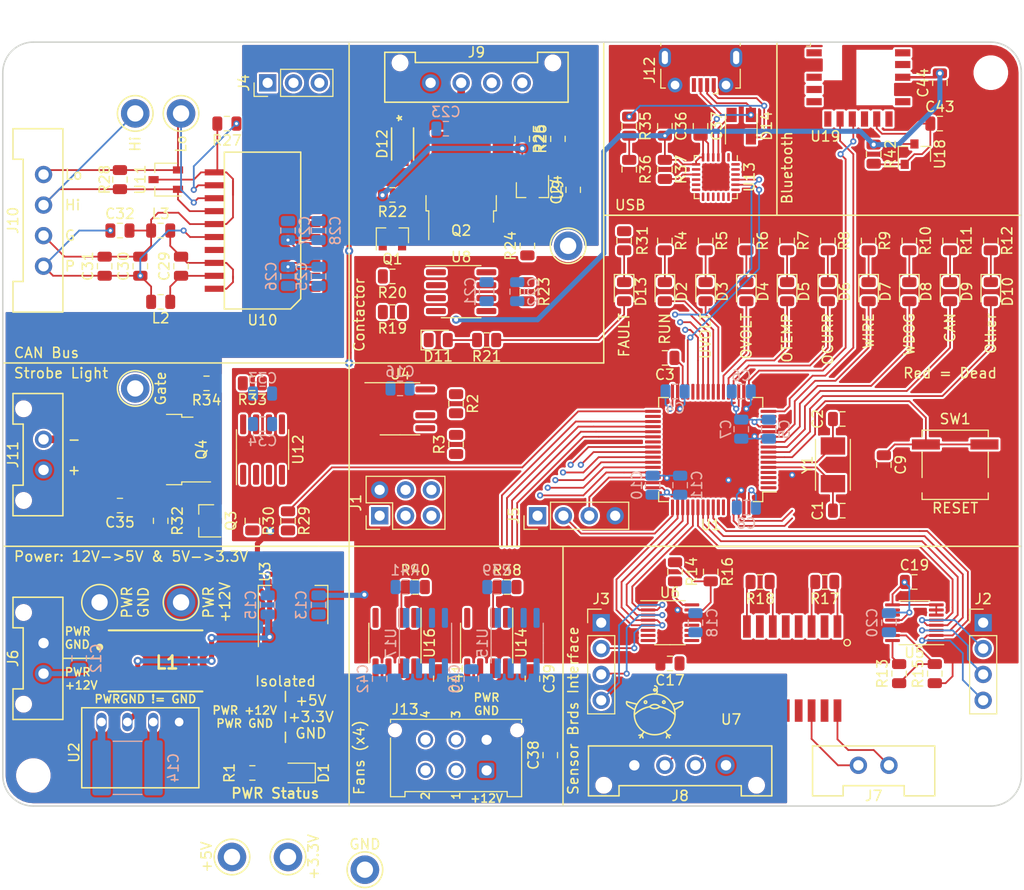
<source format=kicad_pcb>
(kicad_pcb (version 20171130) (host pcbnew "(5.1.6)-1")
  (layers (0 F.Cu signal) (31 B.Cu signal) (34 B.Paste user) (35 F.Paste user) (36 B.SilkS user) (37 F.SilkS user) (38 B.Mask user) (39 F.Mask user) (44 Edge.Cuts user))
  (net 0 "")
  (net 1 GND)
  (net 2 +3V3)
  (net 3 /OSC_IN)
  (net 4 /NRST)
  (net 5 /OSC_OUT)
  (net 6 +5V)
  (net 7 +12V)
  (net 8 GNDPWR)
  (net 9 /PB1)
  (net 10 "Net-(D1-Pad2)")
  (net 11 "Net-(D2-Pad1)")
  (net 12 "Net-(D3-Pad1)")
  (net 13 /PC3)
  (net 14 /PC2)
  (net 15 "Net-(D4-Pad1)")
  (net 16 "Net-(D5-Pad1)")
  (net 17 /PC1)
  (net 18 /PC0)
  (net 19 "Net-(D6-Pad1)")
  (net 20 "Net-(D7-Pad1)")
  (net 21 /PA7)
  (net 22 /PA6)
  (net 23 "Net-(D8-Pad1)")
  (net 24 "Net-(D9-Pad1)")
  (net 25 /PA5)
  (net 26 "/Contactor Driver/CONTACTOR_V-")
  (net 27 /SWCLK)
  (net 28 /SWDIO)
  (net 29 /CAN/CAN_L)
  (net 30 /CAN/CAN_H)
  (net 31 "Net-(Q1-Pad1)")
  (net 32 "Net-(Q2-Pad1)")
  (net 33 "Net-(Q3-Pad1)")
  (net 34 "Net-(Q4-Pad1)")
  (net 35 /I2C3_SCL)
  (net 36 /I2C3_SDA)
  (net 37 /PB0)
  (net 38 /CAN/RSlope)
  (net 39 /FAULT)
  (net 40 /USART3_RX)
  (net 41 /USART3_TX)
  (net 42 /SPI1_CLK)
  (net 43 /SPI1_MISO)
  (net 44 /SPI1_MOSI)
  (net 45 /CAN1_RX)
  (net 46 /CAN1_TX)
  (net 47 "Net-(C29-Pad2)")
  (net 48 "Net-(C29-Pad1)")
  (net 49 "Net-(C30-Pad1)")
  (net 50 "Net-(C30-Pad2)")
  (net 51 "Net-(C3-Pad1)")
  (net 52 "Net-(C14-Pad1)")
  (net 53 "Net-(D10-Pad1)")
  (net 54 /PA9)
  (net 55 /PA11)
  (net 56 /PA10)
  (net 57 /PA12)
  (net 58 /SPI3_CLK)
  (net 59 /SPI3_MISO)
  (net 60 /SPI3_MOSI)
  (net 61 "Net-(J7-Pad2)")
  (net 62 "/Fan Board Interface/FAN1")
  (net 63 "/Fan Board Interface/FAN2")
  (net 64 "/Fan Board Interface/FAN3")
  (net 65 "/Fan Board Interface/FAN4")
  (net 66 "Net-(Q3-Pad3)")
  (net 67 "Net-(R13-Pad1)")
  (net 68 "Net-(R13-Pad2)")
  (net 69 "/Sensor Boards Interface/VT_IM")
  (net 70 "/Sensor Boards Interface/VT_IP")
  (net 71 "/Sensor Boards Interface/I_IM")
  (net 72 "/Sensor Boards Interface/I_IP")
  (net 73 "Net-(R38-Pad1)")
  (net 74 /TIM3_CH1)
  (net 75 "Net-(R39-Pad1)")
  (net 76 /TIM3_CH2)
  (net 77 /TIM12_CH1)
  (net 78 "Net-(R40-Pad1)")
  (net 79 /TIM12_CH2)
  (net 80 /UART2_TX)
  (net 81 /UART2_RX)
  (net 82 /PA15)
  (net 83 /PD2)
  (net 84 "Net-(J7-Pad1)")
  (net 85 "Net-(J8-Pad2)")
  (net 86 "Net-(J8-Pad3)")
  (net 87 "Net-(J9-Pad4)")
  (net 88 "Net-(J11-Pad2)")
  (net 89 "Net-(C43-Pad1)")
  (net 90 "Net-(D11-Pad2)")
  (net 91 "Net-(D11-Pad1)")
  (net 92 "Net-(D13-Pad1)")
  (net 93 "Net-(D14-Pad2)")
  (net 94 "Net-(D14-Pad3)")
  (net 95 "Net-(D14-Pad4)")
  (net 96 "Net-(R14-Pad2)")
  (net 97 "Net-(R14-Pad1)")
  (net 98 "Net-(R22-Pad1)")
  (net 99 "Net-(R23-Pad2)")
  (net 100 "Net-(R32-Pad1)")
  (net 101 "Net-(R33-Pad2)")
  (net 102 "Net-(R35-Pad1)")
  (net 103 "Net-(R37-Pad2)")
  (net 104 "Net-(R41-Pad1)")
  (net 105 /PA4)
  (net 106 /PC4)
  (module UTSVT_Connectors:Molex_MicroFit3.0_1x4xP3.00mm_PolarizingPeg_Vertical (layer F.Cu) (at 171 121 180)
    (fp_text reference J8 (at 4.5 -3) (layer F.SilkS))
    (fp_text value CurrentConn)
    (pad 4 thru_hole circle (at 9 0 180) (size 1.7 1.7) (drill 1.02) (layers *.Cu *.Mask) (net 8 GNDPWR))
    (pad "" np_thru_hole circle (at 12 -1.96 180) (size 1.27 1.27) (drill 1.27) (layers *.Cu *.Mask))
    (pad 1 thru_hole circle (at 0 0 180) (size 1.7 1.7) (drill 1.02) (layers *.Cu *.Mask) (net 7 +12V))
    (pad 2 thru_hole circle (at 3 0 180) (size 1.7 1.7) (drill 1.02) (layers *.Cu *.Mask) (net 85 "Net-(J8-Pad2)"))
    (pad 3 thru_hole circle (at 6 0 180) (size 1.7 1.7) (drill 1.02) (layers *.Cu *.Mask) (net 86 "Net-(J8-Pad3)"))
    (pad "" np_thru_hole circle (at -3 -1.96 180) (size 1.27 1.27) (drill 1.27) (layers *.Cu *.Mask))
  )
  (module UTSVT_Connectors:Molex_MicroFit3.0_1x2xP3.00mm_PolarizingPeg_Vertical (layer F.Cu) (at 104 112 90)
    (fp_text reference J6 (at 1.5 -3 90) (layer F.SilkS))
    (fp_text value PowerConn)
    (pad "" np_thru_hole circle (at 6 -1.96 90) (size 1.27 1.27) (drill 1.27) (layers *.Cu *.Mask))
    (pad 1 thru_hole circle (at 0 0 90) (size 1.7 1.7) (drill 1.02) (layers *.Cu *.Mask) (net 7 +12V))
    (pad 2 thru_hole circle (at 3 0 90) (size 1.7 1.7) (drill 1.02) (layers *.Cu *.Mask) (net 8 GNDPWR))
    (pad "" np_thru_hole circle (at -3 -1.96 90) (size 1.27 1.27) (drill 1.27) (layers *.Cu *.Mask))
  )
  (module Capacitor_SMD:C_0805_2012Metric (layer F.Cu) (at 182.4375 96)
    (fp_text reference C1 (at -2.4375 0 270) (layer F.SilkS))
    (fp_text value 10p)
    (pad 1 smd roundrect (at -0.9375 0) (size 0.975 1.4) (layers F.Cu F.Paste F.Mask) (net 3 /OSC_IN))
    (pad 2 smd roundrect (at 0.9375 0) (size 0.975 1.4) (layers F.Cu F.Paste F.Mask) (net 1 GND))
  )
  (module Capacitor_SMD:C_0805_2012Metric (layer F.Cu) (at 182.4375 87)
    (fp_text reference C2 (at -2.4375 0 270) (layer F.SilkS))
    (fp_text value 10p)
    (pad 2 smd roundrect (at 0.9375 0) (size 0.975 1.4) (layers F.Cu F.Paste F.Mask) (net 1 GND))
    (pad 1 smd roundrect (at -0.9375 0) (size 0.975 1.4) (layers F.Cu F.Paste F.Mask) (net 5 /OSC_OUT))
  )
  (module Capacitor_SMD:C_0805_2012Metric (layer F.Cu) (at 165 81 180)
    (fp_text reference C3 (at 0 -1.65 180) (layer F.SilkS))
    (fp_text value 4.7u)
    (pad 2 smd roundrect (at 0.9375 0 180) (size 0.975 1.4) (layers F.Cu F.Paste F.Mask) (net 1 GND))
    (pad 1 smd roundrect (at -0.9375 0 180) (size 0.975 1.4) (layers F.Cu F.Paste F.Mask) (net 51 "Net-(C3-Pad1)"))
  )
  (module Capacitor_SMD:C_0805_2012Metric (layer B.Cu) (at 166 84.3)
    (fp_text reference C4 (at 0 1.65 180) (layer B.SilkS) (effects (justify mirror)))
    (fp_text value 0.1u)
    (pad 1 smd roundrect (at -0.9375 0) (size 0.975 1.4) (layers B.Cu B.Paste B.Mask) (net 2 +3V3))
    (pad 2 smd roundrect (at 0.9375 0) (size 0.975 1.4) (layers B.Cu B.Paste B.Mask) (net 1 GND))
  )
  (module Capacitor_SMD:C_0805_2012Metric (layer B.Cu) (at 175.2 88 270)
    (fp_text reference C5 (at 0 -1.55 90) (layer B.SilkS) (effects (justify mirror)))
    (fp_text value 0.1u)
    (pad 2 smd roundrect (at 0.9375 0 270) (size 0.975 1.4) (layers B.Cu B.Paste B.Mask) (net 1 GND))
    (pad 1 smd roundrect (at -0.9375 0 270) (size 0.975 1.4) (layers B.Cu B.Paste B.Mask) (net 2 +3V3))
  )
  (module Capacitor_SMD:C_0805_2012Metric (layer B.Cu) (at 172.5 84.3)
    (fp_text reference C6 (at 0 -1.55) (layer B.SilkS) (effects (justify mirror)))
    (fp_text value 0.1u)
    (pad 2 smd roundrect (at 0.9375 0) (size 0.975 1.4) (layers B.Cu B.Paste B.Mask) (net 1 GND))
    (pad 1 smd roundrect (at -0.9375 0) (size 0.975 1.4) (layers B.Cu B.Paste B.Mask) (net 2 +3V3))
  )
  (module Capacitor_SMD:C_0805_2012Metric (layer B.Cu) (at 172.5 88 270)
    (fp_text reference C7 (at 0 1.5 90) (layer B.SilkS) (effects (justify mirror)))
    (fp_text value 1u)
    (pad 1 smd roundrect (at -0.9375 0 270) (size 0.975 1.4) (layers B.Cu B.Paste B.Mask) (net 2 +3V3))
    (pad 2 smd roundrect (at 0.9375 0 270) (size 0.975 1.4) (layers B.Cu B.Paste B.Mask) (net 1 GND))
  )
  (module Capacitor_SMD:C_0805_2012Metric (layer B.Cu) (at 173 95.7 180)
    (fp_text reference C8 (at 0 -1.55) (layer B.SilkS) (effects (justify mirror)))
    (fp_text value 0.1u)
    (pad 1 smd roundrect (at -0.9375 0 180) (size 0.975 1.4) (layers B.Cu B.Paste B.Mask) (net 2 +3V3))
    (pad 2 smd roundrect (at 0.9375 0 180) (size 0.975 1.4) (layers B.Cu B.Paste B.Mask) (net 1 GND))
  )
  (module Capacitor_SMD:C_0805_2012Metric (layer F.Cu) (at 186.5 91.5 270)
    (fp_text reference C9 (at 0 -1.65 90) (layer F.SilkS))
    (fp_text value 0.1u)
    (pad 2 smd roundrect (at 0.9375 0 270) (size 0.975 1.4) (layers F.Cu F.Paste F.Mask) (net 1 GND))
    (pad 1 smd roundrect (at -0.9375 0 270) (size 0.975 1.4) (layers F.Cu F.Paste F.Mask) (net 4 /NRST))
  )
  (module Capacitor_SMD:C_0805_2012Metric (layer B.Cu) (at 163.8 93.5 90)
    (fp_text reference C10 (at 0 -1.55 90) (layer B.SilkS) (effects (justify mirror)))
    (fp_text value 0.1u)
    (pad 2 smd roundrect (at 0.9375 0 90) (size 0.975 1.4) (layers B.Cu B.Paste B.Mask) (net 1 GND))
    (pad 1 smd roundrect (at -0.9375 0 90) (size 0.975 1.4) (layers B.Cu B.Paste B.Mask) (net 2 +3V3))
  )
  (module Capacitor_SMD:C_0805_2012Metric (layer B.Cu) (at 166.5 93.5 90)
    (fp_text reference C11 (at 0 1.65 270) (layer B.SilkS) (effects (justify mirror)))
    (fp_text value 4.7u)
    (pad 1 smd roundrect (at -0.9375 0 90) (size 0.975 1.4) (layers B.Cu B.Paste B.Mask) (net 2 +3V3))
    (pad 2 smd roundrect (at 0.9375 0 90) (size 0.975 1.4) (layers B.Cu B.Paste B.Mask) (net 1 GND))
  )
  (module Capacitor_SMD:C_0805_2012Metric (layer B.Cu) (at 107.5 110.5 90)
    (fp_text reference C12 (at 0 1.65 270) (layer B.SilkS) (effects (justify mirror)))
    (fp_text value 4.7u)
    (pad 2 smd roundrect (at 0.9375 0 90) (size 0.975 1.4) (layers B.Cu B.Paste B.Mask) (net 8 GNDPWR))
    (pad 1 smd roundrect (at -0.9375 0 90) (size 0.975 1.4) (layers B.Cu B.Paste B.Mask) (net 7 +12V))
  )
  (module Capacitor_SMD:C_0805_2012Metric (layer B.Cu) (at 131 105.25 90)
    (fp_text reference C13 (at 0 -1.7 90) (layer B.SilkS) (effects (justify mirror)))
    (fp_text value 10u)
    (pad 1 smd roundrect (at -0.9375 0 90) (size 0.975 1.4) (layers B.Cu B.Paste B.Mask) (net 6 +5V))
    (pad 2 smd roundrect (at 0.9375 0 90) (size 0.975 1.4) (layers B.Cu B.Paste B.Mask) (net 1 GND))
  )
  (module Capacitor_SMD:C_2220_5650Metric (layer B.Cu) (at 112.25 121.25 180)
    (fp_text reference C14 (at -4.5 0 270) (layer B.SilkS) (effects (justify mirror)))
    (fp_text value 470p)
    (pad 1 smd roundrect (at -2.55 0 180) (size 1.8 5.4) (layers B.Cu B.Paste B.Mask) (roundrect_rratio 0.138889) (net 52 "Net-(C14-Pad1)"))
    (pad 2 smd roundrect (at 2.55 0 180) (size 1.8 5.4) (layers B.Cu B.Paste B.Mask) (roundrect_rratio 0.138889) (net 6 +5V))
  )
  (module Capacitor_SMD:C_0805_2012Metric (layer B.Cu) (at 126 105.25 270)
    (fp_text reference C15 (at 0 1.65 90) (layer B.SilkS) (effects (justify mirror)))
    (fp_text value 10u)
    (pad 2 smd roundrect (at 0.9375 0 270) (size 0.975 1.4) (layers B.Cu B.Paste B.Mask) (net 1 GND))
    (pad 1 smd roundrect (at -0.9375 0 270) (size 0.975 1.4) (layers B.Cu B.Paste B.Mask) (net 2 +3V3))
  )
  (module Capacitor_SMD:C_0805_2012Metric (layer B.Cu) (at 139 84 180)
    (fp_text reference C16 (at 0 1.65) (layer B.SilkS) (effects (justify mirror)))
    (fp_text value 0.1u)
    (pad 1 smd roundrect (at -0.9375 0 180) (size 0.975 1.4) (layers B.Cu B.Paste B.Mask) (net 2 +3V3))
    (pad 2 smd roundrect (at 0.9375 0 180) (size 0.975 1.4) (layers B.Cu B.Paste B.Mask) (net 1 GND))
  )
  (module Capacitor_SMD:C_0805_2012Metric (layer F.Cu) (at 165.5 111 180)
    (fp_text reference C17 (at 0 -1.65) (layer F.SilkS))
    (fp_text value 0.1u)
    (pad 2 smd roundrect (at 0.9375 0 180) (size 0.975 1.4) (layers F.Cu F.Paste F.Mask) (net 1 GND))
    (pad 1 smd roundrect (at -0.9375 0 180) (size 0.975 1.4) (layers F.Cu F.Paste F.Mask) (net 6 +5V))
  )
  (module Capacitor_SMD:C_0805_2012Metric (layer B.Cu) (at 168 107 90)
    (fp_text reference C18 (at 0 1.65 270) (layer B.SilkS) (effects (justify mirror)))
    (fp_text value 0.1u)
    (pad 2 smd roundrect (at 0.9375 0 90) (size 0.975 1.4) (layers B.Cu B.Paste B.Mask) (net 1 GND))
    (pad 1 smd roundrect (at -0.9375 0 90) (size 0.975 1.4) (layers B.Cu B.Paste B.Mask) (net 6 +5V))
  )
  (module Capacitor_SMD:C_0805_2012Metric (layer F.Cu) (at 189.5 103)
    (fp_text reference C19 (at 0 -1.65) (layer F.SilkS))
    (fp_text value 0.1u)
    (pad 1 smd roundrect (at -0.9375 0) (size 0.975 1.4) (layers F.Cu F.Paste F.Mask) (net 6 +5V))
    (pad 2 smd roundrect (at 0.9375 0) (size 0.975 1.4) (layers F.Cu F.Paste F.Mask) (net 1 GND))
  )
  (module Capacitor_SMD:C_0805_2012Metric (layer B.Cu) (at 187 107 270)
    (fp_text reference C20 (at 0 1.65 90) (layer B.SilkS) (effects (justify mirror)))
    (fp_text value 0.1u)
    (pad 1 smd roundrect (at -0.9375 0 270) (size 0.975 1.4) (layers B.Cu B.Paste B.Mask) (net 6 +5V))
    (pad 2 smd roundrect (at 0.9375 0 270) (size 0.975 1.4) (layers B.Cu B.Paste B.Mask) (net 1 GND))
  )
  (module Capacitor_SMD:C_0805_2012Metric (layer B.Cu) (at 147.5 74.5 270)
    (fp_text reference C21 (at 0 1.6 90) (layer B.SilkS) (effects (justify mirror)))
    (fp_text value 10u)
    (pad 2 smd roundrect (at 0.9375 0 270) (size 0.975 1.4) (layers B.Cu B.Paste B.Mask) (net 8 GNDPWR))
    (pad 1 smd roundrect (at -0.9375 0 270) (size 0.975 1.4) (layers B.Cu B.Paste B.Mask) (net 7 +12V))
  )
  (module Capacitor_SMD:C_0805_2012Metric (layer B.Cu) (at 150.5 74.5 270)
    (fp_text reference C22 (at 0 -1.6 90) (layer B.SilkS) (effects (justify mirror)))
    (fp_text value 0.1u)
    (pad 1 smd roundrect (at -0.9375 0 270) (size 0.975 1.4) (layers B.Cu B.Paste B.Mask) (net 7 +12V))
    (pad 2 smd roundrect (at 0.9375 0 270) (size 0.975 1.4) (layers B.Cu B.Paste B.Mask) (net 8 GNDPWR))
  )
  (module Capacitor_SMD:C_0805_2012Metric (layer B.Cu) (at 143.5 58.5 180)
    (fp_text reference C23 (at 0 1.65) (layer B.SilkS) (effects (justify mirror)))
    (fp_text value 1u)
    (pad 2 smd roundrect (at 0.9375 0 180) (size 0.975 1.4) (layers B.Cu B.Paste B.Mask) (net 7 +12V))
    (pad 1 smd roundrect (at -0.9375 0 180) (size 0.975 1.4) (layers B.Cu B.Paste B.Mask) (net 8 GNDPWR))
  )
  (module Capacitor_SMD:C_0805_2012Metric (layer F.Cu) (at 156 64.5 90)
    (fp_text reference C24 (at 0 -1.65 90) (layer F.SilkS))
    (fp_text value 1u)
    (pad 1 smd roundrect (at -0.9375 0 90) (size 0.975 1.4) (layers F.Cu F.Paste F.Mask) (net 9 /PB1))
    (pad 2 smd roundrect (at 0.9375 0 90) (size 0.975 1.4) (layers F.Cu F.Paste F.Mask) (net 1 GND))
  )
  (module Capacitor_SMD:C_0805_2012Metric (layer B.Cu) (at 131 73 270)
    (fp_text reference C25 (at 0 1.65 270) (layer B.SilkS) (effects (justify mirror)))
    (fp_text value 10u)
    (pad 1 smd roundrect (at -0.9375 0 270) (size 0.975 1.4) (layers B.Cu B.Paste B.Mask) (net 6 +5V))
    (pad 2 smd roundrect (at 0.9375 0 270) (size 0.975 1.4) (layers B.Cu B.Paste B.Mask) (net 1 GND))
  )
  (module Capacitor_SMD:C_0805_2012Metric (layer B.Cu) (at 128 73 270)
    (fp_text reference C26 (at 0 1.65 270) (layer B.SilkS) (effects (justify mirror)))
    (fp_text value 0.1u)
    (pad 2 smd roundrect (at 0.9375 0 270) (size 0.975 1.4) (layers B.Cu B.Paste B.Mask) (net 1 GND))
    (pad 1 smd roundrect (at -0.9375 0 270) (size 0.975 1.4) (layers B.Cu B.Paste B.Mask) (net 6 +5V))
  )
  (module Capacitor_SMD:C_0805_2012Metric (layer B.Cu) (at 128 68.5 90)
    (fp_text reference C27 (at 0 1.65 -90) (layer B.SilkS) (effects (justify mirror)))
    (fp_text value 0.1u)
    (pad 1 smd roundrect (at -0.9375 0 90) (size 0.975 1.4) (layers B.Cu B.Paste B.Mask) (net 2 +3V3))
    (pad 2 smd roundrect (at 0.9375 0 90) (size 0.975 1.4) (layers B.Cu B.Paste B.Mask) (net 1 GND))
  )
  (module Capacitor_SMD:C_0805_2012Metric (layer B.Cu) (at 131 68.5 90)
    (fp_text reference C28 (at 0 1.65 270) (layer B.SilkS) (effects (justify mirror)))
    (fp_text value 0.01u)
    (pad 2 smd roundrect (at 0.9375 0 90) (size 0.975 1.4) (layers B.Cu B.Paste B.Mask) (net 1 GND))
    (pad 1 smd roundrect (at -0.9375 0 90) (size 0.975 1.4) (layers B.Cu B.Paste B.Mask) (net 2 +3V3))
  )
  (module Capacitor_SMD:C_0805_2012Metric (layer F.Cu) (at 117.5 72 90)
    (fp_text reference C29 (at 0 -1.65 90) (layer F.SilkS))
    (fp_text value 0.22u)
    (pad 2 smd roundrect (at 0.9375 0 90) (size 0.975 1.4) (layers F.Cu F.Paste F.Mask) (net 47 "Net-(C29-Pad2)"))
    (pad 1 smd roundrect (at -0.9375 0 90) (size 0.975 1.4) (layers F.Cu F.Paste F.Mask) (net 48 "Net-(C29-Pad1)"))
  )
  (module Capacitor_SMD:C_0805_2012Metric (layer F.Cu) (at 113.5 72 90)
    (fp_text reference C30 (at 0 -1.65 90) (layer F.SilkS))
    (fp_text value 10u)
    (pad 1 smd roundrect (at -0.9375 0 90) (size 0.975 1.4) (layers F.Cu F.Paste F.Mask) (net 49 "Net-(C30-Pad1)"))
    (pad 2 smd roundrect (at 0.9375 0 90) (size 0.975 1.4) (layers F.Cu F.Paste F.Mask) (net 50 "Net-(C30-Pad2)"))
  )
  (module Capacitor_SMD:C_0805_2012Metric (layer F.Cu) (at 110 72 90)
    (fp_text reference C31 (at 0 -1.65 90) (layer F.SilkS))
    (fp_text value 0.1u)
    (pad 1 smd roundrect (at -0.9375 0 90) (size 0.975 1.4) (layers F.Cu F.Paste F.Mask) (net 49 "Net-(C30-Pad1)"))
    (pad 2 smd roundrect (at 0.9375 0 90) (size 0.975 1.4) (layers F.Cu F.Paste F.Mask) (net 50 "Net-(C30-Pad2)"))
  )
  (module Capacitor_SMD:C_0805_2012Metric (layer F.Cu) (at 111.5 68.5)
    (fp_text reference C32 (at 0 -1.65) (layer F.SilkS))
    (fp_text value 0.01u)
    (pad 2 smd roundrect (at 0.9375 0) (size 0.975 1.4) (layers F.Cu F.Paste F.Mask) (net 50 "Net-(C30-Pad2)"))
    (pad 1 smd roundrect (at -0.9375 0) (size 0.975 1.4) (layers F.Cu F.Paste F.Mask) (net 49 "Net-(C30-Pad1)"))
  )
  (module Capacitor_SMD:C_0805_2012Metric (layer B.Cu) (at 125.5 84.5)
    (fp_text reference C33 (at 0 -1.5 180) (layer B.SilkS) (effects (justify mirror)))
    (fp_text value 10u)
    (pad 1 smd roundrect (at -0.9375 0) (size 0.975 1.4) (layers B.Cu B.Paste B.Mask) (net 7 +12V))
    (pad 2 smd roundrect (at 0.9375 0) (size 0.975 1.4) (layers B.Cu B.Paste B.Mask) (net 8 GNDPWR))
  )
  (module Capacitor_SMD:C_0805_2012Metric (layer B.Cu) (at 125.5 87.5)
    (fp_text reference C34 (at 0 1.65 180) (layer B.SilkS) (effects (justify mirror)))
    (fp_text value 0.1u)
    (pad 2 smd roundrect (at 0.9375 0) (size 0.975 1.4) (layers B.Cu B.Paste B.Mask) (net 8 GNDPWR))
    (pad 1 smd roundrect (at -0.9375 0) (size 0.975 1.4) (layers B.Cu B.Paste B.Mask) (net 7 +12V))
  )
  (module Capacitor_SMD:C_0805_2012Metric (layer F.Cu) (at 111.5 95.5 180)
    (fp_text reference C35 (at 0 -1.65) (layer F.SilkS))
    (fp_text value 1u)
    (pad 1 smd roundrect (at -0.9375 0 180) (size 0.975 1.4) (layers F.Cu F.Paste F.Mask) (net 8 GNDPWR))
    (pad 2 smd roundrect (at 0.9375 0 180) (size 0.975 1.4) (layers F.Cu F.Paste F.Mask) (net 7 +12V))
  )
  (module Capacitor_SMD:C_0805_2012Metric (layer F.Cu) (at 165 58.25 90)
    (fp_text reference C36 (at 0 1.6 90) (layer F.SilkS))
    (fp_text value 4.7u)
    (pad 1 smd roundrect (at -0.9375 0 90) (size 0.975 1.4) (layers F.Cu F.Paste F.Mask) (net 2 +3V3))
    (pad 2 smd roundrect (at 0.9375 0 90) (size 0.975 1.4) (layers F.Cu F.Paste F.Mask) (net 1 GND))
  )
  (module Capacitor_SMD:C_0805_2012Metric (layer F.Cu) (at 168.5 58.25 90)
    (fp_text reference C37 (at 0 1.6 90) (layer F.SilkS))
    (fp_text value 0.1u)
    (pad 2 smd roundrect (at 0.9375 0 90) (size 0.975 1.4) (layers F.Cu F.Paste F.Mask) (net 1 GND))
    (pad 1 smd roundrect (at -0.9375 0 90) (size 0.975 1.4) (layers F.Cu F.Paste F.Mask) (net 2 +3V3))
  )
  (module Capacitor_SMD:C_0805_2012Metric (layer F.Cu) (at 153.75 120 90)
    (fp_text reference C38 (at 0 -1.65 90) (layer F.SilkS))
    (fp_text value 10u)
    (pad 1 smd roundrect (at -0.9375 0 90) (size 0.975 1.4) (layers F.Cu F.Paste F.Mask) (net 7 +12V))
    (pad 2 smd roundrect (at 0.9375 0 90) (size 0.975 1.4) (layers F.Cu F.Paste F.Mask) (net 8 GNDPWR))
  )
  (module Capacitor_SMD:C_0805_2012Metric (layer F.Cu) (at 152 112.5 270)
    (fp_text reference C39 (at 0 -1.65 90) (layer F.SilkS))
    (fp_text value 0.1u)
    (pad 2 smd roundrect (at 0.9375 0 270) (size 0.975 1.4) (layers F.Cu F.Paste F.Mask) (net 8 GNDPWR))
    (pad 1 smd roundrect (at -0.9375 0 270) (size 0.975 1.4) (layers F.Cu F.Paste F.Mask) (net 7 +12V))
  )
  (module Capacitor_SMD:C_0805_2012Metric (layer B.Cu) (at 146 112.5 270)
    (fp_text reference C40 (at 0 1.65 270) (layer B.SilkS) (effects (justify mirror)))
    (fp_text value 0.1u)
    (pad 2 smd roundrect (at 0.9375 0 270) (size 0.975 1.4) (layers B.Cu B.Paste B.Mask) (net 8 GNDPWR))
    (pad 1 smd roundrect (at -0.9375 0 270) (size 0.975 1.4) (layers B.Cu B.Paste B.Mask) (net 7 +12V))
  )
  (module Capacitor_SMD:C_0805_2012Metric (layer F.Cu) (at 143 112.5 270)
    (fp_text reference C41 (at 0 -1.65 270) (layer F.SilkS))
    (fp_text value 0.1u)
    (pad 1 smd roundrect (at -0.9375 0 270) (size 0.975 1.4) (layers F.Cu F.Paste F.Mask) (net 7 +12V))
    (pad 2 smd roundrect (at 0.9375 0 270) (size 0.975 1.4) (layers F.Cu F.Paste F.Mask) (net 8 GNDPWR))
  )
  (module Capacitor_SMD:C_0805_2012Metric (layer B.Cu) (at 137 112.5 270)
    (fp_text reference C42 (at 0 1.65 90) (layer B.SilkS) (effects (justify mirror)))
    (fp_text value 0.1u)
    (pad 1 smd roundrect (at -0.9375 0 270) (size 0.975 1.4) (layers B.Cu B.Paste B.Mask) (net 7 +12V))
    (pad 2 smd roundrect (at 0.9375 0 270) (size 0.975 1.4) (layers B.Cu B.Paste B.Mask) (net 8 GNDPWR))
  )
  (module Capacitor_SMD:C_0805_2012Metric (layer F.Cu) (at 192 58)
    (fp_text reference C43 (at 0 -1.65) (layer F.SilkS))
    (fp_text value 1u)
    (pad 2 smd roundrect (at 0.9375 0) (size 0.975 1.4) (layers F.Cu F.Paste F.Mask) (net 1 GND))
    (pad 1 smd roundrect (at -0.9375 0) (size 0.975 1.4) (layers F.Cu F.Paste F.Mask) (net 89 "Net-(C43-Pad1)"))
  )
  (module Capacitor_SMD:C_0805_2012Metric (layer F.Cu) (at 192 54 90)
    (fp_text reference C44 (at 0 -1.65 90) (layer F.SilkS))
    (fp_text value 0.1u)
    (pad 2 smd roundrect (at 0.9375 0 90) (size 0.975 1.4) (layers F.Cu F.Paste F.Mask) (net 2 +3V3))
    (pad 1 smd roundrect (at -0.9375 0 90) (size 0.975 1.4) (layers F.Cu F.Paste F.Mask) (net 1 GND))
  )
  (module LED_SMD:LED_0805_2012Metric (layer F.Cu) (at 129 121.75 180)
    (fp_text reference D1 (at -2.5 0 90) (layer F.SilkS))
    (fp_text value PowerOn)
    (pad 1 smd roundrect (at -0.9375 0 180) (size 0.975 1.4) (layers F.Cu F.Paste F.Mask) (net 1 GND))
    (pad 2 smd roundrect (at 0.9375 0 180) (size 0.975 1.4) (layers F.Cu F.Paste F.Mask) (net 10 "Net-(D1-Pad2)"))
  )
  (module LED_SMD:LED_0805_2012Metric (layer F.Cu) (at 165 74.5 270)
    (fp_text reference D2 (at 0 -1.65 90) (layer F.SilkS))
    (fp_text value Heartbeat)
    (pad 2 smd roundrect (at 0.9375 0 270) (size 0.975 1.4) (layers F.Cu F.Paste F.Mask) (net 106 /PC4))
    (pad 1 smd roundrect (at -0.9375 0 270) (size 0.975 1.4) (layers F.Cu F.Paste F.Mask) (net 11 "Net-(D2-Pad1)"))
  )
  (module LED_SMD:LED_0805_2012Metric (layer F.Cu) (at 169 74.5 270)
    (fp_text reference D3 (at 0 -1.65 90) (layer F.SilkS))
    (fp_text value UVolt)
    (pad 1 smd roundrect (at -0.9375 0 270) (size 0.975 1.4) (layers F.Cu F.Paste F.Mask) (net 12 "Net-(D3-Pad1)"))
    (pad 2 smd roundrect (at 0.9375 0 270) (size 0.975 1.4) (layers F.Cu F.Paste F.Mask) (net 21 /PA7))
  )
  (module LED_SMD:LED_0805_2012Metric (layer F.Cu) (at 173 74.5 270)
    (fp_text reference D4 (at 0 -1.65 90) (layer F.SilkS))
    (fp_text value OVolt)
    (pad 2 smd roundrect (at 0.9375 0 270) (size 0.975 1.4) (layers F.Cu F.Paste F.Mask) (net 22 /PA6))
    (pad 1 smd roundrect (at -0.9375 0 270) (size 0.975 1.4) (layers F.Cu F.Paste F.Mask) (net 15 "Net-(D4-Pad1)"))
  )
  (module LED_SMD:LED_0805_2012Metric (layer F.Cu) (at 177 74.5 270)
    (fp_text reference D5 (at 0 -1.65 90) (layer F.SilkS))
    (fp_text value OTemp)
    (pad 1 smd roundrect (at -0.9375 0 270) (size 0.975 1.4) (layers F.Cu F.Paste F.Mask) (net 16 "Net-(D5-Pad1)"))
    (pad 2 smd roundrect (at 0.9375 0 270) (size 0.975 1.4) (layers F.Cu F.Paste F.Mask) (net 25 /PA5))
  )
  (module LED_SMD:LED_0805_2012Metric (layer F.Cu) (at 181 74.5 270)
    (fp_text reference D6 (at 0 -1.65 90) (layer F.SilkS))
    (fp_text value OCurr)
    (pad 2 smd roundrect (at 0.9375 0 270) (size 0.975 1.4) (layers F.Cu F.Paste F.Mask) (net 105 /PA4))
    (pad 1 smd roundrect (at -0.9375 0 270) (size 0.975 1.4) (layers F.Cu F.Paste F.Mask) (net 19 "Net-(D6-Pad1)"))
  )
  (module LED_SMD:LED_0805_2012Metric (layer F.Cu) (at 185 74.5 270)
    (fp_text reference D7 (at 0 -1.65 90) (layer F.SilkS))
    (fp_text value Wire)
    (pad 1 smd roundrect (at -0.9375 0 270) (size 0.975 1.4) (layers F.Cu F.Paste F.Mask) (net 20 "Net-(D7-Pad1)"))
    (pad 2 smd roundrect (at 0.9375 0 270) (size 0.975 1.4) (layers F.Cu F.Paste F.Mask) (net 13 /PC3))
  )
  (module LED_SMD:LED_0805_2012Metric (layer F.Cu) (at 189 74.5 270)
    (fp_text reference D8 (at 0 -1.65 90) (layer F.SilkS))
    (fp_text value WDError)
    (pad 1 smd roundrect (at -0.9375 0 270) (size 0.975 1.4) (layers F.Cu F.Paste F.Mask) (net 23 "Net-(D8-Pad1)"))
    (pad 2 smd roundrect (at 0.9375 0 270) (size 0.975 1.4) (layers F.Cu F.Paste F.Mask) (net 14 /PC2))
  )
  (module LED_SMD:LED_0805_2012Metric (layer F.Cu) (at 193 74.5 270)
    (fp_text reference D9 (at 0 -1.65 90) (layer F.SilkS))
    (fp_text value CANError)
    (pad 2 smd roundrect (at 0.9375 0 270) (size 0.975 1.4) (layers F.Cu F.Paste F.Mask) (net 17 /PC1))
    (pad 1 smd roundrect (at -0.9375 0 270) (size 0.975 1.4) (layers F.Cu F.Paste F.Mask) (net 24 "Net-(D9-Pad1)"))
  )
  (module LED_SMD:LED_0805_2012Metric (layer F.Cu) (at 142.75 79.25)
    (fp_text reference D11 (at 0 1.6) (layer F.SilkS))
    (fp_text value ContactorEn)
    (pad 2 smd roundrect (at 0.9375 0) (size 0.975 1.4) (layers F.Cu F.Paste F.Mask) (net 90 "Net-(D11-Pad2)"))
    (pad 1 smd roundrect (at -0.9375 0) (size 0.975 1.4) (layers F.Cu F.Paste F.Mask) (net 91 "Net-(D11-Pad1)"))
  )
  (module UTSVT_Passive:V2F22HM (layer F.Cu) (at 139.25 60 270)
    (fp_text reference D12 (at 0 2 90) (layer F.SilkS))
    (fp_text value V2F22HM3/H hide)
    (fp_line (start -1.0668 -0.9017) (end 1.0668 -0.9017) (layer F.Cu) (width 0.1524))
    (fp_line (start 1.0668 -0.9017) (end 1.0668 0.9017) (layer F.Cu) (width 0.1524))
    (fp_line (start 1.0668 0.9017) (end -1.0668 0.9017) (layer F.Cu) (width 0.1524))
    (fp_line (start -1.0668 0.9017) (end -1.0668 -0.9017) (layer F.Cu) (width 0.1524))
    (fp_text user * (at -2.54 0 90) (layer F.SilkS))
    (fp_text user * (at -2.54 0 90) (layer F.SilkS))
    (pad 1 smd rect (at -1.6383 0 270) (size 1.0414 1.1938) (layers F.Cu F.Paste F.Mask) (net 7 +12V))
    (pad 2 smd rect (at 1.6383 0 270) (size 1.0414 1.1938) (layers F.Cu F.Paste F.Mask) (net 26 "/Contactor Driver/CONTACTOR_V-"))
  )
  (module LED_SMD:LED_0805_2012Metric (layer F.Cu) (at 161 74.5 270)
    (fp_text reference D13 (at 0 -1.65 90) (layer F.SilkS))
    (fp_text value Fault)
    (pad 1 smd roundrect (at -0.9375 0 270) (size 0.975 1.4) (layers F.Cu F.Paste F.Mask) (net 92 "Net-(D13-Pad1)"))
    (pad 2 smd roundrect (at 0.9375 0 270) (size 0.975 1.4) (layers F.Cu F.Paste F.Mask) (net 6 +5V))
  )
  (module Package_TO_SOT_SMD:SOT-143 (layer F.Cu) (at 172.5 58.25 90)
    (fp_text reference D14 (at 0.02 2.5 90) (layer F.SilkS))
    (fp_text value SP0503BAHT)
    (pad 1 smd rect (at -1.1 -0.77) (size 1.2 1.4) (layers F.Cu F.Paste F.Mask) (net 1 GND))
    (pad 2 smd rect (at -1.1 0.95) (size 1 1.4) (layers F.Cu F.Paste F.Mask) (net 93 "Net-(D14-Pad2)"))
    (pad 3 smd rect (at 1.1 0.95) (size 1 1.4) (layers F.Cu F.Paste F.Mask) (net 94 "Net-(D14-Pad3)"))
    (pad 4 smd rect (at 1.1 -0.95) (size 1 1.4) (layers F.Cu F.Paste F.Mask) (net 95 "Net-(D14-Pad4)"))
  )
  (module Connector_PinHeader_2.54mm:PinHeader_2x03_P2.54mm_Vertical (layer F.Cu) (at 137 96.5 90)
    (fp_text reference J1 (at 1.27 -2.33 90) (layer F.SilkS))
    (fp_text value "GPIO Analyzer")
    (pad 1 thru_hole rect (at 0 0 90) (size 1.7 1.7) (drill 1) (layers *.Cu *.Mask) (net 2 +3V3))
    (pad 2 thru_hole oval (at 2.54 0 90) (size 1.7 1.7) (drill 1) (layers *.Cu *.Mask) (net 1 GND))
    (pad 3 thru_hole oval (at 0 2.54 90) (size 1.7 1.7) (drill 1) (layers *.Cu *.Mask) (net 54 /PA9))
    (pad 4 thru_hole oval (at 2.54 2.54 90) (size 1.7 1.7) (drill 1) (layers *.Cu *.Mask) (net 55 /PA11))
    (pad 5 thru_hole oval (at 0 5.08 90) (size 1.7 1.7) (drill 1) (layers *.Cu *.Mask) (net 56 /PA10))
    (pad 6 thru_hole oval (at 2.54 5.08 90) (size 1.7 1.7) (drill 1) (layers *.Cu *.Mask) (net 57 /PA12))
  )
  (module Connector_PinHeader_2.54mm:PinHeader_1x03_P2.54mm_Vertical (layer F.Cu) (at 126 54 90)
    (fp_text reference J4 (at 0 -2.33 90) (layer F.SilkS))
    (fp_text value "CAN Analyzer")
    (pad 1 thru_hole rect (at 0 0 90) (size 1.7 1.7) (drill 1) (layers *.Cu *.Mask) (net 1 GND))
    (pad 2 thru_hole oval (at 0 2.54 90) (size 1.7 1.7) (drill 1) (layers *.Cu *.Mask) (net 45 /CAN1_RX))
    (pad 3 thru_hole oval (at 0 5.08 90) (size 1.7 1.7) (drill 1) (layers *.Cu *.Mask) (net 46 /CAN1_TX))
  )
  (module Connector_PinHeader_2.54mm:PinHeader_1x04_P2.54mm_Vertical (layer F.Cu) (at 152.5 96.5 90)
    (fp_text reference J5 (at 0 -2.33 90) (layer F.SilkS))
    (fp_text value SWD)
    (pad 1 thru_hole rect (at 0 0 90) (size 1.7 1.7) (drill 1) (layers *.Cu *.Mask) (net 2 +3V3))
    (pad 2 thru_hole oval (at 0 2.54 90) (size 1.7 1.7) (drill 1) (layers *.Cu *.Mask) (net 27 /SWCLK))
    (pad 3 thru_hole oval (at 0 5.08 90) (size 1.7 1.7) (drill 1) (layers *.Cu *.Mask) (net 28 /SWDIO))
    (pad 4 thru_hole oval (at 0 7.62 90) (size 1.7 1.7) (drill 1) (layers *.Cu *.Mask) (net 1 GND))
  )
  (module UTSVT_Connectors:Molex_MicroFit3.0_1x2xP3.00mm_PolarizingPeg_Vertical (layer F.Cu) (at 187 121 180)
    (fp_text reference J7 (at 1.5 -3) (layer F.SilkS))
    (fp_text value MinionConn)
    (pad "" np_thru_hole circle (at 6 -1.96 180) (size 1.27 1.27) (drill 1.27) (layers *.Cu *.Mask))
    (pad 1 thru_hole circle (at 0 0 180) (size 1.7 1.7) (drill 1.02) (layers *.Cu *.Mask) (net 84 "Net-(J7-Pad1)"))
    (pad 2 thru_hole circle (at 3 0 180) (size 1.7 1.7) (drill 1.02) (layers *.Cu *.Mask) (net 61 "Net-(J7-Pad2)"))
    (pad "" np_thru_hole circle (at -3 -1.96 180) (size 1.27 1.27) (drill 1.27) (layers *.Cu *.Mask))
  )
  (module UTSVT_Connectors:Molex_MicroFit3.0_1x4xP3.00mm_PolarizingPeg_Vertical (layer F.Cu) (at 142 54)
    (fp_text reference J9 (at 4.5 -3) (layer F.SilkS))
    (fp_text value ContactorConn)
    (pad "" np_thru_hole circle (at -3 -1.96) (size 1.27 1.27) (drill 1.27) (layers *.Cu *.Mask))
    (pad 3 thru_hole circle (at 6 0) (size 1.7 1.7) (drill 1.02) (layers *.Cu *.Mask) (net 1 GND))
    (pad 2 thru_hole circle (at 3 0) (size 1.7 1.7) (drill 1.02) (layers *.Cu *.Mask) (net 26 "/Contactor Driver/CONTACTOR_V-"))
    (pad 1 thru_hole circle (at 0 0) (size 1.7 1.7) (drill 1.02) (layers *.Cu *.Mask) (net 7 +12V))
    (pad "" np_thru_hole circle (at 12 -1.96) (size 1.27 1.27) (drill 1.27) (layers *.Cu *.Mask))
    (pad 4 thru_hole circle (at 9 0) (size 1.7 1.7) (drill 1.02) (layers *.Cu *.Mask) (net 87 "Net-(J9-Pad4)"))
  )
  (module UTSVT_Connectors:Molex_MicroFit3.0_1x4xP3.00mm_PolarizingPeg_Vertical (layer F.Cu) (at 104 72 90)
    (fp_text reference J10 (at 4.5 -3 90) (layer F.SilkS))
    (fp_text value CAN_Out)
    (pad 4 thru_hole circle (at 9 0 90) (size 1.7 1.7) (drill 1.02) (layers *.Cu *.Mask) (net 29 /CAN/CAN_L))
    (pad "" np_thru_hole circle (at 12 -1.96 90) (size 1.27 1.27) (drill 1.27) (layers *.Cu *.Mask))
    (pad 1 thru_hole circle (at 0 0 90) (size 1.7 1.7) (drill 1.02) (layers *.Cu *.Mask) (net 49 "Net-(C30-Pad1)"))
    (pad 2 thru_hole circle (at 3 0 90) (size 1.7 1.7) (drill 1.02) (layers *.Cu *.Mask) (net 50 "Net-(C30-Pad2)"))
    (pad 3 thru_hole circle (at 6 0 90) (size 1.7 1.7) (drill 1.02) (layers *.Cu *.Mask) (net 30 /CAN/CAN_H))
    (pad "" np_thru_hole circle (at -3 -1.96 90) (size 1.27 1.27) (drill 1.27) (layers *.Cu *.Mask))
  )
  (module UTSVT_Connectors:Molex_MicroFit3.0_1x2xP3.00mm_PolarizingPeg_Vertical (layer F.Cu) (at 104 92 90)
    (fp_text reference J11 (at 1.5 -3 90) (layer F.SilkS))
    (fp_text value ErrorLightConn)
    (pad "" np_thru_hole circle (at -3 -1.96 90) (size 1.27 1.27) (drill 1.27) (layers *.Cu *.Mask))
    (pad 2 thru_hole circle (at 3 0 90) (size 1.7 1.7) (drill 1.02) (layers *.Cu *.Mask) (net 88 "Net-(J11-Pad2)"))
    (pad 1 thru_hole circle (at 0 0 90) (size 1.7 1.7) (drill 1.02) (layers *.Cu *.Mask) (net 7 +12V))
    (pad "" np_thru_hole circle (at 6 -1.96 90) (size 1.27 1.27) (drill 1.27) (layers *.Cu *.Mask))
  )
  (module Connector_USB:USB_Micro-B_Molex-105017-0001 (layer F.Cu) (at 168.5 52.75 180)
    (fp_text reference J12 (at 5 0 90) (layer F.SilkS))
    (fp_text value USB_B_Micro)
    (pad 6 smd rect (at 1 1.2375 180) (size 1.5 1.9) (layers F.Cu F.Paste F.Mask) (net 1 GND))
    (pad 6 thru_hole circle (at -2.5 -1.4625 180) (size 1.45 1.45) (drill 0.85) (layers *.Cu *.Mask) (net 1 GND))
    (pad 2 smd rect (at -0.65 -1.4625 180) (size 0.4 1.35) (layers F.Cu F.Paste F.Mask) (net 94 "Net-(D14-Pad3)"))
    (pad 1 smd rect (at -1.3 -1.4625 180) (size 0.4 1.35) (layers F.Cu F.Paste F.Mask) (net 93 "Net-(D14-Pad2)"))
    (pad 5 smd rect (at 1.3 -1.4625 180) (size 0.4 1.35) (layers F.Cu F.Paste F.Mask) (net 1 GND))
    (pad 4 smd rect (at 0.65 -1.4625 180) (size 0.4 1.35) (layers F.Cu F.Paste F.Mask))
    (pad 3 smd rect (at 0 -1.4625 180) (size 0.4 1.35) (layers F.Cu F.Paste F.Mask) (net 95 "Net-(D14-Pad4)"))
    (pad 6 thru_hole circle (at 2.5 -1.4625 180) (size 1.45 1.45) (drill 0.85) (layers *.Cu *.Mask) (net 1 GND))
    (pad 6 smd rect (at -1 1.2375 180) (size 1.5 1.9) (layers F.Cu F.Paste F.Mask) (net 1 GND))
    (pad 6 thru_hole oval (at -3.5 1.2375) (size 1.2 1.9) (drill oval 0.6 1.3) (layers *.Cu *.Mask) (net 1 GND))
    (pad 6 thru_hole oval (at 3.5 1.2375 180) (size 1.2 1.9) (drill oval 0.6 1.3) (layers *.Cu *.Mask) (net 1 GND))
    (pad 6 smd rect (at 2.9 1.2375 180) (size 1.2 1.9) (layers F.Cu F.Mask) (net 1 GND))
    (pad 6 smd rect (at -2.9 1.2375 180) (size 1.2 1.9) (layers F.Cu F.Mask) (net 1 GND))
  )
  (module Connector_Molex:Molex_Micro-Fit_3.0_43045-0612_2x03_P3.00mm_Vertical (layer F.Cu) (at 147.5 121.5 180)
    (fp_text reference J13 (at 8 6 180) (layer F.SilkS))
    (fp_text value FanBrdConn)
    (pad "" np_thru_hole circle (at -3 3.94 180) (size 1 1) (drill 1) (layers *.Cu *.Mask))
    (pad "" np_thru_hole circle (at 9 3.94 180) (size 1 1) (drill 1) (layers *.Cu *.Mask))
    (pad 1 thru_hole roundrect (at 0 0 180) (size 1.5 1.5) (drill 1) (layers *.Cu *.Mask) (roundrect_rratio 0.166667) (net 7 +12V))
    (pad 2 thru_hole circle (at 3 0 180) (size 1.5 1.5) (drill 1) (layers *.Cu *.Mask) (net 62 "/Fan Board Interface/FAN1"))
    (pad 3 thru_hole circle (at 6 0 180) (size 1.5 1.5) (drill 1) (layers *.Cu *.Mask) (net 63 "/Fan Board Interface/FAN2"))
    (pad 4 thru_hole circle (at 0 3 180) (size 1.5 1.5) (drill 1) (layers *.Cu *.Mask) (net 8 GNDPWR))
    (pad 5 thru_hole circle (at 3 3 180) (size 1.5 1.5) (drill 1) (layers *.Cu *.Mask) (net 64 "/Fan Board Interface/FAN3"))
    (pad 6 thru_hole circle (at 6 3 180) (size 1.5 1.5) (drill 1) (layers *.Cu *.Mask) (net 65 "/Fan Board Interface/FAN4"))
  )
  (module UTSVT_BPS:SRF0905A (layer F.Cu) (at 115 110.75)
    (fp_text reference L1 (at 1.127 0.168) (layer F.SilkS) (effects (font (size 1.27 1.27) (thickness 0.254))))
    (fp_text value 10u hide)
    (pad 1 smd rect (at -3.75 -1.27 90) (size 1.2 2) (layers F.Cu F.Paste F.Mask) (net 7 +12V))
    (pad 2 smd rect (at -3.75 1.27 90) (size 1.2 2) (layers F.Cu F.Paste F.Mask) (net 7 +12V))
    (pad 3 smd rect (at 3.75 1.27 90) (size 1.2 2) (layers F.Cu F.Paste F.Mask) (net 52 "Net-(C14-Pad1)"))
    (pad 4 smd rect (at 3.75 -1.27 90) (size 1.2 2) (layers F.Cu F.Paste F.Mask) (net 52 "Net-(C14-Pad1)"))
  )
  (module Inductor_SMD:L_0805_2012Metric (layer F.Cu) (at 115.5 75.5)
    (fp_text reference L2 (at 0 1.6) (layer F.SilkS))
    (fp_text value 2k)
    (pad 1 smd roundrect (at -0.9375 0) (size 0.975 1.4) (layers F.Cu F.Paste F.Mask) (net 49 "Net-(C30-Pad1)"))
    (pad 2 smd roundrect (at 0.9375 0) (size 0.975 1.4) (layers F.Cu F.Paste F.Mask) (net 48 "Net-(C29-Pad1)"))
  )
  (module Inductor_SMD:L_0805_2012Metric (layer F.Cu) (at 115.5 68.5)
    (fp_text reference L3 (at 0 -1.65) (layer F.SilkS))
    (fp_text value 2k)
    (pad 2 smd roundrect (at 0.9375 0) (size 0.975 1.4) (layers F.Cu F.Paste F.Mask) (net 47 "Net-(C29-Pad2)"))
    (pad 1 smd roundrect (at -0.9375 0) (size 0.975 1.4) (layers F.Cu F.Paste F.Mask) (net 50 "Net-(C30-Pad2)"))
  )
  (module MountingHole:MountingHole_3mm (layer F.Cu) (at 103 122)
    (fp_text reference MH1 hide)
    (fp_text value M.3)
    (pad 1 np_thru_hole circle (at 0 0) (size 3 3) (drill 3) (layers *.Cu *.Mask))
  )
  (module MountingHole:MountingHole_3mm (layer F.Cu) (at 103 53)
    (fp_text reference MH2 hide)
    (fp_text value M.3)
    (pad 1 np_thru_hole circle (at 0 0) (size 3 3) (drill 3) (layers *.Cu *.Mask))
  )
  (module MountingHole:MountingHole_3mm (layer F.Cu) (at 197 122)
    (fp_text reference MH3 hide)
    (fp_text value M.3)
    (pad 1 np_thru_hole circle (at 0 0) (size 3 3) (drill 3) (layers *.Cu *.Mask))
  )
  (module MountingHole:MountingHole_3mm (layer F.Cu) (at 197 53)
    (fp_text reference MH4 hide)
    (fp_text value M.3)
    (pad 1 np_thru_hole circle (at 0 0) (size 3 3) (drill 3) (layers *.Cu *.Mask))
  )
  (module Package_TO_SOT_SMD:SOT-23 (layer F.Cu) (at 138.25 69 90)
    (fp_text reference Q1 (at -2.3 0 180) (layer F.SilkS))
    (fp_text value NTR4003NT1G)
    (pad 1 smd rect (at -1 -0.95 90) (size 0.9 0.8) (layers F.Cu F.Paste F.Mask) (net 31 "Net-(Q1-Pad1)"))
    (pad 2 smd rect (at -1 0.95 90) (size 0.9 0.8) (layers F.Cu F.Paste F.Mask) (net 1 GND))
    (pad 3 smd rect (at 1 0 90) (size 0.9 0.8) (layers F.Cu F.Paste F.Mask) (net 91 "Net-(D11-Pad1)"))
  )
  (module Package_TO_SOT_SMD:TO-252-2 (layer F.Cu) (at 145 64.1 90)
    (fp_text reference Q2 (at -4.4 0) (layer F.SilkS))
    (fp_text value VND5N07-E)
    (pad 1 smd rect (at -4.2 -2.28 90) (size 2.2 1.2) (layers F.Cu F.Paste F.Mask) (net 32 "Net-(Q2-Pad1)"))
    (pad 3 smd rect (at -4.2 2.28 90) (size 2.2 1.2) (layers F.Cu F.Paste F.Mask) (net 8 GNDPWR))
    (pad 2 smd rect (at 2.1 0 90) (size 6.4 5.8) (layers F.Cu F.Mask) (net 26 "/Contactor Driver/CONTACTOR_V-"))
  )
  (module Package_TO_SOT_SMD:SOT-23 (layer F.Cu) (at 120 97 180)
    (fp_text reference Q3 (at -2.4 0 90) (layer F.SilkS))
    (fp_text value NTR4003NT1G)
    (pad 1 smd rect (at -1 -0.95 180) (size 0.9 0.8) (layers F.Cu F.Paste F.Mask) (net 33 "Net-(Q3-Pad1)"))
    (pad 2 smd rect (at -1 0.95 180) (size 0.9 0.8) (layers F.Cu F.Paste F.Mask) (net 1 GND))
    (pad 3 smd rect (at 1 0 180) (size 0.9 0.8) (layers F.Cu F.Paste F.Mask) (net 66 "Net-(Q3-Pad3)"))
  )
  (module Package_TO_SOT_SMD:TO-252-2 (layer F.Cu) (at 115.1 90 180)
    (fp_text reference Q4 (at -4.4 0 90) (layer F.SilkS))
    (fp_text value VND5N07-E)
    (pad 2 smd rect (at 2.1 0 180) (size 6.4 5.8) (layers F.Cu F.Mask) (net 88 "Net-(J11-Pad2)"))
    (pad 3 smd rect (at -4.2 2.28 180) (size 2.2 1.2) (layers F.Cu F.Paste F.Mask) (net 8 GNDPWR))
    (pad 1 smd rect (at -4.2 -2.28 180) (size 2.2 1.2) (layers F.Cu F.Paste F.Mask) (net 34 "Net-(Q4-Pad1)"))
  )
  (module Resistor_SMD:R_0805_2012Metric (layer F.Cu) (at 124.5 121.75)
    (fp_text reference R1 (at -2.25 0 90) (layer F.SilkS))
    (fp_text value 1.5k)
    (pad 1 smd roundrect (at -0.9375 0) (size 0.975 1.4) (layers F.Cu F.Paste F.Mask) (net 6 +5V))
    (pad 2 smd roundrect (at 0.9375 0) (size 0.975 1.4) (layers F.Cu F.Paste F.Mask) (net 10 "Net-(D1-Pad2)"))
  )
  (module Resistor_SMD:R_0805_2012Metric (layer F.Cu) (at 144.5 85.5 270)
    (fp_text reference R2 (at 0 -1.65 90) (layer F.SilkS))
    (fp_text value 4.7k)
    (pad 2 smd roundrect (at 0.9375 0 270) (size 0.975 1.4) (layers F.Cu F.Paste F.Mask) (net 35 /I2C3_SCL))
    (pad 1 smd roundrect (at -0.9375 0 270) (size 0.975 1.4) (layers F.Cu F.Paste F.Mask) (net 2 +3V3))
  )
  (module Resistor_SMD:R_0805_2012Metric (layer F.Cu) (at 144.5 89.5 90)
    (fp_text reference R3 (at 0 -1.65 90) (layer F.SilkS))
    (fp_text value 4.7k)
    (pad 1 smd roundrect (at -0.9375 0 90) (size 0.975 1.4) (layers F.Cu F.Paste F.Mask) (net 2 +3V3))
    (pad 2 smd roundrect (at 0.9375 0 90) (size 0.975 1.4) (layers F.Cu F.Paste F.Mask) (net 36 /I2C3_SDA))
  )
  (module Resistor_SMD:R_0805_2012Metric (layer F.Cu) (at 165 69.5 90)
    (fp_text reference R4 (at 0 1.6 90) (layer F.SilkS))
    (fp_text value 680)
    (pad 1 smd roundrect (at -0.9375 0 90) (size 0.975 1.4) (layers F.Cu F.Paste F.Mask) (net 11 "Net-(D2-Pad1)"))
    (pad 2 smd roundrect (at 0.9375 0 90) (size 0.975 1.4) (layers F.Cu F.Paste F.Mask) (net 1 GND))
  )
  (module Resistor_SMD:R_0805_2012Metric (layer F.Cu) (at 169 69.5 90)
    (fp_text reference R5 (at 0 1.6 90) (layer F.SilkS))
    (fp_text value 750)
    (pad 2 smd roundrect (at 0.9375 0 90) (size 0.975 1.4) (layers F.Cu F.Paste F.Mask) (net 1 GND))
    (pad 1 smd roundrect (at -0.9375 0 90) (size 0.975 1.4) (layers F.Cu F.Paste F.Mask) (net 12 "Net-(D3-Pad1)"))
  )
  (module Resistor_SMD:R_0805_2012Metric (layer F.Cu) (at 173 69.5 90)
    (fp_text reference R6 (at 0 1.6 90) (layer F.SilkS))
    (fp_text value 750)
    (pad 1 smd roundrect (at -0.9375 0 90) (size 0.975 1.4) (layers F.Cu F.Paste F.Mask) (net 15 "Net-(D4-Pad1)"))
    (pad 2 smd roundrect (at 0.9375 0 90) (size 0.975 1.4) (layers F.Cu F.Paste F.Mask) (net 1 GND))
  )
  (module Resistor_SMD:R_0805_2012Metric (layer F.Cu) (at 177 69.5 90)
    (fp_text reference R7 (at 0 1.6 90) (layer F.SilkS))
    (fp_text value 750)
    (pad 2 smd roundrect (at 0.9375 0 90) (size 0.975 1.4) (layers F.Cu F.Paste F.Mask) (net 1 GND))
    (pad 1 smd roundrect (at -0.9375 0 90) (size 0.975 1.4) (layers F.Cu F.Paste F.Mask) (net 16 "Net-(D5-Pad1)"))
  )
  (module Resistor_SMD:R_0805_2012Metric (layer F.Cu) (at 181 69.5 90)
    (fp_text reference R8 (at 0 1.6 90) (layer F.SilkS))
    (fp_text value 750)
    (pad 1 smd roundrect (at -0.9375 0 90) (size 0.975 1.4) (layers F.Cu F.Paste F.Mask) (net 19 "Net-(D6-Pad1)"))
    (pad 2 smd roundrect (at 0.9375 0 90) (size 0.975 1.4) (layers F.Cu F.Paste F.Mask) (net 1 GND))
  )
  (module Resistor_SMD:R_0805_2012Metric (layer F.Cu) (at 185 69.5 90)
    (fp_text reference R9 (at 0 1.6 90) (layer F.SilkS))
    (fp_text value 750)
    (pad 2 smd roundrect (at 0.9375 0 90) (size 0.975 1.4) (layers F.Cu F.Paste F.Mask) (net 1 GND))
    (pad 1 smd roundrect (at -0.9375 0 90) (size 0.975 1.4) (layers F.Cu F.Paste F.Mask) (net 20 "Net-(D7-Pad1)"))
  )
  (module Resistor_SMD:R_0805_2012Metric (layer F.Cu) (at 189 69.5 90)
    (fp_text reference R10 (at 0 1.6 90) (layer F.SilkS))
    (fp_text value 750)
    (pad 2 smd roundrect (at 0.9375 0 90) (size 0.975 1.4) (layers F.Cu F.Paste F.Mask) (net 1 GND))
    (pad 1 smd roundrect (at -0.9375 0 90) (size 0.975 1.4) (layers F.Cu F.Paste F.Mask) (net 23 "Net-(D8-Pad1)"))
  )
  (module Resistor_SMD:R_0805_2012Metric (layer F.Cu) (at 193 69.5 90)
    (fp_text reference R11 (at 0 1.6 90) (layer F.SilkS))
    (fp_text value 750)
    (pad 1 smd roundrect (at -0.9375 0 90) (size 0.975 1.4) (layers F.Cu F.Paste F.Mask) (net 24 "Net-(D9-Pad1)"))
    (pad 2 smd roundrect (at 0.9375 0 90) (size 0.975 1.4) (layers F.Cu F.Paste F.Mask) (net 1 GND))
  )
  (module Resistor_SMD:R_0805_2012Metric (layer F.Cu) (at 188 112 90)
    (fp_text reference R13 (at 0 -1.65 90) (layer F.SilkS))
    (fp_text value 806)
    (pad 2 smd roundrect (at 0.9375 0 90) (size 0.975 1.4) (layers F.Cu F.Paste F.Mask) (net 68 "Net-(R13-Pad2)"))
    (pad 1 smd roundrect (at -0.9375 0 90) (size 0.975 1.4) (layers F.Cu F.Paste F.Mask) (net 67 "Net-(R13-Pad1)"))
  )
  (module Resistor_SMD:R_0805_2012Metric (layer F.Cu) (at 166 102 270)
    (fp_text reference R14 (at 0 -1.65 90) (layer F.SilkS))
    (fp_text value 806)
    (pad 2 smd roundrect (at 0.9375 0 270) (size 0.975 1.4) (layers F.Cu F.Paste F.Mask) (net 96 "Net-(R14-Pad2)"))
    (pad 1 smd roundrect (at -0.9375 0 270) (size 0.975 1.4) (layers F.Cu F.Paste F.Mask) (net 97 "Net-(R14-Pad1)"))
  )
  (module Resistor_SMD:R_0805_2012Metric (layer F.Cu) (at 191.5 112 90)
    (fp_text reference R15 (at 0 -1.65 90) (layer F.SilkS))
    (fp_text value 1.21k)
    (pad 1 smd roundrect (at -0.9375 0 90) (size 0.975 1.4) (layers F.Cu F.Paste F.Mask) (net 1 GND))
    (pad 2 smd roundrect (at 0.9375 0 90) (size 0.975 1.4) (layers F.Cu F.Paste F.Mask) (net 67 "Net-(R13-Pad1)"))
  )
  (module Resistor_SMD:R_0805_2012Metric (layer F.Cu) (at 169.5 102 270)
    (fp_text reference R16 (at 0 -1.65 90) (layer F.SilkS))
    (fp_text value 1.21k)
    (pad 1 smd roundrect (at -0.9375 0 270) (size 0.975 1.4) (layers F.Cu F.Paste F.Mask) (net 1 GND))
    (pad 2 smd roundrect (at 0.9375 0 270) (size 0.975 1.4) (layers F.Cu F.Paste F.Mask) (net 97 "Net-(R14-Pad1)"))
  )
  (module Resistor_SMD:R_0805_2012Metric (layer F.Cu) (at 180.7 103 180)
    (fp_text reference R17 (at 0 -1.65) (layer F.SilkS))
    (fp_text value 120)
    (pad 2 smd roundrect (at 0.9375 0 180) (size 0.975 1.4) (layers F.Cu F.Paste F.Mask) (net 69 "/Sensor Boards Interface/VT_IM"))
    (pad 1 smd roundrect (at -0.9375 0 180) (size 0.975 1.4) (layers F.Cu F.Paste F.Mask) (net 70 "/Sensor Boards Interface/VT_IP"))
  )
  (module Resistor_SMD:R_0805_2012Metric (layer F.Cu) (at 174.35 103 180)
    (fp_text reference R18 (at 0 -1.65) (layer F.SilkS))
    (fp_text value 120)
    (pad 1 smd roundrect (at -0.9375 0 180) (size 0.975 1.4) (layers F.Cu F.Paste F.Mask) (net 72 "/Sensor Boards Interface/I_IP"))
    (pad 2 smd roundrect (at 0.9375 0 180) (size 0.975 1.4) (layers F.Cu F.Paste F.Mask) (net 71 "/Sensor Boards Interface/I_IM"))
  )
  (module Resistor_SMD:R_0805_2012Metric (layer F.Cu) (at 138.25 76.5)
    (fp_text reference R19 (at 0 1.6) (layer F.SilkS))
    (fp_text value 0)
    (pad 1 smd roundrect (at -0.9375 0) (size 0.975 1.4) (layers F.Cu F.Paste F.Mask) (net 31 "Net-(Q1-Pad1)"))
    (pad 2 smd roundrect (at 0.9375 0) (size 0.975 1.4) (layers F.Cu F.Paste F.Mask) (net 37 /PB0))
  )
  (module Resistor_SMD:R_0805_2012Metric (layer F.Cu) (at 138.25 73)
    (fp_text reference R20 (at 0 1.6) (layer F.SilkS))
    (fp_text value 10k)
    (pad 2 smd roundrect (at 0.9375 0) (size 0.975 1.4) (layers F.Cu F.Paste F.Mask) (net 1 GND))
    (pad 1 smd roundrect (at -0.9375 0) (size 0.975 1.4) (layers F.Cu F.Paste F.Mask) (net 31 "Net-(Q1-Pad1)"))
  )
  (module Resistor_SMD:R_0805_2012Metric (layer F.Cu) (at 147.5 79.25 180)
    (fp_text reference R21 (at 0 -1.6) (layer F.SilkS))
    (fp_text value 1.5k)
    (pad 1 smd roundrect (at -0.9375 0 180) (size 0.975 1.4) (layers F.Cu F.Paste F.Mask) (net 6 +5V))
    (pad 2 smd roundrect (at 0.9375 0 180) (size 0.975 1.4) (layers F.Cu F.Paste F.Mask) (net 90 "Net-(D11-Pad2)"))
  )
  (module Resistor_SMD:R_0805_2012Metric (layer F.Cu) (at 138.25 65 180)
    (fp_text reference R22 (at 0 -1.65) (layer F.SilkS))
    (fp_text value 470)
    (pad 2 smd roundrect (at 0.9375 0 180) (size 0.975 1.4) (layers F.Cu F.Paste F.Mask) (net 6 +5V))
    (pad 1 smd roundrect (at -0.9375 0 180) (size 0.975 1.4) (layers F.Cu F.Paste F.Mask) (net 98 "Net-(R22-Pad1)"))
  )
  (module Resistor_SMD:R_0805_2012Metric (layer F.Cu) (at 151.5 74.5 270)
    (fp_text reference R23 (at 0 -1.65 90) (layer F.SilkS))
    (fp_text value 0)
    (pad 1 smd roundrect (at -0.9375 0 270) (size 0.975 1.4) (layers F.Cu F.Paste F.Mask) (net 32 "Net-(Q2-Pad1)"))
    (pad 2 smd roundrect (at 0.9375 0 270) (size 0.975 1.4) (layers F.Cu F.Paste F.Mask) (net 99 "Net-(R23-Pad2)"))
  )
  (module Resistor_SMD:R_0805_2012Metric (layer F.Cu) (at 151.5 70 90)
    (fp_text reference R24 (at 0 -1.65 90) (layer F.SilkS))
    (fp_text value 10k)
    (pad 2 smd roundrect (at 0.9375 0 90) (size 0.975 1.4) (layers F.Cu F.Paste F.Mask) (net 8 GNDPWR))
    (pad 1 smd roundrect (at -0.9375 0 90) (size 0.975 1.4) (layers F.Cu F.Paste F.Mask) (net 32 "Net-(Q2-Pad1)"))
  )
  (module Resistor_SMD:R_0805_2012Metric (layer F.Cu) (at 151 59.5 270)
    (fp_text reference R25 (at 0 -1.65 90) (layer F.SilkS))
    (fp_text value 4.7k)
    (pad 2 smd roundrect (at 0.9375 0 270) (size 0.975 1.4) (layers F.Cu F.Paste F.Mask) (net 6 +5V))
    (pad 1 smd roundrect (at -0.9375 0 270) (size 0.975 1.4) (layers F.Cu F.Paste F.Mask) (net 87 "Net-(J9-Pad4)"))
  )
  (module Resistor_SMD:R_0805_2012Metric (layer F.Cu) (at 154.5 59.5 90)
    (fp_text reference R26 (at 0 -1.65 90) (layer F.SilkS))
    (fp_text value 1k)
    (pad 2 smd roundrect (at 0.9375 0 90) (size 0.975 1.4) (layers F.Cu F.Paste F.Mask) (net 87 "Net-(J9-Pad4)"))
    (pad 1 smd roundrect (at -0.9375 0 90) (size 0.975 1.4) (layers F.Cu F.Paste F.Mask) (net 9 /PB1))
  )
  (module Resistor_SMD:R_0805_2012Metric (layer F.Cu) (at 122 58 180)
    (fp_text reference R27 (at 0 -1.65) (layer F.SilkS))
    (fp_text value 0)
    (pad 2 smd roundrect (at 0.9375 0 180) (size 0.975 1.4) (layers F.Cu F.Paste F.Mask) (net 50 "Net-(C30-Pad2)"))
    (pad 1 smd roundrect (at -0.9375 0 180) (size 0.975 1.4) (layers F.Cu F.Paste F.Mask) (net 38 /CAN/RSlope))
  )
  (module Resistor_SMD:R_0805_2012Metric (layer F.Cu) (at 111.5 63.5 270)
    (fp_text reference R28 (at 0 1.5 90) (layer F.SilkS))
    (fp_text value 120)
    (pad 1 smd roundrect (at -0.9375 0 270) (size 0.975 1.4) (layers F.Cu F.Paste F.Mask) (net 29 /CAN/CAN_L))
    (pad 2 smd roundrect (at 0.9375 0 270) (size 0.975 1.4) (layers F.Cu F.Paste F.Mask) (net 30 /CAN/CAN_H))
  )
  (module Resistor_SMD:R_0805_2012Metric (layer F.Cu) (at 128 97 90)
    (fp_text reference R29 (at 0 1.6 90) (layer F.SilkS))
    (fp_text value 0)
    (pad 2 smd roundrect (at 0.9375 0 90) (size 0.975 1.4) (layers F.Cu F.Paste F.Mask) (net 39 /FAULT))
    (pad 1 smd roundrect (at -0.9375 0 90) (size 0.975 1.4) (layers F.Cu F.Paste F.Mask) (net 33 "Net-(Q3-Pad1)"))
  )
  (module Resistor_SMD:R_0805_2012Metric (layer F.Cu) (at 124.5 97 90)
    (fp_text reference R30 (at 0 1.6 90) (layer F.SilkS))
    (fp_text value 10k)
    (pad 1 smd roundrect (at -0.9375 0 90) (size 0.975 1.4) (layers F.Cu F.Paste F.Mask) (net 33 "Net-(Q3-Pad1)"))
    (pad 2 smd roundrect (at 0.9375 0 90) (size 0.975 1.4) (layers F.Cu F.Paste F.Mask) (net 1 GND))
  )
  (module Resistor_SMD:R_0805_2012Metric (layer F.Cu) (at 161 69.5 90)
    (fp_text reference R31 (at 0 1.8 90) (layer F.SilkS))
    (fp_text value 1.6k)
    (pad 1 smd roundrect (at -0.9375 0 90) (size 0.975 1.4) (layers F.Cu F.Paste F.Mask) (net 92 "Net-(D13-Pad1)"))
    (pad 2 smd roundrect (at 0.9375 0 90) (size 0.975 1.4) (layers F.Cu F.Paste F.Mask) (net 66 "Net-(Q3-Pad3)"))
  )
  (module Resistor_SMD:R_0805_2012Metric (layer F.Cu) (at 115.5 97 270)
    (fp_text reference R32 (at 0 -1.65 90) (layer F.SilkS))
    (fp_text value 470)
    (pad 1 smd roundrect (at -0.9375 0 270) (size 0.975 1.4) (layers F.Cu F.Paste F.Mask) (net 100 "Net-(R32-Pad1)"))
    (pad 2 smd roundrect (at 0.9375 0 270) (size 0.975 1.4) (layers F.Cu F.Paste F.Mask) (net 6 +5V))
  )
  (module Resistor_SMD:R_0805_2012Metric (layer F.Cu) (at 124.5 83.5)
    (fp_text reference R33 (at 0 1.6) (layer F.SilkS))
    (fp_text value 0)
    (pad 2 smd roundrect (at 0.9375 0) (size 0.975 1.4) (layers F.Cu F.Paste F.Mask) (net 101 "Net-(R33-Pad2)"))
    (pad 1 smd roundrect (at -0.9375 0) (size 0.975 1.4) (layers F.Cu F.Paste F.Mask) (net 34 "Net-(Q4-Pad1)"))
  )
  (module Resistor_SMD:R_0805_2012Metric (layer F.Cu) (at 120 83.5 180)
    (fp_text reference R34 (at 0 -1.65) (layer F.SilkS))
    (fp_text value 10k)
    (pad 2 smd roundrect (at 0.9375 0 180) (size 0.975 1.4) (layers F.Cu F.Paste F.Mask) (net 8 GNDPWR))
    (pad 1 smd roundrect (at -0.9375 0 180) (size 0.975 1.4) (layers F.Cu F.Paste F.Mask) (net 34 "Net-(Q4-Pad1)"))
  )
  (module Resistor_SMD:R_0805_2012Metric (layer F.Cu) (at 161.5 58.25 90)
    (fp_text reference R35 (at 0 1.6 90) (layer F.SilkS))
    (fp_text value 22.1k)
    (pad 2 smd roundrect (at 0.9375 0 90) (size 0.975 1.4) (layers F.Cu F.Paste F.Mask) (net 93 "Net-(D14-Pad2)"))
    (pad 1 smd roundrect (at -0.9375 0 90) (size 0.975 1.4) (layers F.Cu F.Paste F.Mask) (net 102 "Net-(R35-Pad1)"))
  )
  (module Resistor_SMD:R_0805_2012Metric (layer F.Cu) (at 161.5 62.5 270)
    (fp_text reference R36 (at 0 -1.6 90) (layer F.SilkS))
    (fp_text value 47.5k)
    (pad 1 smd roundrect (at -0.9375 0 270) (size 0.975 1.4) (layers F.Cu F.Paste F.Mask) (net 102 "Net-(R35-Pad1)"))
    (pad 2 smd roundrect (at 0.9375 0 270) (size 0.975 1.4) (layers F.Cu F.Paste F.Mask) (net 1 GND))
  )
  (module Resistor_SMD:R_0805_2012Metric (layer F.Cu) (at 165 62.5 270)
    (fp_text reference R37 (at 0 -1.6 90) (layer F.SilkS))
    (fp_text value 1k)
    (pad 1 smd roundrect (at -0.9375 0 270) (size 0.975 1.4) (layers F.Cu F.Paste F.Mask) (net 2 +3V3))
    (pad 2 smd roundrect (at 0.9375 0 270) (size 0.975 1.4) (layers F.Cu F.Paste F.Mask) (net 103 "Net-(R37-Pad2)"))
  )
  (module Resistor_SMD:R_0805_2012Metric (layer F.Cu) (at 149.5 103.5)
    (fp_text reference R38 (at 0 -1.65) (layer F.SilkS))
    (fp_text value 117)
    (pad 1 smd roundrect (at -0.9375 0) (size 0.975 1.4) (layers F.Cu F.Paste F.Mask) (net 73 "Net-(R38-Pad1)"))
    (pad 2 smd roundrect (at 0.9375 0) (size 0.975 1.4) (layers F.Cu F.Paste F.Mask) (net 74 /TIM3_CH1))
  )
  (module Resistor_SMD:R_0805_2012Metric (layer B.Cu) (at 148.5 103.5 180)
    (fp_text reference R39 (at 0 1.65) (layer B.SilkS) (effects (justify mirror)))
    (fp_text value 117)
    (pad 2 smd roundrect (at 0.9375 0 180) (size 0.975 1.4) (layers B.Cu B.Paste B.Mask) (net 76 /TIM3_CH2))
    (pad 1 smd roundrect (at -0.9375 0 180) (size 0.975 1.4) (layers B.Cu B.Paste B.Mask) (net 75 "Net-(R39-Pad1)"))
  )
  (module Resistor_SMD:R_0805_2012Metric (layer F.Cu) (at 140.5 103.5)
    (fp_text reference R40 (at 0 -1.65) (layer F.SilkS))
    (fp_text value 117)
    (pad 2 smd roundrect (at 0.9375 0) (size 0.975 1.4) (layers F.Cu F.Paste F.Mask) (net 77 /TIM12_CH1))
    (pad 1 smd roundrect (at -0.9375 0) (size 0.975 1.4) (layers F.Cu F.Paste F.Mask) (net 78 "Net-(R40-Pad1)"))
  )
  (module Resistor_SMD:R_0805_2012Metric (layer B.Cu) (at 139.5 103.5 180)
    (fp_text reference R41 (at 0 1.65) (layer B.SilkS) (effects (justify mirror)))
    (fp_text value 117)
    (pad 1 smd roundrect (at -0.9375 0 180) (size 0.975 1.4) (layers B.Cu B.Paste B.Mask) (net 104 "Net-(R41-Pad1)"))
    (pad 2 smd roundrect (at 0.9375 0 180) (size 0.975 1.4) (layers B.Cu B.Paste B.Mask) (net 79 /TIM12_CH2))
  )
  (module Resistor_SMD:R_0805_2012Metric (layer F.Cu) (at 185.5 61 270)
    (fp_text reference R42 (at 0 -1.65 90) (layer F.SilkS))
    (fp_text value 4.7k)
    (pad 1 smd roundrect (at -0.9375 0 270) (size 0.975 1.4) (layers F.Cu F.Paste F.Mask) (net 2 +3V3))
    (pad 2 smd roundrect (at 0.9375 0 270) (size 0.975 1.4) (layers F.Cu F.Paste F.Mask) (net 89 "Net-(C43-Pad1)"))
  )
  (module Button_Switch_SMD:SW_SPST_B3SL-1002P (layer F.Cu) (at 193.5 91.5)
    (fp_text reference SW1 (at 0 -4.5) (layer F.SilkS))
    (fp_text value B3SL-1002P)
    (pad 1 smd rect (at -2.875 -2) (size 2.75 1) (layers F.Cu F.Paste F.Mask) (net 4 /NRST))
    (pad 1 smd rect (at 2.875 -2) (size 2.75 1) (layers F.Cu F.Paste F.Mask) (net 4 /NRST))
    (pad 2 smd rect (at 2.875 2) (size 2.75 1) (layers F.Cu F.Paste F.Mask) (net 1 GND))
    (pad 2 smd rect (at -2.875 2) (size 2.75 1) (layers F.Cu F.Paste F.Mask) (net 1 GND))
  )
  (module TestPoint:TestPoint_Keystone_5005-5009_Compact (layer F.Cu) (at 117.5 105)
    (fp_text reference TP1 hide)
    (fp_text value +12V_TP)
    (pad 1 thru_hole circle (at 0 0) (size 2.8 2.8) (drill 1.6) (layers *.Cu *.Mask) (net 7 +12V))
  )
  (module TestPoint:TestPoint_Keystone_5005-5009_Compact (layer F.Cu) (at 109.5 105)
    (fp_text reference TP2 hide)
    (fp_text value GNDPWR_TP)
    (pad 1 thru_hole circle (at 0 0) (size 2.8 2.8) (drill 1.6) (layers *.Cu *.Mask) (net 8 GNDPWR))
  )
  (module TestPoint:TestPoint_Keystone_5005-5009_Compact (layer F.Cu) (at 128 130)
    (fp_text reference TP3 hide)
    (fp_text value +3.3V_TP)
    (pad 1 thru_hole circle (at 0 0) (size 2.8 2.8) (drill 1.6) (layers *.Cu *.Mask) (net 2 +3V3))
  )
  (module TestPoint:TestPoint_Keystone_5005-5009_Compact (layer F.Cu) (at 122.5 130)
    (fp_text reference TP4 hide)
    (fp_text value +5V_TP)
    (pad 1 thru_hole circle (at 0 0) (size 2.8 2.8) (drill 1.6) (layers *.Cu *.Mask) (net 6 +5V))
  )
  (module TestPoint:TestPoint_Keystone_5005-5009_Compact (layer F.Cu) (at 135.55 131.25)
    (fp_text reference TP5 hide)
    (fp_text value GND_TP)
    (pad 1 thru_hole circle (at 0 0) (size 2.8 2.8) (drill 1.6) (layers *.Cu *.Mask) (net 1 GND))
  )
  (module TestPoint:TestPoint_Keystone_5005-5009_Compact (layer F.Cu) (at 155.5 70)
    (fp_text reference TP6 hide)
    (fp_text value ContactorGate_TP)
    (pad 1 thru_hole circle (at 0 0) (size 2.8 2.8) (drill 1.6) (layers *.Cu *.Mask) (net 99 "Net-(R23-Pad2)"))
  )
  (module TestPoint:TestPoint_Keystone_5005-5009_Compact (layer F.Cu) (at 113 57)
    (fp_text reference TP7 hide)
    (fp_text value CAN_H)
    (pad 1 thru_hole circle (at 0 0) (size 2.8 2.8) (drill 1.6) (layers *.Cu *.Mask) (net 30 /CAN/CAN_H))
  )
  (module TestPoint:TestPoint_Keystone_5005-5009_Compact (layer F.Cu) (at 117.5 57)
    (fp_text reference TP8 hide)
    (fp_text value CAN_L)
    (pad 1 thru_hole circle (at 0 0) (size 2.8 2.8) (drill 1.6) (layers *.Cu *.Mask) (net 29 /CAN/CAN_L))
  )
  (module TestPoint:TestPoint_Keystone_5005-5009_Compact (layer F.Cu) (at 113 84)
    (fp_text reference TP9 hide)
    (fp_text value StrobeLightGate_TP)
    (pad 1 thru_hole circle (at 0 0) (size 2.8 2.8) (drill 1.6) (layers *.Cu *.Mask) (net 101 "Net-(R33-Pad2)"))
  )
  (module Package_QFP:LQFP-64_10x10mm_P0.5mm (layer F.Cu) (at 169.5 90 180)
    (fp_text reference U1 (at 0 -7.4) (layer F.SilkS))
    (fp_text value STM32F413RHTx)
    (pad 1 smd roundrect (at -5.675 -3.75 180) (size 1.55 0.3) (layers F.Cu F.Paste F.Mask) (net 2 +3V3))
    (pad 2 smd roundrect (at -5.675 -3.25 180) (size 1.55 0.3) (layers F.Cu F.Paste F.Mask))
    (pad 3 smd roundrect (at -5.675 -2.75 180) (size 1.55 0.3) (layers F.Cu F.Paste F.Mask))
    (pad 4 smd roundrect (at -5.675 -2.25 180) (size 1.55 0.3) (layers F.Cu F.Paste F.Mask))
    (pad 5 smd roundrect (at -5.675 -1.75 180) (size 1.55 0.3) (layers F.Cu F.Paste F.Mask) (net 3 /OSC_IN))
    (pad 6 smd roundrect (at -5.675 -1.25 180) (size 1.55 0.3) (layers F.Cu F.Paste F.Mask) (net 5 /OSC_OUT))
    (pad 7 smd roundrect (at -5.675 -0.75 180) (size 1.55 0.3) (layers F.Cu F.Paste F.Mask) (net 4 /NRST))
    (pad 8 smd roundrect (at -5.675 -0.25 180) (size 1.55 0.3) (layers F.Cu F.Paste F.Mask) (net 18 /PC0))
    (pad 9 smd roundrect (at -5.675 0.25 180) (size 1.55 0.3) (layers F.Cu F.Paste F.Mask) (net 17 /PC1))
    (pad 10 smd roundrect (at -5.675 0.75 180) (size 1.55 0.3) (layers F.Cu F.Paste F.Mask) (net 14 /PC2))
    (pad 11 smd roundrect (at -5.675 1.25 180) (size 1.55 0.3) (layers F.Cu F.Paste F.Mask) (net 13 /PC3))
    (pad 12 smd roundrect (at -5.675 1.75 180) (size 1.55 0.3) (layers F.Cu F.Paste F.Mask) (net 1 GND))
    (pad 13 smd roundrect (at -5.675 2.25 180) (size 1.55 0.3) (layers F.Cu F.Paste F.Mask) (net 2 +3V3))
    (pad 14 smd roundrect (at -5.675 2.75 180) (size 1.55 0.3) (layers F.Cu F.Paste F.Mask))
    (pad 15 smd roundrect (at -5.675 3.25 180) (size 1.55 0.3) (layers F.Cu F.Paste F.Mask))
    (pad 16 smd roundrect (at -5.675 3.75 180) (size 1.55 0.3) (layers F.Cu F.Paste F.Mask) (net 80 /UART2_TX))
    (pad 17 smd roundrect (at -3.75 5.675 180) (size 0.3 1.55) (layers F.Cu F.Paste F.Mask) (net 81 /UART2_RX))
    (pad 18 smd roundrect (at -3.25 5.675 180) (size 0.3 1.55) (layers F.Cu F.Paste F.Mask) (net 1 GND))
    (pad 19 smd roundrect (at -2.75 5.675 180) (size 0.3 1.55) (layers F.Cu F.Paste F.Mask) (net 2 +3V3))
    (pad 20 smd roundrect (at -2.25 5.675 180) (size 0.3 1.55) (layers F.Cu F.Paste F.Mask) (net 105 /PA4))
    (pad 21 smd roundrect (at -1.75 5.675 180) (size 0.3 1.55) (layers F.Cu F.Paste F.Mask) (net 25 /PA5))
    (pad 22 smd roundrect (at -1.25 5.675 180) (size 0.3 1.55) (layers F.Cu F.Paste F.Mask) (net 22 /PA6))
    (pad 23 smd roundrect (at -0.75 5.675 180) (size 0.3 1.55) (layers F.Cu F.Paste F.Mask) (net 21 /PA7))
    (pad 24 smd roundrect (at -0.25 5.675 180) (size 0.3 1.55) (layers F.Cu F.Paste F.Mask) (net 106 /PC4))
    (pad 25 smd roundrect (at 0.25 5.675 180) (size 0.3 1.55) (layers F.Cu F.Paste F.Mask) (net 40 /USART3_RX))
    (pad 26 smd roundrect (at 0.75 5.675 180) (size 0.3 1.55) (layers F.Cu F.Paste F.Mask) (net 37 /PB0))
    (pad 27 smd roundrect (at 1.25 5.675 180) (size 0.3 1.55) (layers F.Cu F.Paste F.Mask) (net 9 /PB1))
    (pad 28 smd roundrect (at 1.75 5.675 180) (size 0.3 1.55) (layers F.Cu F.Paste F.Mask))
    (pad 29 smd roundrect (at 2.25 5.675 180) (size 0.3 1.55) (layers F.Cu F.Paste F.Mask) (net 41 /USART3_TX))
    (pad 30 smd roundrect (at 2.75 5.675 180) (size 0.3 1.55) (layers F.Cu F.Paste F.Mask) (net 51 "Net-(C3-Pad1)"))
    (pad 31 smd roundrect (at 3.25 5.675 180) (size 0.3 1.55) (layers F.Cu F.Paste F.Mask) (net 1 GND))
    (pad 32 smd roundrect (at 3.75 5.675 180) (size 0.3 1.55) (layers F.Cu F.Paste F.Mask) (net 2 +3V3))
    (pad 33 smd roundrect (at 5.675 3.75 180) (size 1.55 0.3) (layers F.Cu F.Paste F.Mask) (net 39 /FAULT))
    (pad 34 smd roundrect (at 5.675 3.25 180) (size 1.55 0.3) (layers F.Cu F.Paste F.Mask))
    (pad 35 smd roundrect (at 5.675 2.75 180) (size 1.55 0.3) (layers F.Cu F.Paste F.Mask) (net 77 /TIM12_CH1))
    (pad 36 smd roundrect (at 5.675 2.25 180) (size 1.55 0.3) (layers F.Cu F.Paste F.Mask) (net 79 /TIM12_CH2))
    (pad 37 smd roundrect (at 5.675 1.75 180) (size 1.55 0.3) (layers F.Cu F.Paste F.Mask) (net 74 /TIM3_CH1))
    (pad 38 smd roundrect (at 5.675 1.25 180) (size 1.55 0.3) (layers F.Cu F.Paste F.Mask) (net 76 /TIM3_CH2))
    (pad 39 smd roundrect (at 5.675 0.75 180) (size 1.55 0.3) (layers F.Cu F.Paste F.Mask))
    (pad 40 smd roundrect (at 5.675 0.25 180) (size 1.55 0.3) (layers F.Cu F.Paste F.Mask) (net 36 /I2C3_SDA))
    (pad 41 smd roundrect (at 5.675 -0.25 180) (size 1.55 0.3) (layers F.Cu F.Paste F.Mask) (net 35 /I2C3_SCL))
    (pad 42 smd roundrect (at 5.675 -0.75 180) (size 1.55 0.3) (layers F.Cu F.Paste F.Mask) (net 54 /PA9))
    (pad 43 smd roundrect (at 5.675 -1.25 180) (size 1.55 0.3) (layers F.Cu F.Paste F.Mask) (net 56 /PA10))
    (pad 44 smd roundrect (at 5.675 -1.75 180) (size 1.55 0.3) (layers F.Cu F.Paste F.Mask) (net 55 /PA11))
    (pad 45 smd roundrect (at 5.675 -2.25 180) (size 1.55 0.3) (layers F.Cu F.Paste F.Mask) (net 57 /PA12))
    (pad 46 smd roundrect (at 5.675 -2.75 180) (size 1.55 0.3) (layers F.Cu F.Paste F.Mask) (net 28 /SWDIO))
    (pad 47 smd roundrect (at 5.675 -3.25 180) (size 1.55 0.3) (layers F.Cu F.Paste F.Mask) (net 1 GND))
    (pad 48 smd roundrect (at 5.675 -3.75 180) (size 1.55 0.3) (layers F.Cu F.Paste F.Mask) (net 2 +3V3))
    (pad 49 smd roundrect (at 3.75 -5.675 180) (size 0.3 1.55) (layers F.Cu F.Paste F.Mask) (net 27 /SWCLK))
    (pad 50 smd roundrect (at 3.25 -5.675 180) (size 0.3 1.55) (layers F.Cu F.Paste F.Mask) (net 82 /PA15))
    (pad 51 smd roundrect (at 2.75 -5.675 180) (size 0.3 1.55) (layers F.Cu F.Paste F.Mask) (net 58 /SPI3_CLK))
    (pad 52 smd roundrect (at 2.25 -5.675 180) (size 0.3 1.55) (layers F.Cu F.Paste F.Mask) (net 59 /SPI3_MISO))
    (pad 53 smd roundrect (at 1.75 -5.675 180) (size 0.3 1.55) (layers F.Cu F.Paste F.Mask) (net 60 /SPI3_MOSI))
    (pad 54 smd roundrect (at 1.25 -5.675 180) (size 0.3 1.55) (layers F.Cu F.Paste F.Mask) (net 83 /PD2))
    (pad 55 smd roundrect (at 0.75 -5.675 180) (size 0.3 1.55) (layers F.Cu F.Paste F.Mask) (net 42 /SPI1_CLK))
    (pad 56 smd roundrect (at 0.25 -5.675 180) (size 0.3 1.55) (layers F.Cu F.Paste F.Mask) (net 43 /SPI1_MISO))
    (pad 57 smd roundrect (at -0.25 -5.675 180) (size 0.3 1.55) (layers F.Cu F.Paste F.Mask) (net 44 /SPI1_MOSI))
    (pad 58 smd roundrect (at -0.75 -5.675 180) (size 0.3 1.55) (layers F.Cu F.Paste F.Mask))
    (pad 59 smd roundrect (at -1.25 -5.675 180) (size 0.3 1.55) (layers F.Cu F.Paste F.Mask))
    (pad 60 smd roundrect (at -1.75 -5.675 180) (size 0.3 1.55) (layers F.Cu F.Paste F.Mask) (net 1 GND))
    (pad 61 smd roundrect (at -2.25 -5.675 180) (size 0.3 1.55) (layers F.Cu F.Paste F.Mask) (net 45 /CAN1_RX))
    (pad 62 smd roundrect (at -2.75 -5.675 180) (size 0.3 1.55) (layers F.Cu F.Paste F.Mask) (net 46 /CAN1_TX))
    (pad 63 smd roundrect (at -3.25 -5.675 180) (size 0.3 1.55) (layers F.Cu F.Paste F.Mask) (net 1 GND))
    (pad 64 smd roundrect (at -3.75 -5.675 180) (size 0.3 1.55) (layers F.Cu F.Paste F.Mask) (net 2 +3V3))
  )
  (module UTSVT_ICs:RI3_DC_Converter (layer F.Cu) (at 113.5 116.75 180)
    (fp_text reference U2 (at 6.5 -3 90) (layer F.SilkS))
    (fp_text value RI3-1205S)
    (pad 1 thru_hole oval (at -3.81 0 180) (size 1 1.8) (drill 0.85) (layers *.Cu *.Mask) (net 8 GNDPWR))
    (pad 2 thru_hole oval (at -1.27 0 180) (size 1 1.8) (drill 0.85) (layers *.Cu *.Mask) (net 52 "Net-(C14-Pad1)"))
    (pad 3 thru_hole oval (at 1.27 0 180) (size 1 1.8) (drill 0.85) (layers *.Cu *.Mask) (net 1 GND))
    (pad 4 thru_hole oval (at 3.81 0 180) (size 1 1.8) (drill 0.85) (layers *.Cu *.Mask) (net 6 +5V))
  )
  (module Package_TO_SOT_SMD:SOT-223-3_TabPin2 (layer F.Cu) (at 128.5 105.25 90)
    (fp_text reference U3 (at 3.25 -2.75 90) (layer F.SilkS))
    (fp_text value NCP1117-3.3_SOT223)
    (pad 2 smd rect (at 3.15 0 90) (size 2 3.8) (layers F.Cu F.Paste F.Mask) (net 2 +3V3))
    (pad 2 smd rect (at -3.15 0 90) (size 2 1.5) (layers F.Cu F.Paste F.Mask) (net 2 +3V3))
    (pad 3 smd rect (at -3.15 2.3 90) (size 2 1.5) (layers F.Cu F.Paste F.Mask) (net 6 +5V))
    (pad 1 smd rect (at -3.15 -2.3 90) (size 2 1.5) (layers F.Cu F.Paste F.Mask) (net 1 GND))
  )
  (module Package_SO:SOIC-8_3.9x4.9mm_P1.27mm (layer F.Cu) (at 139 86)
    (fp_text reference U4 (at 0 -3.4) (layer F.SilkS))
    (fp_text value M24128)
    (pad 8 smd roundrect (at 2.475 -1.905) (size 1.95 0.6) (layers F.Cu F.Paste F.Mask) (net 2 +3V3))
    (pad 7 smd roundrect (at 2.475 -0.635) (size 1.95 0.6) (layers F.Cu F.Paste F.Mask) (net 1 GND))
    (pad 6 smd roundrect (at 2.475 0.635) (size 1.95 0.6) (layers F.Cu F.Paste F.Mask) (net 35 /I2C3_SCL))
    (pad 5 smd roundrect (at 2.475 1.905) (size 1.95 0.6) (layers F.Cu F.Paste F.Mask) (net 36 /I2C3_SDA))
    (pad 4 smd roundrect (at -2.475 1.905) (size 1.95 0.6) (layers F.Cu F.Paste F.Mask) (net 1 GND))
    (pad 3 smd roundrect (at -2.475 0.635) (size 1.95 0.6) (layers F.Cu F.Paste F.Mask) (net 1 GND))
    (pad 2 smd roundrect (at -2.475 -0.635) (size 1.95 0.6) (layers F.Cu F.Paste F.Mask) (net 1 GND))
    (pad 1 smd roundrect (at -2.475 -1.905) (size 1.95 0.6) (layers F.Cu F.Paste F.Mask) (net 1 GND))
  )
  (module Package_SO:MSOP-16_3x4mm_P0.5mm (layer F.Cu) (at 189.5 107 180)
    (fp_text reference U5 (at 0 -2.95) (layer F.SilkS))
    (fp_text value LTC6820)
    (pad 16 smd roundrect (at 2.15 -1.75 180) (size 1.45 0.3) (layers F.Cu F.Paste F.Mask) (net 68 "Net-(R13-Pad2)"))
    (pad 15 smd roundrect (at 2.15 -1.25 180) (size 1.45 0.3) (layers F.Cu F.Paste F.Mask) (net 67 "Net-(R13-Pad1)"))
    (pad 14 smd roundrect (at 2.15 -0.75 180) (size 1.45 0.3) (layers F.Cu F.Paste F.Mask) (net 1 GND))
    (pad 13 smd roundrect (at 2.15 -0.25 180) (size 1.45 0.3) (layers F.Cu F.Paste F.Mask) (net 1 GND))
    (pad 12 smd roundrect (at 2.15 0.25 180) (size 1.45 0.3) (layers F.Cu F.Paste F.Mask) (net 6 +5V))
    (pad 11 smd roundrect (at 2.15 0.75 180) (size 1.45 0.3) (layers F.Cu F.Paste F.Mask) (net 70 "/Sensor Boards Interface/VT_IP"))
    (pad 10 smd roundrect (at 2.15 1.25 180) (size 1.45 0.3) (layers F.Cu F.Paste F.Mask) (net 69 "/Sensor Boards Interface/VT_IM"))
    (pad 9 smd roundrect (at 2.15 1.75 180) (size 1.45 0.3) (layers F.Cu F.Paste F.Mask) (net 6 +5V))
    (pad 8 smd roundrect (at -2.15 1.75 180) (size 1.45 0.3) (layers F.Cu F.Paste F.Mask) (net 6 +5V))
    (pad 7 smd roundrect (at -2.15 1.25 180) (size 1.45 0.3) (layers F.Cu F.Paste F.Mask) (net 6 +5V))
    (pad 6 smd roundrect (at -2.15 0.75 180) (size 1.45 0.3) (layers F.Cu F.Paste F.Mask) (net 6 +5V))
    (pad 5 smd roundrect (at -2.15 0.25 180) (size 1.45 0.3) (layers F.Cu F.Paste F.Mask) (net 83 /PD2))
    (pad 4 smd roundrect (at -2.15 -0.25 180) (size 1.45 0.3) (layers F.Cu F.Paste F.Mask) (net 42 /SPI1_CLK))
    (pad 3 smd roundrect (at -2.15 -0.75 180) (size 1.45 0.3) (layers F.Cu F.Paste F.Mask) (net 43 /SPI1_MISO))
    (pad 2 smd roundrect (at -2.15 -1.25 180) (size 1.45 0.3) (layers F.Cu F.Paste F.Mask) (net 44 /SPI1_MOSI))
    (pad 1 smd roundrect (at -2.15 -1.75 180) (size 1.45 0.3) (layers F.Cu F.Paste F.Mask) (net 1 GND))
  )
  (module Package_SO:MSOP-16_3x4mm_P0.5mm (layer F.Cu) (at 165.5 107)
    (fp_text reference U6 (at 0 -2.95) (layer F.SilkS))
    (fp_text value LTC6820)
    (pad 1 smd roundrect (at -2.15 -1.75) (size 1.45 0.3) (layers F.Cu F.Paste F.Mask) (net 1 GND))
    (pad 2 smd roundrect (at -2.15 -1.25) (size 1.45 0.3) (layers F.Cu F.Paste F.Mask) (net 60 /SPI3_MOSI))
    (pad 3 smd roundrect (at -2.15 -0.75) (size 1.45 0.3) (layers F.Cu F.Paste F.Mask) (net 59 /SPI3_MISO))
    (pad 4 smd roundrect (at -2.15 -0.25) (size 1.45 0.3) (layers F.Cu F.Paste F.Mask) (net 58 /SPI3_CLK))
    (pad 5 smd roundrect (at -2.15 0.25) (size 1.45 0.3) (layers F.Cu F.Paste F.Mask) (net 82 /PA15))
    (pad 6 smd roundrect (at -2.15 0.75) (size 1.45 0.3) (layers F.Cu F.Paste F.Mask) (net 6 +5V))
    (pad 7 smd roundrect (at -2.15 1.25) (size 1.45 0.3) (layers F.Cu F.Paste F.Mask) (net 6 +5V))
    (pad 8 smd roundrect (at -2.15 1.75) (size 1.45 0.3) (layers F.Cu F.Paste F.Mask) (net 6 +5V))
    (pad 9 smd roundrect (at 2.15 1.75) (size 1.45 0.3) (layers F.Cu F.Paste F.Mask) (net 6 +5V))
    (pad 10 smd roundrect (at 2.15 1.25) (size 1.45 0.3) (layers F.Cu F.Paste F.Mask) (net 71 "/Sensor Boards Interface/I_IM"))
    (pad 11 smd roundrect (at 2.15 0.75) (size 1.45 0.3) (layers F.Cu F.Paste F.Mask) (net 72 "/Sensor Boards Interface/I_IP"))
    (pad 12 smd roundrect (at 2.15 0.25) (size 1.45 0.3) (layers F.Cu F.Paste F.Mask) (net 6 +5V))
    (pad 13 smd roundrect (at 2.15 -0.25) (size 1.45 0.3) (layers F.Cu F.Paste F.Mask) (net 1 GND))
    (pad 14 smd roundrect (at 2.15 -0.75) (size 1.45 0.3) (layers F.Cu F.Paste F.Mask) (net 1 GND))
    (pad 15 smd roundrect (at 2.15 -1.25) (size 1.45 0.3) (layers F.Cu F.Paste F.Mask) (net 97 "Net-(R14-Pad1)"))
    (pad 16 smd roundrect (at 2.15 -1.75) (size 1.45 0.3) (layers F.Cu F.Paste F.Mask) (net 96 "Net-(R14-Pad2)"))
  )
  (module UTSVT_BPS:HXXXX (layer F.Cu) (at 177.5 111.5 180)
    (fp_text reference U7 (at 6 -5 180) (layer F.SilkS))
    (fp_text value HX1188FNL hide)
    (pad 16 smd rect (at -4.445 -4.1275 180) (size 0.76 2.2) (layers F.Cu F.Paste F.Mask) (net 84 "Net-(J7-Pad1)"))
    (pad 15 smd rect (at -3.175 -4.1275 180) (size 0.76 2.2) (layers F.Cu F.Paste F.Mask))
    (pad 8 smd rect (at 4.445 4.1275 180) (size 0.76 2.2) (layers F.Cu F.Paste F.Mask) (net 71 "/Sensor Boards Interface/I_IM"))
    (pad 10 smd rect (at 3.175 -4.1275 180) (size 0.76 2.2) (layers F.Cu F.Paste F.Mask))
    (pad 7 smd rect (at 3.175 4.1275 180) (size 0.76 2.2) (layers F.Cu F.Paste F.Mask))
    (pad 5 smd rect (at 0.635 4.1275 180) (size 0.76 2.2) (layers F.Cu F.Paste F.Mask))
    (pad 9 smd rect (at 4.445 -4.1275 180) (size 0.76 2.2) (layers F.Cu F.Paste F.Mask) (net 86 "Net-(J8-Pad3)"))
    (pad 6 smd rect (at 1.905 4.1275 180) (size 0.76 2.2) (layers F.Cu F.Paste F.Mask) (net 72 "/Sensor Boards Interface/I_IP"))
    (pad 11 smd rect (at 1.905 -4.1275 180) (size 0.76 2.2) (layers F.Cu F.Paste F.Mask) (net 85 "Net-(J8-Pad2)"))
    (pad 12 smd rect (at 0.635 -4.1275 180) (size 0.76 2.2) (layers F.Cu F.Paste F.Mask))
    (pad 14 smd rect (at -1.905 -4.1275 180) (size 0.76 2.2) (layers F.Cu F.Paste F.Mask) (net 61 "Net-(J7-Pad2)"))
    (pad 4 smd rect (at -0.635 4.1275 180) (size 0.76 2.2) (layers F.Cu F.Paste F.Mask))
    (pad 3 smd rect (at -1.905 4.1275 180) (size 0.76 2.2) (layers F.Cu F.Paste F.Mask) (net 69 "/Sensor Boards Interface/VT_IM"))
    (pad 1 smd rect (at -4.445 4.1275 180) (size 0.76 2.2) (layers F.Cu F.Paste F.Mask) (net 70 "/Sensor Boards Interface/VT_IP"))
    (pad 13 smd rect (at -0.635 -4.1275 180) (size 0.76 2.2) (layers F.Cu F.Paste F.Mask))
    (pad 2 smd rect (at -3.175 4.1275 180) (size 0.76 2.2) (layers F.Cu F.Paste F.Mask))
  )
  (module Package_SO:SOIC-8_3.9x4.9mm_P1.27mm (layer F.Cu) (at 145 74.5)
    (fp_text reference U8 (at 0 -3.4) (layer F.SilkS))
    (fp_text value SI8261ABC-IS)
    (pad 1 smd roundrect (at -2.475 -1.905) (size 1.95 0.6) (layers F.Cu F.Paste F.Mask))
    (pad 2 smd roundrect (at -2.475 -0.635) (size 1.95 0.6) (layers F.Cu F.Paste F.Mask) (net 98 "Net-(R22-Pad1)"))
    (pad 3 smd roundrect (at -2.475 0.635) (size 1.95 0.6) (layers F.Cu F.Paste F.Mask) (net 91 "Net-(D11-Pad1)"))
    (pad 4 smd roundrect (at -2.475 1.905) (size 1.95 0.6) (layers F.Cu F.Paste F.Mask))
    (pad 5 smd roundrect (at 2.475 1.905) (size 1.95 0.6) (layers F.Cu F.Paste F.Mask) (net 8 GNDPWR))
    (pad 6 smd roundrect (at 2.475 0.635) (size 1.95 0.6) (layers F.Cu F.Paste F.Mask) (net 99 "Net-(R23-Pad2)"))
    (pad 7 smd roundrect (at 2.475 -0.635) (size 1.95 0.6) (layers F.Cu F.Paste F.Mask) (net 99 "Net-(R23-Pad2)"))
    (pad 8 smd roundrect (at 2.475 -1.905) (size 1.95 0.6) (layers F.Cu F.Paste F.Mask) (net 7 +12V))
  )
  (module Package_TO_SOT_SMD:SOT-23 (layer F.Cu) (at 152 64.5 270)
    (fp_text reference U9 (at 0 -2.5 90) (layer F.SilkS))
    (fp_text value BAS70-04)
    (pad 3 smd rect (at 1 0 270) (size 0.9 0.8) (layers F.Cu F.Paste F.Mask) (net 9 /PB1))
    (pad 2 smd rect (at -1 0.95 270) (size 0.9 0.8) (layers F.Cu F.Paste F.Mask) (net 6 +5V))
    (pad 1 smd rect (at -1 -0.95 270) (size 0.9 0.8) (layers F.Cu F.Paste F.Mask) (net 1 GND))
  )
  (module UTSVT_ICs:SOIC-20W_7.5x15.4mm_Pitch1.27mm (layer F.Cu) (at 125.5 68.5 180)
    (fp_text reference U10 (at 0 -8.8) (layer F.SilkS))
    (fp_text value ADM3055E)
    (pad 1 smd rect (at -4.7 -5.715 180) (size 1.95 0.6) (layers F.Cu F.Paste F.Mask) (net 1 GND))
    (pad 2 smd rect (at -4.7 -4.445 180) (size 1.95 0.6) (layers F.Cu F.Paste F.Mask) (net 1 GND))
    (pad 3 smd rect (at -4.7 -3.175 180) (size 1.95 0.6) (layers F.Cu F.Paste F.Mask) (net 6 +5V))
    (pad 4 smd rect (at -4.7 -1.905 180) (size 1.95 0.6) (layers F.Cu F.Paste F.Mask) (net 2 +3V3))
    (pad 5 smd rect (at -4.7 -0.635 180) (size 1.95 0.6) (layers F.Cu F.Paste F.Mask) (net 45 /CAN1_RX))
    (pad 6 smd rect (at -4.7 0.635 180) (size 1.95 0.6) (layers F.Cu F.Paste F.Mask))
    (pad 7 smd rect (at -4.7 1.905 180) (size 1.95 0.6) (layers F.Cu F.Paste F.Mask) (net 46 /CAN1_TX))
    (pad 8 smd rect (at -4.7 3.175 180) (size 1.95 0.6) (layers F.Cu F.Paste F.Mask))
    (pad 9 smd rect (at -4.7 4.445 180) (size 1.95 0.6) (layers F.Cu F.Paste F.Mask))
    (pad 10 smd rect (at -4.7 5.715 180) (size 1.95 0.6) (layers F.Cu F.Paste F.Mask) (net 1 GND))
    (pad 11 smd rect (at 4.7 5.715 180) (size 1.95 0.6) (layers F.Cu F.Paste F.Mask) (net 50 "Net-(C30-Pad2)"))
    (pad 12 smd rect (at 4.7 4.445 180) (size 1.95 0.6) (layers F.Cu F.Paste F.Mask) (net 38 /CAN/RSlope))
    (pad 13 smd rect (at 4.7 3.175 180) (size 1.95 0.6) (layers F.Cu F.Paste F.Mask) (net 29 /CAN/CAN_L))
    (pad 14 smd rect (at 4.7 1.905 180) (size 1.95 0.6) (layers F.Cu F.Paste F.Mask) (net 30 /CAN/CAN_H))
    (pad 15 smd rect (at 4.7 0.635 180) (size 1.95 0.6) (layers F.Cu F.Paste F.Mask) (net 50 "Net-(C30-Pad2)"))
    (pad 16 smd rect (at 4.7 -0.635 180) (size 1.95 0.6) (layers F.Cu F.Paste F.Mask) (net 49 "Net-(C30-Pad1)"))
    (pad 17 smd rect (at 4.7 -1.905 180) (size 1.95 0.6) (layers F.Cu F.Paste F.Mask))
    (pad 18 smd rect (at 4.7 -3.175 180) (size 1.95 0.6) (layers F.Cu F.Paste F.Mask) (net 47 "Net-(C29-Pad2)"))
    (pad 19 smd rect (at 4.7 -4.445 180) (size 1.95 0.6) (layers F.Cu F.Paste F.Mask) (net 48 "Net-(C29-Pad1)"))
    (pad 20 smd rect (at 4.7 -5.715 180) (size 1.95 0.6) (layers F.Cu F.Paste F.Mask) (net 47 "Net-(C29-Pad2)"))
  )
  (module Package_TO_SOT_SMD:SOT-23W (layer F.Cu) (at 116 63.5 180)
    (fp_text reference U11 (at 2.5 0 90) (layer F.SilkS))
    (fp_text value CDSOT23-T24CAN)
    (pad 1 smd rect (at -1.2 -0.95 180) (size 1 0.7) (layers F.Cu F.Paste F.Mask) (net 30 /CAN/CAN_H))
    (pad 2 smd rect (at -1.2 0.95 180) (size 1 0.7) (layers F.Cu F.Paste F.Mask) (net 29 /CAN/CAN_L))
    (pad 3 smd rect (at 1.2 0 180) (size 1 0.7) (layers F.Cu F.Paste F.Mask) (net 50 "Net-(C30-Pad2)"))
  )
  (module Package_SO:SOIC-8_3.9x4.9mm_P1.27mm (layer F.Cu) (at 125.5 90 90)
    (fp_text reference U12 (at 0 3.5 90) (layer F.SilkS))
    (fp_text value SI8261ABC-IS)
    (pad 1 smd roundrect (at -2.475 -1.905 90) (size 1.95 0.6) (layers F.Cu F.Paste F.Mask))
    (pad 2 smd roundrect (at -2.475 -0.635 90) (size 1.95 0.6) (layers F.Cu F.Paste F.Mask) (net 100 "Net-(R32-Pad1)"))
    (pad 3 smd roundrect (at -2.475 0.635 90) (size 1.95 0.6) (layers F.Cu F.Paste F.Mask) (net 66 "Net-(Q3-Pad3)"))
    (pad 4 smd roundrect (at -2.475 1.905 90) (size 1.95 0.6) (layers F.Cu F.Paste F.Mask))
    (pad 5 smd roundrect (at 2.475 1.905 90) (size 1.95 0.6) (layers F.Cu F.Paste F.Mask) (net 8 GNDPWR))
    (pad 6 smd roundrect (at 2.475 0.635 90) (size 1.95 0.6) (layers F.Cu F.Paste F.Mask) (net 101 "Net-(R33-Pad2)"))
    (pad 7 smd roundrect (at 2.475 -0.635 90) (size 1.95 0.6) (layers F.Cu F.Paste F.Mask) (net 101 "Net-(R33-Pad2)"))
    (pad 8 smd roundrect (at 2.475 -1.905 90) (size 1.95 0.6) (layers F.Cu F.Paste F.Mask) (net 7 +12V))
  )
  (module Package_DFN_QFN:QFN-24-1EP_4x4mm_P0.5mm_EP2.6x2.6mm (layer F.Cu) (at 170 63.25 270)
    (fp_text reference U13 (at 0 -3.3 90) (layer F.SilkS))
    (fp_text value CP2102N-A01-GQFN24)
    (pad 1 smd roundrect (at -1.9375 -1.25 270) (size 0.825 0.25) (layers F.Cu F.Paste F.Mask))
    (pad 2 smd roundrect (at -1.9375 -0.75 270) (size 0.825 0.25) (layers F.Cu F.Paste F.Mask) (net 1 GND))
    (pad 3 smd roundrect (at -1.9375 -0.25 270) (size 0.825 0.25) (layers F.Cu F.Paste F.Mask) (net 95 "Net-(D14-Pad4)"))
    (pad 4 smd roundrect (at -1.9375 0.25 270) (size 0.825 0.25) (layers F.Cu F.Paste F.Mask) (net 94 "Net-(D14-Pad3)"))
    (pad 5 smd roundrect (at -1.9375 0.75 270) (size 0.825 0.25) (layers F.Cu F.Paste F.Mask) (net 2 +3V3))
    (pad 6 smd roundrect (at -1.9375 1.25 270) (size 0.825 0.25) (layers F.Cu F.Paste F.Mask) (net 2 +3V3))
    (pad 7 smd roundrect (at -1.25 1.9375 270) (size 0.25 0.825) (layers F.Cu F.Paste F.Mask) (net 2 +3V3))
    (pad 8 smd roundrect (at -0.75 1.9375 270) (size 0.25 0.825) (layers F.Cu F.Paste F.Mask) (net 102 "Net-(R35-Pad1)"))
    (pad 9 smd roundrect (at -0.25 1.9375 270) (size 0.25 0.825) (layers F.Cu F.Paste F.Mask) (net 103 "Net-(R37-Pad2)"))
    (pad 10 smd roundrect (at 0.25 1.9375 270) (size 0.25 0.825) (layers F.Cu F.Paste F.Mask))
    (pad 11 smd roundrect (at 0.75 1.9375 270) (size 0.25 0.825) (layers F.Cu F.Paste F.Mask))
    (pad 12 smd roundrect (at 1.25 1.9375 270) (size 0.25 0.825) (layers F.Cu F.Paste F.Mask))
    (pad 13 smd roundrect (at 1.9375 1.25 270) (size 0.825 0.25) (layers F.Cu F.Paste F.Mask))
    (pad 14 smd roundrect (at 1.9375 0.75 270) (size 0.825 0.25) (layers F.Cu F.Paste F.Mask))
    (pad 15 smd roundrect (at 1.9375 0.25 270) (size 0.825 0.25) (layers F.Cu F.Paste F.Mask))
    (pad 16 smd roundrect (at 1.9375 -0.25 270) (size 0.825 0.25) (layers F.Cu F.Paste F.Mask))
    (pad 17 smd roundrect (at 1.9375 -0.75 270) (size 0.825 0.25) (layers F.Cu F.Paste F.Mask))
    (pad 18 smd roundrect (at 1.9375 -1.25 270) (size 0.825 0.25) (layers F.Cu F.Paste F.Mask))
    (pad 19 smd roundrect (at 1.25 -1.9375 270) (size 0.25 0.825) (layers F.Cu F.Paste F.Mask))
    (pad 20 smd roundrect (at 0.75 -1.9375 270) (size 0.25 0.825) (layers F.Cu F.Paste F.Mask) (net 41 /USART3_TX))
    (pad 21 smd roundrect (at 0.25 -1.9375 270) (size 0.25 0.825) (layers F.Cu F.Paste F.Mask) (net 40 /USART3_RX))
    (pad 22 smd roundrect (at -0.25 -1.9375 270) (size 0.25 0.825) (layers F.Cu F.Paste F.Mask))
    (pad 23 smd roundrect (at -0.75 -1.9375 270) (size 0.25 0.825) (layers F.Cu F.Paste F.Mask))
    (pad 24 smd roundrect (at -1.25 -1.9375 270) (size 0.25 0.825) (layers F.Cu F.Paste F.Mask))
    (pad 25 smd rect (at 0 0 270) (size 2.6 2.6) (layers F.Cu F.Mask) (net 1 GND))
  )
  (module Package_SO:SOIC-8_3.9x4.9mm_P1.27mm (layer F.Cu) (at 147.5 109 270)
    (fp_text reference U14 (at 0 -3.4 90) (layer F.SilkS))
    (fp_text value SI8261ABC-IS)
    (pad 1 smd roundrect (at -2.475 -1.905 270) (size 1.95 0.6) (layers F.Cu F.Paste F.Mask))
    (pad 2 smd roundrect (at -2.475 -0.635 270) (size 1.95 0.6) (layers F.Cu F.Paste F.Mask) (net 73 "Net-(R38-Pad1)"))
    (pad 3 smd roundrect (at -2.475 0.635 270) (size 1.95 0.6) (layers F.Cu F.Paste F.Mask) (net 1 GND))
    (pad 4 smd roundrect (at -2.475 1.905 270) (size 1.95 0.6) (layers F.Cu F.Paste F.Mask))
    (pad 5 smd roundrect (at 2.475 1.905 270) (size 1.95 0.6) (layers F.Cu F.Paste F.Mask) (net 8 GNDPWR))
    (pad 6 smd roundrect (at 2.475 0.635 270) (size 1.95 0.6) (layers F.Cu F.Paste F.Mask) (net 62 "/Fan Board Interface/FAN1"))
    (pad 7 smd roundrect (at 2.475 -0.635 270) (size 1.95 0.6) (layers F.Cu F.Paste F.Mask) (net 62 "/Fan Board Interface/FAN1"))
    (pad 8 smd roundrect (at 2.475 -1.905 270) (size 1.95 0.6) (layers F.Cu F.Paste F.Mask) (net 7 +12V))
  )
  (module Package_SO:SOIC-8_3.9x4.9mm_P1.27mm (layer B.Cu) (at 150.5 109 270)
    (fp_text reference U15 (at 0 3.4 270) (layer B.SilkS) (effects (justify mirror)))
    (fp_text value SI8261ABC-IS)
    (pad 1 smd roundrect (at -2.475 1.905 270) (size 1.95 0.6) (layers B.Cu B.Paste B.Mask))
    (pad 2 smd roundrect (at -2.475 0.635 270) (size 1.95 0.6) (layers B.Cu B.Paste B.Mask) (net 75 "Net-(R39-Pad1)"))
    (pad 3 smd roundrect (at -2.475 -0.635 270) (size 1.95 0.6) (layers B.Cu B.Paste B.Mask) (net 1 GND))
    (pad 4 smd roundrect (at -2.475 -1.905 270) (size 1.95 0.6) (layers B.Cu B.Paste B.Mask))
    (pad 5 smd roundrect (at 2.475 -1.905 270) (size 1.95 0.6) (layers B.Cu B.Paste B.Mask) (net 8 GNDPWR))
    (pad 6 smd roundrect (at 2.475 -0.635 270) (size 1.95 0.6) (layers B.Cu B.Paste B.Mask) (net 63 "/Fan Board Interface/FAN2"))
    (pad 7 smd roundrect (at 2.475 0.635 270) (size 1.95 0.6) (layers B.Cu B.Paste B.Mask) (net 63 "/Fan Board Interface/FAN2"))
    (pad 8 smd roundrect (at 2.475 1.905 270) (size 1.95 0.6) (layers B.Cu B.Paste B.Mask) (net 7 +12V))
  )
  (module Package_SO:SOIC-8_3.9x4.9mm_P1.27mm (layer F.Cu) (at 138.5 109 270)
    (fp_text reference U16 (at 0 -3.4 90) (layer F.SilkS))
    (fp_text value SI8261ABC-IS)
    (pad 8 smd roundrect (at 2.475 -1.905 270) (size 1.95 0.6) (layers F.Cu F.Paste F.Mask) (net 7 +12V))
    (pad 7 smd roundrect (at 2.475 -0.635 270) (size 1.95 0.6) (layers F.Cu F.Paste F.Mask) (net 64 "/Fan Board Interface/FAN3"))
    (pad 6 smd roundrect (at 2.475 0.635 270) (size 1.95 0.6) (layers F.Cu F.Paste F.Mask) (net 64 "/Fan Board Interface/FAN3"))
    (pad 5 smd roundrect (at 2.475 1.905 270) (size 1.95 0.6) (layers F.Cu F.Paste F.Mask) (net 8 GNDPWR))
    (pad 4 smd roundrect (at -2.475 1.905 270) (size 1.95 0.6) (layers F.Cu F.Paste F.Mask))
    (pad 3 smd roundrect (at -2.475 0.635 270) (size 1.95 0.6) (layers F.Cu F.Paste F.Mask) (net 1 GND))
    (pad 2 smd roundrect (at -2.475 -0.635 270) (size 1.95 0.6) (layers F.Cu F.Paste F.Mask) (net 78 "Net-(R40-Pad1)"))
    (pad 1 smd roundrect (at -2.475 -1.905 270) (size 1.95 0.6) (layers F.Cu F.Paste F.Mask))
  )
  (module Package_SO:SOIC-8_3.9x4.9mm_P1.27mm (layer B.Cu) (at 141.5 109 270)
    (fp_text reference U17 (at 0 3.4 270) (layer B.SilkS) (effects (justify mirror)))
    (fp_text value SI8261ABC-IS)
    (pad 8 smd roundrect (at 2.475 1.905 270) (size 1.95 0.6) (layers B.Cu B.Paste B.Mask) (net 7 +12V))
    (pad 7 smd roundrect (at 2.475 0.635 270) (size 1.95 0.6) (layers B.Cu B.Paste B.Mask) (net 65 "/Fan Board Interface/FAN4"))
    (pad 6 smd roundrect (at 2.475 -0.635 270) (size 1.95 0.6) (layers B.Cu B.Paste B.Mask) (net 65 "/Fan Board Interface/FAN4"))
    (pad 5 smd roundrect (at 2.475 -1.905 270) (size 1.95 0.6) (layers B.Cu B.Paste B.Mask) (net 8 GNDPWR))
    (pad 4 smd roundrect (at -2.475 -1.905 270) (size 1.95 0.6) (layers B.Cu B.Paste B.Mask))
    (pad 3 smd roundrect (at -2.475 -0.635 270) (size 1.95 0.6) (layers B.Cu B.Paste B.Mask) (net 1 GND))
    (pad 2 smd roundrect (at -2.475 0.635 270) (size 1.95 0.6) (layers B.Cu B.Paste B.Mask) (net 104 "Net-(R41-Pad1)"))
    (pad 1 smd roundrect (at -2.475 1.905 270) (size 1.95 0.6) (layers B.Cu B.Paste B.Mask))
  )
  (module Package_TO_SOT_SMD:SOT-23 (layer F.Cu) (at 189.5 61 90)
    (fp_text reference U18 (at 0 2.5 90) (layer F.SilkS))
    (fp_text value MCP112)
    (pad 3 smd rect (at 1 0 90) (size 0.9 0.8) (layers F.Cu F.Paste F.Mask) (net 2 +3V3))
    (pad 2 smd rect (at -1 0.95 90) (size 0.9 0.8) (layers F.Cu F.Paste F.Mask) (net 1 GND))
    (pad 1 smd rect (at -1 -0.95 90) (size 0.9 0.8) (layers F.Cu F.Paste F.Mask) (net 89 "Net-(C43-Pad1)"))
  )
  (module RF_Module:Microchip_RN4871 (layer F.Cu) (at 184 54.5)
    (fp_text reference U19 (at -3.25 4.75) (layer F.SilkS))
    (fp_text value RN4871)
    (pad 6 smd rect (at -3 3.05) (size 0.7 1.5) (layers F.Cu F.Paste F.Mask))
    (pad 7 smd rect (at -1.8 3.05) (size 0.7 1.5) (layers F.Cu F.Paste F.Mask) (net 80 /UART2_TX))
    (pad 8 smd rect (at -0.6 3.05) (size 0.7 1.5) (layers F.Cu F.Paste F.Mask) (net 81 /UART2_RX))
    (pad 9 smd rect (at 0.6 3.05) (size 0.7 1.5) (layers F.Cu F.Paste F.Mask))
    (pad 10 smd rect (at 1.8 3.05) (size 0.7 1.5) (layers F.Cu F.Paste F.Mask) (net 89 "Net-(C43-Pad1)"))
    (pad 11 smd rect (at 3 3.05) (size 0.7 1.5) (layers F.Cu F.Paste F.Mask))
    (pad 5 smd rect (at -4.35 1.35 90) (size 0.7 1.5) (layers F.Cu F.Paste F.Mask))
    (pad 4 smd rect (at -4.35 0.15 90) (size 0.7 1.5) (layers F.Cu F.Paste F.Mask))
    (pad 3 smd rect (at -4.35 -1.05 90) (size 0.7 1.5) (layers F.Cu F.Paste F.Mask))
    (pad 2 smd rect (at -4.35 -2.25 90) (size 0.7 1.5) (layers F.Cu F.Paste F.Mask) (net 1 GND))
    (pad 1 smd rect (at -4.35 -3.45 90) (size 0.7 1.5) (layers F.Cu F.Paste F.Mask))
    (pad 12 smd rect (at 4.35 1.35 90) (size 0.7 1.5) (layers F.Cu F.Paste F.Mask))
    (pad 13 smd rect (at 4.35 0.15 90) (size 0.7 1.5) (layers F.Cu F.Paste F.Mask) (net 1 GND))
    (pad 14 smd rect (at 4.35 -1.05 90) (size 0.7 1.5) (layers F.Cu F.Paste F.Mask) (net 2 +3V3))
    (pad 15 smd rect (at 4.35 -2.3 90) (size 0.7 1.5) (layers F.Cu F.Paste F.Mask))
    (pad 16 smd rect (at 4.35 -3.45 90) (size 0.7 1.5) (layers F.Cu F.Paste F.Mask))
  )
  (module Crystal:Crystal_SMD_TXC_7A-2Pin_5x3.2mm (layer F.Cu) (at 181.5 91.5 90)
    (fp_text reference Y1 (at 0 -2.5 90) (layer F.SilkS))
    (fp_text value 8M)
    (pad 1 smd rect (at -1.85 0 90) (size 1.7 2.4) (layers F.Cu F.Paste F.Mask) (net 3 /OSC_IN))
    (pad 2 smd rect (at 1.85 0 90) (size 1.7 2.4) (layers F.Cu F.Paste F.Mask) (net 5 /OSC_OUT))
  )
  (module Connector_PinHeader_2.54mm:PinHeader_1x04_P2.54mm_Vertical (layer F.Cu) (at 196.25 107)
    (fp_text reference J2 (at 0 -2.33) (layer F.SilkS))
    (fp_text value "Volt/Temp SPI Analyzer")
    (pad 4 thru_hole oval (at 0 7.62) (size 1.7 1.7) (drill 1) (layers *.Cu *.Mask) (net 44 /SPI1_MOSI))
    (pad 3 thru_hole oval (at 0 5.08) (size 1.7 1.7) (drill 1) (layers *.Cu *.Mask) (net 43 /SPI1_MISO))
    (pad 2 thru_hole oval (at 0 2.54) (size 1.7 1.7) (drill 1) (layers *.Cu *.Mask) (net 42 /SPI1_CLK))
    (pad 1 thru_hole rect (at 0 0) (size 1.7 1.7) (drill 1) (layers *.Cu *.Mask) (net 1 GND))
  )
  (module Connector_PinHeader_2.54mm:PinHeader_1x04_P2.54mm_Vertical (layer F.Cu) (at 158.75 107)
    (fp_text reference J3 (at 0 -2.33) (layer F.SilkS))
    (fp_text value "Current SPI Analyzer")
    (pad 1 thru_hole rect (at 0 0) (size 1.7 1.7) (drill 1) (layers *.Cu *.Mask) (net 1 GND))
    (pad 2 thru_hole oval (at 0 2.54) (size 1.7 1.7) (drill 1) (layers *.Cu *.Mask) (net 58 /SPI3_CLK))
    (pad 3 thru_hole oval (at 0 5.08) (size 1.7 1.7) (drill 1) (layers *.Cu *.Mask) (net 59 /SPI3_MISO))
    (pad 4 thru_hole oval (at 0 7.62) (size 1.7 1.7) (drill 1) (layers *.Cu *.Mask) (net 60 /SPI3_MOSI))
  )
  (module LED_SMD:LED_0805_2012Metric (layer F.Cu) (at 197 74.5 270)
    (fp_text reference D10 (at 0 -1.65 90) (layer F.SilkS))
    (fp_text value Other)
    (pad 1 smd roundrect (at -0.9375 0 270) (size 0.975 1.4) (layers F.Cu F.Paste F.Mask) (net 53 "Net-(D10-Pad1)"))
    (pad 2 smd roundrect (at 0.9375 0 270) (size 0.975 1.4) (layers F.Cu F.Paste F.Mask) (net 18 /PC0))
  )
  (module Resistor_SMD:R_0805_2012Metric (layer F.Cu) (at 197 69.5 90)
    (fp_text reference R12 (at 0 1.6 90) (layer F.SilkS))
    (fp_text value 750)
    (pad 2 smd roundrect (at 0.9375 0 90) (size 0.975 1.4) (layers F.Cu F.Paste F.Mask) (net 1 GND))
    (pad 1 smd roundrect (at -0.9375 0 90) (size 0.975 1.4) (layers F.Cu F.Paste F.Mask) (net 53 "Net-(D10-Pad1)"))
  )
  (gr_text Isolated (at 127.75 112.75) (layer F.SilkS) (effects (font (size 1 1))))
  (gr_line (start 127.75 117.75) (end 127.75 118.75) (layer F.SilkS) (width 0.15))
  (gr_line (start 127.75 115.75) (end 127.75 116.75) (layer F.SilkS) (width 0.15))
  (gr_line (start 127.75 113.75) (end 127.75 114.75) (layer F.SilkS) (width 0.15))
  (gr_text "+5V\n+3.3V\nGND" (at 130.25 116.25) (layer F.SilkS) (effects (font (size 1 1))))
  (gr_text "PWR +12V\nPWR GND" (at 123.75 116.25) (layer F.SilkS) (effects (font (size 0.8 0.8))))
  (gr_line (start 106 110.5) (end 109.5 110.5) (layer F.SilkS) (width 0.15))
  (gr_text RUN (at 165 76.5 90) (layer F.SilkS) (effects (font (size 1 1)) (justify right)))
  (gr_text USB (at 160 66) (layer F.SilkS) (effects (font (size 1 1)) (justify left)))
  (gr_arc (start 164 113.45) (end 164 113.7) (angle -180) (layer F.SilkS) (width 0.15))
  (gr_arc (start 164 113.6) (end 164 113.5) (angle -180) (layer F.SilkS) (width 0.15))
  (gr_arc (start 164 113.75) (end 164 114) (angle -180) (layer F.SilkS) (width 0.15))
  (gr_line (start 162.75 118) (end 162.45 118.05) (layer F.SilkS) (width 0.15))
  (gr_line (start 162.75 118) (end 162.55 118.3) (layer F.SilkS) (width 0.15))
  (gr_line (start 162.75 118) (end 162.85 118.3) (layer F.SilkS) (width 0.15))
  (gr_line (start 165.25 118) (end 165.55 118.05) (layer F.SilkS) (width 0.15))
  (gr_line (start 165.25 118) (end 165.45 118.3) (layer F.SilkS) (width 0.15))
  (gr_line (start 165.25 118) (end 165.15 118.3) (layer F.SilkS) (width 0.15))
  (gr_line (start 165.05 117.7) (end 165.25 118) (layer F.SilkS) (width 0.15))
  (gr_line (start 162.95 117.7) (end 162.75 118) (layer F.SilkS) (width 0.15))
  (gr_line (start 161.398087 115.15287) (end 162.05 115.55) (layer F.SilkS) (width 0.15))
  (gr_line (start 166.599999 115.149999) (end 165.95 115.55) (layer F.SilkS) (width 0.15))
  (gr_arc (start 161.6 114.85) (end 161.250001 114.750001) (angle -72.25532837) (layer F.SilkS) (width 0.15))
  (gr_arc (start 166.4 114.85) (end 166.599999 115.149999) (angle -72.25537245) (layer F.SilkS) (width 0.15))
  (gr_line (start 162.25 115) (end 161.25 114.75) (layer F.SilkS) (width 0.15))
  (gr_line (start 165.75 115) (end 166.75 114.75) (layer F.SilkS) (width 0.15))
  (gr_circle (center 164.9 114.8) (end 164.85 114.8) (layer F.SilkS) (width 0.15))
  (gr_circle (center 163.1 114.8) (end 163.15 114.8) (layer F.SilkS) (width 0.15))
  (gr_arc (start 163.994036 118.032803) (end 165.994035 116.032804) (angle -34.69515715) (layer F.SilkS) (width 0.15))
  (gr_arc (start 164 118) (end 163.500001 115.250001) (angle -34.69515554) (layer F.SilkS) (width 0.15))
  (gr_arc (start 164 114.65) (end 163.5 115.25) (angle -79.61114218) (layer F.SilkS) (width 0.15))
  (gr_arc (start 164 115.7) (end 164.5 115.25) (angle -96.02557501) (layer F.SilkS) (width 0.15))
  (gr_circle (center 164 116) (end 162 116) (layer F.SilkS) (width 0.15))
  (gr_text "Sensor Brds Interface" (at 156 124 90) (layer F.SilkS) (effects (font (size 1 1)) (justify left)))
  (gr_text Contactor (at 135 80.5 90) (layer F.SilkS) (effects (font (size 1 1)) (justify left)))
  (gr_text "CAN Bus" (at 101 80.5) (layer F.SilkS) (effects (font (size 1 1)) (justify left)))
  (gr_line (start 159 81.5) (end 134 81.5) (layer F.SilkS) (width 0.15))
  (gr_line (start 159 67) (end 159 81.5) (layer F.SilkS) (width 0.15))
  (gr_text Bluetooth (at 177 66 90) (layer F.SilkS) (effects (font (size 1 1)) (justify left)))
  (gr_line (start 176 50) (end 176 67) (layer F.SilkS) (width 0.15))
  (gr_line (start 159 67) (end 200 67) (layer F.SilkS) (width 0.15))
  (gr_line (start 159 50) (end 159 67) (layer F.SilkS) (width 0.15))
  (gr_text RESET (at 193.5 95.75) (layer F.SilkS) (effects (font (size 1 1))))
  (gr_text "Red = Dead" (at 193 82.5) (layer F.SilkS) (effects (font (size 1 1))))
  (gr_text +12V (at 147.5 124.25) (layer F.SilkS) (effects (font (size 0.8 0.8))))
  (gr_text "PWR\nGND" (at 147.5 115) (layer F.SilkS) (effects (font (size 0.8 0.8))))
  (gr_text 3 (at 144.5 116 90) (layer F.SilkS) (effects (font (size 0.8 0.8))))
  (gr_text 4 (at 141.5 116 90) (layer F.SilkS) (effects (font (size 0.8 0.8))))
  (gr_text 2 (at 141.5 124 90) (layer F.SilkS) (effects (font (size 0.8 0.8))))
  (gr_text 1 (at 144.5 124 90) (layer F.SilkS) (effects (font (size 0.8 0.8))))
  (gr_text "Strobe Light" (at 101 82.5) (layer F.SilkS) (effects (font (size 1 1)) (justify left)))
  (gr_line (start 100 81.5) (end 134 81.5) (layer F.SilkS) (width 0.15))
  (gr_text "PWRGND != GND" (at 114 114.5) (layer F.SilkS) (effects (font (size 0.8 0.8))))
  (gr_text "PWR\nGND" (at 113 105 90) (layer F.SilkS) (effects (font (size 1 1))))
  (gr_text "PWR\n+12V" (at 121 105 90) (layer F.SilkS) (effects (font (size 1 1))))
  (gr_text "PWR\nGND" (at 106 108.5) (layer F.SilkS) (effects (font (size 0.8 0.8)) (justify left)))
  (gr_text "PWR\n+12V" (at 106 112.5) (layer F.SilkS) (effects (font (size 0.8 0.8)) (justify left)))
  (gr_line (start 131 99.5) (end 100 99.5) (layer F.SilkS) (width 0.15))
  (gr_text WIRE (at 185 76.5 90) (layer F.SilkS) (effects (font (size 1 1)) (justify right)))
  (gr_text Other (at 197 76.5 90) (layer F.SilkS) (effects (font (size 1 1)) (justify right)))
  (gr_text CAN (at 193 76.5 90) (layer F.SilkS) (effects (font (size 1 1)) (justify right)))
  (gr_text WDOG (at 189 76.5 90) (layer F.SilkS) (effects (font (size 1 1)) (justify right)))
  (gr_text OCURR (at 181 76.5 90) (layer F.SilkS) (effects (font (size 1 1)) (justify right)))
  (gr_text OTEMP (at 177 76.5 90) (layer F.SilkS) (effects (font (size 1 1)) (justify right)))
  (gr_text OVOLT (at 173 76.5 90) (layer F.SilkS) (effects (font (size 1 1)) (justify right)))
  (gr_text UVOLT (at 169 76.5 90) (layer F.SilkS) (effects (font (size 1 1)) (justify right)))
  (gr_text FAULT (at 161 76.5 90) (layer F.SilkS) (effects (font (size 1 1)) (justify right)))
  (gr_text "PWR Status" (at 126.75 123.75) (layer F.SilkS) (effects (font (size 1 1) (thickness 0.175))))
  (gr_text Lo (at 117.5 60 90) (layer F.SilkS) (effects (font (size 1 1))))
  (gr_text Hi (at 113 60 90) (layer F.SilkS) (effects (font (size 1 1))))
  (gr_text Gate (at 115.5 84 90) (layer F.SilkS) (effects (font (size 1 1))))
  (gr_text G (at 106 69) (layer F.SilkS) (effects (font (size 1 1)) (justify left)))
  (gr_text P (at 106 72) (layer F.SilkS) (effects (font (size 1 1)) (justify left)))
  (gr_text Lo (at 106 63) (layer F.SilkS) (effects (font (size 1 1)) (justify left)))
  (gr_text Hi (at 106 66) (layer F.SilkS) (effects (font (size 1 1)) (justify left)))
  (gr_text - (at 107 89) (layer F.SilkS) (effects (font (size 1 1))))
  (gr_text + (at 107 92) (layer F.SilkS) (effects (font (size 1 1))))
  (gr_text GND (at 135.55 128.75) (layer F.SilkS) (effects (font (size 1 1))))
  (gr_text +3.3V (at 130.5 130 90) (layer F.SilkS) (effects (font (size 1 1))))
  (gr_text "Fans (x4)" (at 135 124 90) (layer F.SilkS) (effects (font (size 1 1)) (justify left)))
  (gr_line (start 134 74.5) (end 134 50) (layer F.SilkS) (width 0.15))
  (gr_text "Power: 12V->5V & 5V->3.3V" (at 101 100.5) (layer F.SilkS) (effects (font (size 1 1)) (justify left)))
  (gr_text +5V (at 120 130 90) (layer F.SilkS) (effects (font (size 1 1))))
  (gr_line (start 155 99.5) (end 131 99.5) (layer F.SilkS) (width 0.15))
  (gr_line (start 155 99.5) (end 200 99.5) (layer F.SilkS) (width 0.15))
  (gr_line (start 155 125) (end 155 99.5) (layer F.SilkS) (width 0.15))
  (gr_line (start 134 100) (end 134 74.5) (layer F.SilkS) (width 0.15))
  (gr_line (start 134 100) (end 134 125) (layer F.SilkS) (width 0.15))
  (gr_arc (start 197 53) (end 200 53) (angle -90) (layer Edge.Cuts) (width 0.15))
  (gr_arc (start 197 122) (end 197 125) (angle -90) (layer Edge.Cuts) (width 0.15))
  (gr_arc (start 103 122) (end 100 122) (angle -90) (layer Edge.Cuts) (width 0.15))
  (gr_arc (start 103 53) (end 103 50) (angle -90) (layer Edge.Cuts) (width 0.15))
  (gr_line (start 100 122) (end 100 53) (layer Edge.Cuts) (width 0.15))
  (gr_line (start 197 125) (end 103 125) (layer Edge.Cuts) (width 0.15))
  (gr_line (start 200 53) (end 200 122) (layer Edge.Cuts) (width 0.15))
  (gr_line (start 103 50) (end 197 50) (layer Edge.Cuts) (width 0.15))
  (via (at 177.5 92.5) (size 0.6) (drill 0.3) (layers F.Cu B.Cu) (net 1))
  (via (at 172.5 94) (size 0.6) (drill 0.3) (layers F.Cu B.Cu) (net 1))
  (segment (start 172.75 95.675) (end 172.75 94.25) (width 0.175) (layer F.Cu) (net 1))
  (segment (start 172.75 94.25) (end 172.5 94) (width 0.175) (layer F.Cu) (net 1))
  (segment (start 172.0625 94.4375) (end 172.0625 95.7) (width 0.175) (layer B.Cu) (net 1))
  (segment (start 172.5 94) (end 172.0625 94.4375) (width 0.175) (layer B.Cu) (net 1))
  (segment (start 172.75 84.325) (end 172.75 85.75) (width 0.175) (layer F.Cu) (net 1))
  (via (at 173 86) (size 0.6) (drill 0.3) (layers F.Cu B.Cu) (net 1))
  (segment (start 172.75 85.75) (end 173 86) (width 0.175) (layer F.Cu) (net 1))
  (segment (start 173.4375 85.5625) (end 173.4375 84.3) (width 0.175) (layer B.Cu) (net 1))
  (segment (start 173 86) (end 173.4375 85.5625) (width 0.175) (layer B.Cu) (net 1))
  (segment (start 171.25 95.675) (end 171.25 94.9) (width 0.175) (layer F.Cu) (net 1))
  (segment (start 165.5 82.5) (end 164.5 82.5) (width 0.175) (layer F.Cu) (net 1))
  (segment (start 164.0625 82.0625) (end 164.0625 81) (width 0.175) (layer F.Cu) (net 1))
  (segment (start 166.25 84.325) (end 166.25 83.25) (width 0.175) (layer F.Cu) (net 1))
  (segment (start 164.5 82.5) (end 164.0625 82.0625) (width 0.175) (layer F.Cu) (net 1))
  (segment (start 166.25 83.25) (end 165.5 82.5) (width 0.175) (layer F.Cu) (net 1))
  (via (at 171.25 93) (size 0.6) (drill 0.3) (layers F.Cu B.Cu) (net 1))
  (segment (start 172.5 94) (end 172.25 94) (width 0.175) (layer F.Cu) (net 1))
  (segment (start 172.25 94) (end 171.25 93) (width 0.175) (layer F.Cu) (net 1))
  (segment (start 171.25 95.675) (end 171.25 93) (width 0.175) (layer F.Cu) (net 1))
  (segment (start 169.35 93) (end 169.25 93) (width 0.175) (layer F.Cu) (net 1))
  (segment (start 171.25 93) (end 169.25 93) (width 0.175) (layer F.Cu) (net 1))
  (via (at 173.8 88.7) (size 0.6) (drill 0.3) (layers F.Cu B.Cu) (net 1))
  (segment (start 175.175 88.25) (end 174.25 88.25) (width 0.175) (layer F.Cu) (net 1))
  (segment (start 174.25 88.25) (end 173.8 88.7) (width 0.175) (layer F.Cu) (net 1))
  (segment (start 174.0375 88.9375) (end 173.8 88.7) (width 0.175) (layer B.Cu) (net 1))
  (segment (start 175.2 88.9375) (end 174.0375 88.9375) (width 0.175) (layer B.Cu) (net 1))
  (segment (start 173.5625 88.9375) (end 173.8 88.7) (width 0.175) (layer B.Cu) (net 1))
  (segment (start 172.5 88.9375) (end 173.5625 88.9375) (width 0.175) (layer B.Cu) (net 1))
  (via (at 165.2 92.8) (size 0.6) (drill 0.3) (layers F.Cu B.Cu) (net 1))
  (segment (start 163.825 93.25) (end 164.75 93.25) (width 0.175) (layer F.Cu) (net 1))
  (segment (start 164.75 93.25) (end 165.2 92.8) (width 0.175) (layer F.Cu) (net 1))
  (segment (start 165.4375 92.5625) (end 165.2 92.8) (width 0.175) (layer B.Cu) (net 1))
  (segment (start 166.5 92.5625) (end 165.4375 92.5625) (width 0.175) (layer B.Cu) (net 1))
  (segment (start 164.9625 92.5625) (end 165.2 92.8) (width 0.175) (layer B.Cu) (net 1))
  (segment (start 163.8 92.5625) (end 164.9625 92.5625) (width 0.175) (layer B.Cu) (net 1))
  (segment (start 166.25 84.325) (end 166.25 85.75) (width 0.175) (layer F.Cu) (net 1))
  (via (at 166.5 86) (size 0.6) (drill 0.3) (layers F.Cu B.Cu) (net 1))
  (segment (start 166.25 85.75) (end 166.5 86) (width 0.175) (layer F.Cu) (net 1))
  (segment (start 166.9375 85.5625) (end 166.9375 84.3) (width 0.175) (layer B.Cu) (net 1))
  (segment (start 166.5 86) (end 166.9375 85.5625) (width 0.175) (layer B.Cu) (net 1))
  (segment (start 165.4 93) (end 165.2 92.8) (width 0.175) (layer F.Cu) (net 1))
  (segment (start 169.25 93) (end 165.4 93) (width 0.175) (layer F.Cu) (net 1))
  (segment (start 172.5 90) (end 173.8 88.7) (width 0.175) (layer F.Cu) (net 1))
  (segment (start 172.5 94) (end 172.5 90) (width 0.175) (layer F.Cu) (net 1))
  (segment (start 173 87.9) (end 173.8 88.7) (width 0.175) (layer F.Cu) (net 1))
  (segment (start 173 86) (end 173 87.9) (width 0.175) (layer F.Cu) (net 1))
  (segment (start 168.5 56.3625) (end 168.5 57.3125) (width 0.175) (layer F.Cu) (net 1))
  (segment (start 167.2 55.0625) (end 168.5 56.3625) (width 0.175) (layer F.Cu) (net 1))
  (segment (start 167.2 54.2125) (end 167.2 55.0625) (width 0.175) (layer F.Cu) (net 1))
  (segment (start 165 57.3125) (end 168.5 57.3125) (width 0.175) (layer F.Cu) (net 1))
  (segment (start 170.75 60.33) (end 171.73 59.35) (width 0.175) (layer F.Cu) (net 1))
  (segment (start 170.75 61.3125) (end 170.75 60.33) (width 0.175) (layer F.Cu) (net 1))
  (segment (start 165.6 51.5125) (end 172 51.5125) (width 0.175) (layer F.Cu) (net 1))
  (segment (start 167.2 51.8125) (end 167.5 51.5125) (width 0.175) (layer F.Cu) (net 1))
  (segment (start 167.2 54.2125) (end 167.2 51.8125) (width 0.175) (layer F.Cu) (net 1))
  (segment (start 166 54.2125) (end 167.2 54.2125) (width 0.175) (layer F.Cu) (net 1))
  (segment (start 171 52.5125) (end 172 51.5125) (width 0.175) (layer F.Cu) (net 1))
  (segment (start 171 54.2125) (end 171 52.5125) (width 0.175) (layer F.Cu) (net 1))
  (via (at 166.25 105.75) (size 0.6) (drill 0.3) (layers F.Cu B.Cu) (net 1))
  (segment (start 167.65 106.25) (end 166.75 106.25) (width 0.175) (layer F.Cu) (net 1))
  (segment (start 166.75 106.25) (end 166.25 105.75) (width 0.175) (layer F.Cu) (net 1))
  (segment (start 167.65 106.75) (end 167.65 106.25) (width 0.175) (layer F.Cu) (net 1))
  (segment (start 187.35 107.75) (end 187.35 107.25) (width 0.175) (layer F.Cu) (net 1))
  (segment (start 191.5 112.9375) (end 192.5625 112.9375) (width 0.175) (layer F.Cu) (net 1))
  (segment (start 192.5625 112.9375) (end 193.25 112.25) (width 0.175) (layer F.Cu) (net 1))
  (segment (start 193.25 112.25) (end 193.25 109) (width 0.175) (layer F.Cu) (net 1))
  (segment (start 193 108.75) (end 191.65 108.75) (width 0.175) (layer F.Cu) (net 1))
  (segment (start 193.25 109) (end 193 108.75) (width 0.175) (layer F.Cu) (net 1))
  (segment (start 112.23 116.75) (end 113.25 115.73) (width 0.5) (layer F.Cu) (net 1))
  (via (at 113.25 110.75) (size 0.8) (drill 0.4) (layers F.Cu B.Cu) (net 1))
  (segment (start 113.25 115.73) (end 113.25 110.75) (width 0.5) (layer F.Cu) (net 1))
  (via (at 120.5 110.75) (size 0.8) (drill 0.4) (layers F.Cu B.Cu) (net 1))
  (segment (start 113.25 110.75) (end 120.5 110.75) (width 0.5) (layer B.Cu) (net 1))
  (via (at 120.5 108.5) (size 0.8) (drill 0.4) (layers F.Cu B.Cu) (net 1))
  (segment (start 120.5 110.75) (end 120.5 108.5) (width 0.5) (layer F.Cu) (net 1))
  (via (at 126.2 108.4) (size 0.8) (drill 0.4) (layers F.Cu B.Cu) (net 1))
  (segment (start 120.5 108.5) (end 126.1 108.5) (width 0.5) (layer B.Cu) (net 1))
  (segment (start 126.1 108.5) (end 126.2 108.4) (width 0.5) (layer B.Cu) (net 1))
  (segment (start 126 108.2) (end 126.2 108.4) (width 0.5) (layer B.Cu) (net 1))
  (segment (start 126 106.1875) (end 126 108.2) (width 0.5) (layer B.Cu) (net 1))
  (via (at 135.5 104.25) (size 0.8) (drill 0.4) (layers F.Cu B.Cu) (net 1))
  (segment (start 131 104.3125) (end 135.4375 104.3125) (width 0.5) (layer B.Cu) (net 1))
  (segment (start 135.4375 104.3125) (end 135.5 104.25) (width 0.5) (layer B.Cu) (net 1))
  (segment (start 126.2 108.4) (end 126.2 104.7) (width 0.5) (layer F.Cu) (net 1))
  (segment (start 126.2 104.7) (end 125 103.5) (width 0.5) (layer F.Cu) (net 1))
  (via (at 126.25 98) (size 0.8) (drill 0.4) (layers F.Cu B.Cu) (net 1))
  (segment (start 125 103.5) (end 125 99.25) (width 0.5) (layer F.Cu) (net 1))
  (segment (start 125 99.25) (end 126.25 98) (width 0.5) (layer F.Cu) (net 1))
  (via (at 173.5 94) (size 0.6) (drill 0.3) (layers F.Cu B.Cu) (net 2))
  (segment (start 173.25 95.675) (end 173.25 94.25) (width 0.175) (layer F.Cu) (net 2))
  (segment (start 173.25 94.25) (end 173.5 94) (width 0.175) (layer F.Cu) (net 2))
  (segment (start 173.9375 94.4375) (end 173.9375 95.7) (width 0.175) (layer B.Cu) (net 2))
  (segment (start 173.5 94) (end 173.9375 94.4375) (width 0.175) (layer B.Cu) (net 2))
  (via (at 172 86) (size 0.6) (drill 0.3) (layers F.Cu B.Cu) (net 2))
  (segment (start 172.25 84.325) (end 172.25 85.75) (width 0.175) (layer F.Cu) (net 2))
  (segment (start 172.25 85.75) (end 172 86) (width 0.175) (layer F.Cu) (net 2))
  (segment (start 171.5625 85.5625) (end 171.5625 84.3) (width 0.175) (layer B.Cu) (net 2))
  (segment (start 172 86) (end 171.5625 85.5625) (width 0.175) (layer B.Cu) (net 2))
  (via (at 173.8 87.3) (size 0.6) (drill 0.3) (layers F.Cu B.Cu) (net 2))
  (segment (start 175.175 87.75) (end 174.25 87.75) (width 0.175) (layer F.Cu) (net 2))
  (segment (start 174.25 87.75) (end 173.8 87.3) (width 0.175) (layer F.Cu) (net 2))
  (segment (start 174.0375 87.0625) (end 173.8 87.3) (width 0.175) (layer B.Cu) (net 2))
  (segment (start 175.2 87.0625) (end 174.0375 87.0625) (width 0.175) (layer B.Cu) (net 2))
  (segment (start 173.5625 87.0625) (end 173.8 87.3) (width 0.175) (layer B.Cu) (net 2))
  (segment (start 172.5 87.0625) (end 173.5625 87.0625) (width 0.175) (layer B.Cu) (net 2))
  (segment (start 163.825 93.75) (end 164.75 93.75) (width 0.175) (layer F.Cu) (net 2))
  (via (at 165.2 94.2) (size 0.6) (drill 0.3) (layers F.Cu B.Cu) (net 2))
  (segment (start 164.75 93.75) (end 165.2 94.2) (width 0.175) (layer F.Cu) (net 2))
  (segment (start 165.4375 94.4375) (end 165.2 94.2) (width 0.175) (layer B.Cu) (net 2))
  (segment (start 166.5 94.4375) (end 165.4375 94.4375) (width 0.175) (layer B.Cu) (net 2))
  (segment (start 164.9625 94.4375) (end 165.2 94.2) (width 0.175) (layer B.Cu) (net 2))
  (segment (start 163.8 94.4375) (end 164.9625 94.4375) (width 0.175) (layer B.Cu) (net 2))
  (via (at 165.5 86) (size 0.6) (drill 0.3) (layers F.Cu B.Cu) (net 2))
  (segment (start 165.75 84.325) (end 165.75 85.75) (width 0.175) (layer F.Cu) (net 2))
  (segment (start 165.75 85.75) (end 165.5 86) (width 0.175) (layer F.Cu) (net 2))
  (segment (start 165.0625 85.5625) (end 165.5 86) (width 0.175) (layer B.Cu) (net 2))
  (segment (start 165.0625 84.3) (end 165.0625 85.5625) (width 0.175) (layer B.Cu) (net 2))
  (segment (start 172 86.5625) (end 172.5 87.0625) (width 0.175) (layer B.Cu) (net 2))
  (segment (start 172 86) (end 172 86.5625) (width 0.175) (layer B.Cu) (net 2))
  (segment (start 168.0625 62) (end 166.75 62) (width 0.175) (layer F.Cu) (net 2))
  (segment (start 166.3125 61.5625) (end 165 61.5625) (width 0.175) (layer F.Cu) (net 2))
  (segment (start 166.75 62) (end 166.3125 61.5625) (width 0.175) (layer F.Cu) (net 2))
  (segment (start 168.75 59.4375) (end 168.5 59.1875) (width 0.175) (layer F.Cu) (net 2))
  (segment (start 168.75 61.3125) (end 168.75 59.4375) (width 0.175) (layer F.Cu) (net 2))
  (segment (start 169.25 59.9375) (end 168.5 59.1875) (width 0.175) (layer F.Cu) (net 2))
  (segment (start 169.25 61.3125) (end 169.25 59.9375) (width 0.175) (layer F.Cu) (net 2))
  (segment (start 168.0625 62) (end 168.0625 61.6875) (width 0.175) (layer F.Cu) (net 2))
  (segment (start 168.4375 61.3125) (end 168.75 61.3125) (width 0.175) (layer F.Cu) (net 2))
  (segment (start 168.0625 61.6875) (end 168.4375 61.3125) (width 0.175) (layer F.Cu) (net 2))
  (segment (start 128 69.4375) (end 131 69.4375) (width 0.175) (layer B.Cu) (net 2))
  (via (at 128 69.4375) (size 0.6) (drill 0.3) (layers F.Cu B.Cu) (net 2))
  (segment (start 130.2 70.405) (end 128.9675 70.405) (width 0.175) (layer F.Cu) (net 2))
  (segment (start 128.9675 70.405) (end 128 69.4375) (width 0.175) (layer F.Cu) (net 2))
  (segment (start 185.5625 60) (end 185.5 60.0625) (width 0.175) (layer F.Cu) (net 2))
  (segment (start 189.5 60) (end 185.5625 60) (width 0.175) (layer F.Cu) (net 2))
  (segment (start 192 53.0625) (end 192 53.0625) (width 0.175) (layer F.Cu) (net 2))
  (via (at 192 53.0625) (size 0.8) (drill 0.4) (layers F.Cu B.Cu) (net 2))
  (segment (start 185.5 60.0625) (end 185.5 60.0625) (width 0.175) (layer F.Cu) (net 2))
  (via (at 185.5 60.0625) (size 0.8) (drill 0.4) (layers F.Cu B.Cu) (net 2))
  (segment (start 191.6125 53.45) (end 192 53.0625) (width 0.25) (layer F.Cu) (net 2))
  (segment (start 188.35 53.45) (end 191.6125 53.45) (width 0.25) (layer F.Cu) (net 2))
  (via (at 165 59.1875) (size 0.6) (drill 0.3) (layers F.Cu B.Cu) (net 2))
  (segment (start 165 61.5625) (end 165 59.1875) (width 0.175) (layer F.Cu) (net 2))
  (segment (start 192 53.0625) (end 192 56) (width 0.5) (layer B.Cu) (net 2))
  (segment (start 187.9375 60.0625) (end 185.5 60.0625) (width 0.5) (layer B.Cu) (net 2))
  (segment (start 192 56) (end 187.9375 60.0625) (width 0.5) (layer B.Cu) (net 2))
  (segment (start 185.5 60.0625) (end 184.1875 58.75) (width 0.5) (layer B.Cu) (net 2))
  (segment (start 165.4375 58.75) (end 165 59.1875) (width 0.5) (layer B.Cu) (net 2))
  (segment (start 184.1875 58.75) (end 165.4375 58.75) (width 0.5) (layer B.Cu) (net 2))
  (segment (start 165 59.1875) (end 160.5625 59.1875) (width 0.5) (layer B.Cu) (net 2))
  (segment (start 160.5625 59.1875) (end 159 60.75) (width 0.5) (layer B.Cu) (net 2))
  (segment (start 159 60.75) (end 159 70.75) (width 0.5) (layer B.Cu) (net 2))
  (segment (start 159 70.75) (end 152.5 77.25) (width 0.5) (layer B.Cu) (net 2))
  (via (at 144.5 77.25) (size 0.8) (drill 0.4) (layers F.Cu B.Cu) (net 2))
  (segment (start 152.5 77.25) (end 144.5 77.25) (width 0.5) (layer B.Cu) (net 2))
  (segment (start 144.55201 77.30201) (end 144.5 77.25) (width 0.5) (layer F.Cu) (net 2))
  (segment (start 144.5 84.5625) (end 144.55201 84.51049) (width 0.5) (layer F.Cu) (net 2))
  (segment (start 128.5 108.4) (end 128.5 102.1) (width 0.5) (layer F.Cu) (net 2))
  (via (at 126 102.25) (size 0.6) (drill 0.3) (layers F.Cu B.Cu) (net 2))
  (segment (start 126 104.3125) (end 126 102.25) (width 0.5) (layer B.Cu) (net 2))
  (segment (start 128.35 102.25) (end 128.5 102.1) (width 0.5) (layer F.Cu) (net 2))
  (segment (start 126 102.25) (end 128.35 102.25) (width 0.5) (layer F.Cu) (net 2))
  (segment (start 179.9 91.75) (end 181.5 93.35) (width 0.175) (layer F.Cu) (net 3))
  (segment (start 175.175 91.75) (end 179.9 91.75) (width 0.175) (layer F.Cu) (net 3))
  (segment (start 181.5 96) (end 181.5 93.35) (width 0.175) (layer F.Cu) (net 3))
  (segment (start 190.625 89.5) (end 196.375 89.5) (width 0.175) (layer F.Cu) (net 4))
  (segment (start 187.5625 89.5) (end 186.5 90.5625) (width 0.175) (layer F.Cu) (net 4))
  (segment (start 190.625 89.5) (end 187.5625 89.5) (width 0.175) (layer F.Cu) (net 4))
  (segment (start 179.75 86.25) (end 180.75 85.25) (width 0.175) (layer F.Cu) (net 4))
  (segment (start 180.75 85.25) (end 189 85.25) (width 0.175) (layer F.Cu) (net 4))
  (segment (start 190.625 86.875) (end 190.625 89.5) (width 0.175) (layer F.Cu) (net 4))
  (segment (start 189 85.25) (end 190.625 86.875) (width 0.175) (layer F.Cu) (net 4))
  (segment (start 177.5 90.75) (end 179.75 88.5) (width 0.175) (layer F.Cu) (net 4))
  (segment (start 176.75 90.75) (end 177.5 90.75) (width 0.175) (layer F.Cu) (net 4))
  (segment (start 175.175 90.75) (end 176.75 90.75) (width 0.175) (layer F.Cu) (net 4))
  (segment (start 179.75 88.5) (end 179.75 86.25) (width 0.175) (layer F.Cu) (net 4))
  (segment (start 179.9 91.25) (end 181.5 89.65) (width 0.175) (layer F.Cu) (net 5))
  (segment (start 175.175 91.25) (end 179.9 91.25) (width 0.175) (layer F.Cu) (net 5))
  (segment (start 181.5 87) (end 181.5 89.65) (width 0.175) (layer F.Cu) (net 5))
  (segment (start 191.65 106.25) (end 191.65 105.25) (width 0.175) (layer F.Cu) (net 6))
  (segment (start 131 72.0625) (end 128 72.0625) (width 0.175) (layer B.Cu) (net 6))
  (via (at 128 72.0625) (size 0.6) (drill 0.3) (layers F.Cu B.Cu) (net 6))
  (segment (start 130.2 71.675) (end 128.3875 71.675) (width 0.175) (layer F.Cu) (net 6))
  (segment (start 128.3875 71.675) (end 128 72.0625) (width 0.175) (layer F.Cu) (net 6))
  (segment (start 151 63.45) (end 151.05 63.5) (width 0.175) (layer F.Cu) (net 6))
  (segment (start 151 60.4375) (end 151 60.4375) (width 0.175) (layer F.Cu) (net 6))
  (segment (start 151 60.4375) (end 151 63.45) (width 0.175) (layer F.Cu) (net 6))
  (via (at 151 60.4375) (size 0.8) (drill 0.4) (layers F.Cu B.Cu) (net 6))
  (segment (start 137.28125 65.03125) (end 137.3125 65) (width 0.175) (layer F.Cu) (net 6))
  (via (at 137.28125 65.03125) (size 0.8) (drill 0.4) (layers F.Cu B.Cu) (net 6))
  (segment (start 141.875 60.4375) (end 137.28125 65.03125) (width 0.5) (layer B.Cu) (net 6))
  (segment (start 151 60.4375) (end 141.875 60.4375) (width 0.5) (layer B.Cu) (net 6))
  (segment (start 137.28125 65.03125) (end 134 68.3125) (width 0.5) (layer F.Cu) (net 6))
  (via (at 134 70.5) (size 0.8) (drill 0.4) (layers F.Cu B.Cu) (net 6))
  (segment (start 134 68.3125) (end 134 70.5) (width 0.5) (layer F.Cu) (net 6))
  (segment (start 134 70.5) (end 134 80.5) (width 0.5) (layer F.Cu) (net 6))
  (via (at 134 81.5) (size 0.8) (drill 0.4) (layers F.Cu B.Cu) (net 6))
  (segment (start 134 80.5) (end 134 81.5) (width 0.5) (layer F.Cu) (net 6))
  (segment (start 161 76.75) (end 161 75.4375) (width 0.175) (layer F.Cu) (net 6))
  (segment (start 148.4375 79.25) (end 158.5 79.25) (width 0.175) (layer F.Cu) (net 6))
  (segment (start 158.5 79.25) (end 161 76.75) (width 0.175) (layer F.Cu) (net 6))
  (segment (start 191.65 105.25) (end 187.35 105.25) (width 0.175) (layer F.Cu) (net 6))
  (via (at 189 106) (size 0.6) (drill 0.3) (layers F.Cu B.Cu) (net 6))
  (segment (start 187.35 106.75) (end 188.25 106.75) (width 0.175) (layer F.Cu) (net 6))
  (segment (start 188.25 106.75) (end 189 106) (width 0.175) (layer F.Cu) (net 6))
  (segment (start 187.0625 106) (end 187 106.0625) (width 0.175) (layer B.Cu) (net 6))
  (segment (start 189 106) (end 187.0625 106) (width 0.175) (layer B.Cu) (net 6))
  (segment (start 187.35 104.2125) (end 188.53125 103.03125) (width 0.175) (layer F.Cu) (net 6))
  (segment (start 187.35 105.25) (end 187.35 104.2125) (width 0.175) (layer F.Cu) (net 6))
  (segment (start 188.53125 103.03125) (end 188.5625 103) (width 0.175) (layer F.Cu) (net 6))
  (via (at 188.53125 103.03125) (size 0.6) (drill 0.3) (layers F.Cu B.Cu) (net 6))
  (segment (start 189 103.5) (end 188.53125 103.03125) (width 0.175) (layer B.Cu) (net 6))
  (segment (start 189 106) (end 189 103.5) (width 0.175) (layer B.Cu) (net 6))
  (segment (start 109.69 121.24) (end 109.7 121.25) (width 0.75) (layer B.Cu) (net 6))
  (segment (start 109.69 116.75) (end 109.69 121.24) (width 0.75) (layer B.Cu) (net 6))
  (segment (start 106.9375 112) (end 107.5 111.4375) (width 0.5) (layer B.Cu) (net 7))
  (segment (start 104 112) (end 106.9375 112) (width 0.5) (layer B.Cu) (net 7))
  (segment (start 168.25 84.325) (end 168.25 81.25) (width 0.175) (layer F.Cu) (net 9))
  (segment (start 168.25 81.25) (end 168.25 79) (width 0.175) (layer F.Cu) (net 9))
  (via (at 167 78.25) (size 0.6) (drill 0.3) (layers F.Cu B.Cu) (net 9))
  (segment (start 168.25 79) (end 167.5 78.25) (width 0.175) (layer F.Cu) (net 9))
  (segment (start 167.5 78.25) (end 167 78.25) (width 0.175) (layer F.Cu) (net 9))
  (segment (start 165 73.5625) (end 165 70.4375) (width 0.175) (layer F.Cu) (net 11))
  (segment (start 169 70.4375) (end 169 73.5625) (width 0.175) (layer F.Cu) (net 12))
  (segment (start 185 80) (end 185 75.4375) (width 0.175) (layer F.Cu) (net 13))
  (segment (start 181.75 83.25) (end 185 80) (width 0.175) (layer F.Cu) (net 13))
  (segment (start 176.5 88.75) (end 177.75 87.5) (width 0.175) (layer F.Cu) (net 13))
  (segment (start 177.75 87.5) (end 177.75 85.25) (width 0.175) (layer F.Cu) (net 13))
  (segment (start 179.75 83.25) (end 181.75 83.25) (width 0.175) (layer F.Cu) (net 13))
  (segment (start 175.175 88.75) (end 176.5 88.75) (width 0.175) (layer F.Cu) (net 13))
  (segment (start 177.75 85.25) (end 179.75 83.25) (width 0.175) (layer F.Cu) (net 13))
  (segment (start 189 76.75) (end 189 75.4375) (width 0.175) (layer F.Cu) (net 14))
  (segment (start 189 80) (end 189 76.75) (width 0.175) (layer F.Cu) (net 14))
  (segment (start 185.25 83.75) (end 189 80) (width 0.175) (layer F.Cu) (net 14))
  (segment (start 176.75 89.25) (end 178.25 87.75) (width 0.175) (layer F.Cu) (net 14))
  (segment (start 178.25 87.75) (end 178.25 85.5) (width 0.175) (layer F.Cu) (net 14))
  (segment (start 178.25 85.5) (end 180 83.75) (width 0.175) (layer F.Cu) (net 14))
  (segment (start 175.175 89.25) (end 176.75 89.25) (width 0.175) (layer F.Cu) (net 14))
  (segment (start 180 83.75) (end 185.25 83.75) (width 0.175) (layer F.Cu) (net 14))
  (segment (start 173 70.4375) (end 173 73.5625) (width 0.175) (layer F.Cu) (net 15))
  (segment (start 177 70.4375) (end 177 73.5625) (width 0.175) (layer F.Cu) (net 16))
  (segment (start 193 76.25) (end 193 75.4375) (width 0.175) (layer F.Cu) (net 17))
  (segment (start 188.75 84.25) (end 193 80) (width 0.175) (layer F.Cu) (net 17))
  (segment (start 177 89.75) (end 178.75 88) (width 0.175) (layer F.Cu) (net 17))
  (segment (start 178.75 85.75) (end 180.25 84.25) (width 0.175) (layer F.Cu) (net 17))
  (segment (start 175.175 89.75) (end 177 89.75) (width 0.175) (layer F.Cu) (net 17))
  (segment (start 193 80) (end 193 76.25) (width 0.175) (layer F.Cu) (net 17))
  (segment (start 180.25 84.25) (end 188.75 84.25) (width 0.175) (layer F.Cu) (net 17))
  (segment (start 178.75 88) (end 178.75 85.75) (width 0.175) (layer F.Cu) (net 17))
  (segment (start 197 76.75) (end 197 75.4375) (width 0.175) (layer F.Cu) (net 18))
  (segment (start 197 80) (end 197 76.75) (width 0.175) (layer F.Cu) (net 18))
  (segment (start 192.25 84.75) (end 197 80) (width 0.175) (layer F.Cu) (net 18))
  (segment (start 177.25 90.25) (end 179.25 88.25) (width 0.175) (layer F.Cu) (net 18))
  (segment (start 175.175 90.25) (end 177.25 90.25) (width 0.175) (layer F.Cu) (net 18))
  (segment (start 179.25 86) (end 180.5 84.75) (width 0.175) (layer F.Cu) (net 18))
  (segment (start 179.25 88.25) (end 179.25 86) (width 0.175) (layer F.Cu) (net 18))
  (segment (start 180.5 84.75) (end 192.25 84.75) (width 0.175) (layer F.Cu) (net 18))
  (segment (start 181 70.4375) (end 181 73.5625) (width 0.175) (layer F.Cu) (net 19))
  (segment (start 185 70.4375) (end 185 73.5625) (width 0.175) (layer F.Cu) (net 20))
  (segment (start 170.25 84.325) (end 170.25 78) (width 0.175) (layer F.Cu) (net 21))
  (segment (start 169 76.75) (end 169 75.4375) (width 0.175) (layer F.Cu) (net 21))
  (segment (start 170.25 78) (end 169 76.75) (width 0.175) (layer F.Cu) (net 21))
  (segment (start 173 80) (end 173 75.4375) (width 0.175) (layer F.Cu) (net 22))
  (segment (start 170.75 82.75) (end 173 80.5) (width 0.175) (layer F.Cu) (net 22))
  (segment (start 170.75 84.325) (end 170.75 82.75) (width 0.175) (layer F.Cu) (net 22))
  (segment (start 173 80.5) (end 173 80) (width 0.175) (layer F.Cu) (net 22))
  (segment (start 189 73.5625) (end 189 70.4375) (width 0.175) (layer F.Cu) (net 23))
  (segment (start 193 73.5625) (end 193 70.4375) (width 0.175) (layer F.Cu) (net 24))
  (segment (start 171.25 84.325) (end 171.25 83) (width 0.175) (layer F.Cu) (net 25))
  (segment (start 171.25 83) (end 173 81.25) (width 0.175) (layer F.Cu) (net 25))
  (segment (start 173 81.25) (end 175.75 81.25) (width 0.175) (layer F.Cu) (net 25))
  (segment (start 175.75 81.25) (end 177 80) (width 0.175) (layer F.Cu) (net 25))
  (segment (start 177 80) (end 177 75.4375) (width 0.175) (layer F.Cu) (net 25))
  (segment (start 145 62) (end 145 54) (width 0.75) (layer F.Cu) (net 26))
  (segment (start 165.75 95.675) (end 165.75 96.5) (width 0.175) (layer F.Cu) (net 27))
  (segment (start 165.75 96.5) (end 164 98.25) (width 0.175) (layer F.Cu) (net 27))
  (segment (start 156.79 98.25) (end 155.04 96.5) (width 0.175) (layer F.Cu) (net 27))
  (segment (start 164 98.25) (end 156.79 98.25) (width 0.175) (layer F.Cu) (net 27))
  (segment (start 157.58 94.67) (end 157.58 96.5) (width 0.175) (layer F.Cu) (net 28))
  (segment (start 163.825 92.75) (end 159.5 92.75) (width 0.175) (layer F.Cu) (net 28))
  (segment (start 159.5 92.75) (end 157.58 94.67) (width 0.175) (layer F.Cu) (net 28))
  (segment (start 111.5 62.5625) (end 117.1875 62.5625) (width 0.175) (layer F.Cu) (net 29))
  (segment (start 104.4375 62.5625) (end 104 63) (width 0.175) (layer F.Cu) (net 29))
  (segment (start 111.5 62.5625) (end 104.4375 62.5625) (width 0.175) (layer F.Cu) (net 29))
  (via (at 118.75 65.75) (size 0.6) (drill 0.3) (layers F.Cu B.Cu) (net 29))
  (segment (start 120.8 65.325) (end 119.175 65.325) (width 0.175) (layer F.Cu) (net 29))
  (segment (start 119.175 65.325) (end 118.75 65.75) (width 0.175) (layer F.Cu) (net 29))
  (segment (start 117.5 64.5) (end 117.5 57) (width 0.175) (layer B.Cu) (net 29))
  (segment (start 118.75 65.75) (end 117.5 64.5) (width 0.175) (layer B.Cu) (net 29))
  (segment (start 117.2 57.3) (end 117.5 57) (width 0.175) (layer F.Cu) (net 29))
  (segment (start 117.2 62.55) (end 117.2 57.3) (width 0.175) (layer F.Cu) (net 29))
  (segment (start 111.5125 64.45) (end 111.5 64.4375) (width 0.175) (layer F.Cu) (net 30))
  (segment (start 117.2 64.45) (end 111.5125 64.45) (width 0.175) (layer F.Cu) (net 30))
  (segment (start 105.5625 64.4375) (end 104 66) (width 0.175) (layer F.Cu) (net 30))
  (segment (start 111.5 64.4375) (end 105.5625 64.4375) (width 0.175) (layer F.Cu) (net 30))
  (segment (start 120.8 66.595) (end 118.345 66.595) (width 0.175) (layer F.Cu) (net 30))
  (segment (start 117.2 65.45) (end 117.2 64.45) (width 0.175) (layer F.Cu) (net 30))
  (segment (start 118.345 66.595) (end 117.2 65.45) (width 0.175) (layer F.Cu) (net 30))
  (segment (start 104 66) (end 113 57) (width 0.175) (layer B.Cu) (net 30))
  (via (at 156.75 91.5) (size 0.6) (drill 0.3) (layers F.Cu B.Cu) (net 35))
  (segment (start 163.825 90.25) (end 158 90.25) (width 0.175) (layer F.Cu) (net 35))
  (segment (start 158 90.25) (end 156.75 91.5) (width 0.175) (layer F.Cu) (net 35))
  (via (at 155.75 91.5) (size 0.6) (drill 0.3) (layers F.Cu B.Cu) (net 36))
  (segment (start 163.825 89.75) (end 157.5 89.75) (width 0.175) (layer F.Cu) (net 36))
  (segment (start 157.5 89.75) (end 155.75 91.5) (width 0.175) (layer F.Cu) (net 36))
  (segment (start 168.75 84.325) (end 168.75 80) (width 0.175) (layer F.Cu) (net 37))
  (segment (start 168.75 80) (end 168.75 78.75) (width 0.175) (layer F.Cu) (net 37))
  (segment (start 168.75 78.75) (end 167.5 77.5) (width 0.175) (layer F.Cu) (net 37))
  (via (at 166.5 77.5) (size 0.6) (drill 0.3) (layers F.Cu B.Cu) (net 37))
  (segment (start 167.5 77.5) (end 166.5 77.5) (width 0.175) (layer F.Cu) (net 37))
  (via (at 118.75 64.5) (size 0.6) (drill 0.3) (layers F.Cu B.Cu) (net 38))
  (segment (start 120.8 64.055) (end 119.195 64.055) (width 0.175) (layer F.Cu) (net 38))
  (segment (start 119.195 64.055) (end 118.75 64.5) (width 0.175) (layer F.Cu) (net 38))
  (via (at 122.9375 58) (size 0.6) (drill 0.3) (layers F.Cu B.Cu) (net 38))
  (segment (start 118.75 64.5) (end 118.75 62.1875) (width 0.175) (layer B.Cu) (net 38))
  (segment (start 118.75 62.1875) (end 122.9375 58) (width 0.175) (layer B.Cu) (net 38))
  (segment (start 163.825 86.25) (end 156.5 86.25) (width 0.175) (layer F.Cu) (net 39))
  (segment (start 156.5 86.25) (end 151 91.75) (width 0.175) (layer F.Cu) (net 39))
  (segment (start 132.3125 91.75) (end 128 96.0625) (width 0.175) (layer F.Cu) (net 39))
  (segment (start 151 91.75) (end 132.3125 91.75) (width 0.175) (layer F.Cu) (net 39))
  (via (at 174.25 63.5) (size 0.6) (drill 0.3) (layers F.Cu B.Cu) (net 40))
  (segment (start 174.25 63.5) (end 171.9375 63.5) (width 0.175) (layer F.Cu) (net 40))
  (segment (start 169.25 84.325) (end 169.25 79.75) (width 0.175) (layer F.Cu) (net 40))
  (segment (start 169.25 79.75) (end 169.25 78.5) (width 0.175) (layer F.Cu) (net 40))
  (via (at 166 76.75) (size 0.6) (drill 0.3) (layers F.Cu B.Cu) (net 40))
  (segment (start 169.25 78.5) (end 167.5 76.75) (width 0.175) (layer F.Cu) (net 40))
  (segment (start 167.5 76.75) (end 166 76.75) (width 0.175) (layer F.Cu) (net 40))
  (segment (start 166 76.75) (end 169 76.75) (width 0.175) (layer B.Cu) (net 40))
  (segment (start 169 76.75) (end 173.5 72.25) (width 0.175) (layer B.Cu) (net 40))
  (segment (start 173.5 64.25) (end 174.25 63.5) (width 0.175) (layer B.Cu) (net 40))
  (segment (start 173.5 72.25) (end 173.5 64.25) (width 0.175) (layer B.Cu) (net 40))
  (via (at 167.5 79) (size 0.6) (drill 0.3) (layers F.Cu B.Cu) (net 41))
  (segment (start 167.25 84.325) (end 167.25 79.25) (width 0.175) (layer F.Cu) (net 41))
  (segment (start 167.25 79.25) (end 167.5 79) (width 0.175) (layer F.Cu) (net 41))
  (via (at 174.25 64.5) (size 0.6) (drill 0.3) (layers F.Cu B.Cu) (net 41))
  (segment (start 171.9375 64) (end 173.75 64) (width 0.175) (layer F.Cu) (net 41))
  (segment (start 173.75 64) (end 174.25 64.5) (width 0.175) (layer F.Cu) (net 41))
  (segment (start 174.25 72.25) (end 174.25 64.5) (width 0.175) (layer B.Cu) (net 41))
  (segment (start 167.5 79) (end 174.25 72.25) (width 0.175) (layer B.Cu) (net 41))
  (segment (start 192.75 107.25) (end 193.75 106.25) (width 0.175) (layer F.Cu) (net 42))
  (segment (start 191.65 107.25) (end 192.75 107.25) (width 0.175) (layer F.Cu) (net 42))
  (segment (start 193.75 106.25) (end 193.75 102.5) (width 0.175) (layer F.Cu) (net 42))
  (segment (start 170.5 99) (end 168.75 97.25) (width 0.175) (layer F.Cu) (net 42))
  (segment (start 193.75 102.5) (end 190.25 99) (width 0.175) (layer F.Cu) (net 42))
  (segment (start 168.75 97.25) (end 168.75 95.675) (width 0.175) (layer F.Cu) (net 42))
  (segment (start 190.25 99) (end 170.5 99) (width 0.175) (layer F.Cu) (net 42))
  (via (at 190.25 106.75) (size 0.6) (drill 0.3) (layers F.Cu B.Cu) (net 42))
  (segment (start 191.65 107.25) (end 190.75 107.25) (width 0.175) (layer F.Cu) (net 42))
  (segment (start 190.75 107.25) (end 190.25 106.75) (width 0.175) (layer F.Cu) (net 42))
  (segment (start 193.46 106.75) (end 196.25 109.54) (width 0.175) (layer B.Cu) (net 42))
  (segment (start 190.25 106.75) (end 193.46 106.75) (width 0.175) (layer B.Cu) (net 42))
  (segment (start 193 107.75) (end 194.25 106.5) (width 0.175) (layer F.Cu) (net 43))
  (segment (start 194.25 106.5) (end 194.25 102.25) (width 0.175) (layer F.Cu) (net 43))
  (segment (start 191.65 107.75) (end 193 107.75) (width 0.175) (layer F.Cu) (net 43))
  (segment (start 194.25 102.25) (end 190.5 98.5) (width 0.175) (layer F.Cu) (net 43))
  (segment (start 170.75 98.5) (end 169.25 97) (width 0.175) (layer F.Cu) (net 43))
  (segment (start 169.25 97) (end 169.25 95.675) (width 0.175) (layer F.Cu) (net 43))
  (segment (start 190.5 98.5) (end 170.75 98.5) (width 0.175) (layer F.Cu) (net 43))
  (via (at 190.25 107.75) (size 0.6) (drill 0.3) (layers F.Cu B.Cu) (net 43))
  (segment (start 191.65 107.75) (end 190.25 107.75) (width 0.175) (layer F.Cu) (net 43))
  (segment (start 190.25 107.75) (end 193.25 107.75) (width 0.175) (layer B.Cu) (net 43))
  (segment (start 193.25 107.75) (end 194.75 109.25) (width 0.175) (layer B.Cu) (net 43))
  (segment (start 194.75 110.58) (end 196.25 112.08) (width 0.175) (layer B.Cu) (net 43))
  (segment (start 194.75 109.25) (end 194.75 110.58) (width 0.175) (layer B.Cu) (net 43))
  (segment (start 191.65 108.25) (end 193.25 108.25) (width 0.175) (layer F.Cu) (net 44))
  (segment (start 193.25 108.25) (end 194.75 106.75) (width 0.175) (layer F.Cu) (net 44))
  (segment (start 194.75 106.75) (end 194.75 106.25) (width 0.175) (layer F.Cu) (net 44))
  (segment (start 194.75 102) (end 194.75 106.25) (width 0.175) (layer F.Cu) (net 44))
  (segment (start 190 98) (end 190.75 98) (width 0.175) (layer F.Cu) (net 44))
  (segment (start 169.75 96.75) (end 171 98) (width 0.175) (layer F.Cu) (net 44))
  (segment (start 169.75 95.675) (end 169.75 96.75) (width 0.175) (layer F.Cu) (net 44))
  (segment (start 190.75 98) (end 194.75 102) (width 0.175) (layer F.Cu) (net 44))
  (segment (start 171 98) (end 190 98) (width 0.175) (layer F.Cu) (net 44))
  (via (at 190.25 108.75) (size 0.6) (drill 0.3) (layers F.Cu B.Cu) (net 44))
  (segment (start 191.65 108.25) (end 190.75 108.25) (width 0.175) (layer F.Cu) (net 44))
  (segment (start 190.75 108.25) (end 190.25 108.75) (width 0.175) (layer F.Cu) (net 44))
  (segment (start 196.25 114.62) (end 194.25 112.62) (width 0.175) (layer B.Cu) (net 44))
  (segment (start 194.25 112.62) (end 194.25 110) (width 0.175) (layer B.Cu) (net 44))
  (segment (start 193 108.75) (end 190.25 108.75) (width 0.175) (layer B.Cu) (net 44))
  (segment (start 194.25 110) (end 193 108.75) (width 0.175) (layer B.Cu) (net 44))
  (segment (start 171.75 95.675) (end 171.75 97) (width 0.175) (layer F.Cu) (net 45))
  (segment (start 171.75 97) (end 172.25 97.5) (width 0.175) (layer F.Cu) (net 45))
  (segment (start 172.25 97.5) (end 176.75 97.5) (width 0.175) (layer F.Cu) (net 45))
  (segment (start 176.75 97.5) (end 177.5 96.75) (width 0.175) (layer F.Cu) (net 45))
  (segment (start 172.25 95.675) (end 172.25 96.75) (width 0.175) (layer F.Cu) (net 46))
  (segment (start 172.25 96.75) (end 172.5 97) (width 0.175) (layer F.Cu) (net 46))
  (segment (start 172.5 97) (end 176.5 97) (width 0.175) (layer F.Cu) (net 46))
  (segment (start 176.5 97) (end 177.5 96) (width 0.175) (layer F.Cu) (net 46))
  (segment (start 116.4375 70) (end 117.5 71.0625) (width 0.175) (layer F.Cu) (net 47))
  (segment (start 116.4375 68.5) (end 116.4375 70) (width 0.175) (layer F.Cu) (net 47))
  (segment (start 121.95 71.675) (end 122.6 72.325) (width 0.175) (layer F.Cu) (net 47))
  (segment (start 120.8 71.675) (end 121.95 71.675) (width 0.175) (layer F.Cu) (net 47))
  (segment (start 122.6 73.565) (end 122.6 73) (width 0.175) (layer F.Cu) (net 47))
  (segment (start 122.6 72.325) (end 122.6 73) (width 0.175) (layer F.Cu) (net 47))
  (segment (start 121.95 74.215) (end 122.6 73.565) (width 0.175) (layer F.Cu) (net 47))
  (segment (start 120.8 74.215) (end 121.95 74.215) (width 0.175) (layer F.Cu) (net 47))
  (segment (start 122.6 73) (end 122.6 73.2) (width 0.175) (layer F.Cu) (net 47))
  (segment (start 118.1125 71.675) (end 117.5 71.0625) (width 0.175) (layer F.Cu) (net 47))
  (segment (start 120.8 71.675) (end 118.1125 71.675) (width 0.175) (layer F.Cu) (net 47))
  (segment (start 117.5075 72.945) (end 117.5 72.9375) (width 0.175) (layer F.Cu) (net 48))
  (segment (start 120.8 72.945) (end 117.5075 72.945) (width 0.175) (layer F.Cu) (net 48))
  (segment (start 116.4375 74) (end 117.5 72.9375) (width 0.175) (layer F.Cu) (net 48))
  (segment (start 116.4375 75.5) (end 116.4375 74) (width 0.175) (layer F.Cu) (net 48))
  (segment (start 114.5625 74) (end 113.5 72.9375) (width 0.175) (layer F.Cu) (net 49))
  (segment (start 114.5625 75.5) (end 114.5625 74) (width 0.175) (layer F.Cu) (net 49))
  (segment (start 113.5 72.9375) (end 110 72.9375) (width 0.175) (layer F.Cu) (net 49))
  (segment (start 104.9375 72.9375) (end 104 72) (width 0.175) (layer F.Cu) (net 49))
  (segment (start 110 72.9375) (end 104.9375 72.9375) (width 0.175) (layer F.Cu) (net 49))
  (via (at 110.5625 68.5) (size 0.6) (drill 0.3) (layers F.Cu B.Cu) (net 49))
  (segment (start 107.5 68.5) (end 104 72) (width 0.175) (layer B.Cu) (net 49))
  (segment (start 110.5625 68.5) (end 107.5 68.5) (width 0.175) (layer B.Cu) (net 49))
  (segment (start 120.8 69.135) (end 118.385 69.135) (width 0.175) (layer F.Cu) (net 49))
  (via (at 117.75 68.5) (size 0.6) (drill 0.3) (layers F.Cu B.Cu) (net 49))
  (segment (start 118.385 69.135) (end 117.75 68.5) (width 0.175) (layer F.Cu) (net 49))
  (segment (start 117.75 68.5) (end 116.25 68.5) (width 0.175) (layer B.Cu) (net 49))
  (via (at 113.5 72.9375) (size 0.6) (drill 0.3) (layers F.Cu B.Cu) (net 49))
  (segment (start 116.25 68.5) (end 113.5 71.25) (width 0.175) (layer B.Cu) (net 49))
  (segment (start 113.5 71.25) (end 113.5 72.9375) (width 0.175) (layer B.Cu) (net 49))
  (segment (start 112.4375 68.5) (end 114.5625 68.5) (width 0.175) (layer F.Cu) (net 50))
  (segment (start 110 71.0625) (end 113.5 71.0625) (width 0.175) (layer F.Cu) (net 50))
  (segment (start 114.5625 70) (end 113.5 71.0625) (width 0.175) (layer F.Cu) (net 50))
  (segment (start 114.5625 68.5) (end 114.5625 70) (width 0.175) (layer F.Cu) (net 50))
  (segment (start 106.0625 71.0625) (end 104 69) (width 0.175) (layer F.Cu) (net 50))
  (segment (start 110 71.0625) (end 106.0625 71.0625) (width 0.175) (layer F.Cu) (net 50))
  (segment (start 121.0625 62.5225) (end 120.8 62.785) (width 0.175) (layer F.Cu) (net 50))
  (segment (start 121.0625 58) (end 121.0625 62.5225) (width 0.175) (layer F.Cu) (net 50))
  (segment (start 122.6 67.215) (end 122.6 65) (width 0.175) (layer F.Cu) (net 50))
  (segment (start 120.8 67.865) (end 121.95 67.865) (width 0.175) (layer F.Cu) (net 50))
  (segment (start 121.95 67.865) (end 122.6 67.215) (width 0.175) (layer F.Cu) (net 50))
  (segment (start 122.6 65) (end 122.6 63.6) (width 0.175) (layer F.Cu) (net 50))
  (segment (start 120.8 62.785) (end 121.95 62.785) (width 0.175) (layer F.Cu) (net 50))
  (segment (start 121.95 62.785) (end 122.6 63.435) (width 0.175) (layer F.Cu) (net 50))
  (segment (start 122.6 63.435) (end 122.6 65) (width 0.175) (layer F.Cu) (net 50))
  (segment (start 120.8 62.785) (end 119.465 62.785) (width 0.175) (layer F.Cu) (net 50))
  (segment (start 118.75 63.5) (end 114.8 63.5) (width 0.175) (layer F.Cu) (net 50))
  (segment (start 119.465 62.785) (end 118.75 63.5) (width 0.175) (layer F.Cu) (net 50))
  (segment (start 120.8 67.865) (end 118.365 67.865) (width 0.175) (layer F.Cu) (net 50))
  (segment (start 118.365 67.865) (end 117.25 66.75) (width 0.175) (layer F.Cu) (net 50))
  (segment (start 117.25 66.75) (end 115.25 66.75) (width 0.175) (layer F.Cu) (net 50))
  (segment (start 114.5625 67.4375) (end 114.5625 68.5) (width 0.175) (layer F.Cu) (net 50))
  (segment (start 115.25 66.75) (end 114.5625 67.4375) (width 0.175) (layer F.Cu) (net 50))
  (segment (start 166.75 81.8125) (end 165.9375 81) (width 0.175) (layer F.Cu) (net 51))
  (segment (start 166.75 84.325) (end 166.75 81.8125) (width 0.175) (layer F.Cu) (net 51))
  (segment (start 118.75 109.48) (end 118.75 112.02) (width 0.75) (layer F.Cu) (net 52))
  (segment (start 114.77 121.22) (end 114.8 121.25) (width 0.75) (layer B.Cu) (net 52))
  (segment (start 114.77 116.75) (end 114.77 121.22) (width 0.75) (layer B.Cu) (net 52))
  (segment (start 197 70.4375) (end 197 73.5625) (width 0.175) (layer F.Cu) (net 53))
  (segment (start 163.825 90.75) (end 158.5 90.75) (width 0.175) (layer F.Cu) (net 54))
  (segment (start 157 92.25) (end 155 92.25) (width 0.175) (layer F.Cu) (net 54))
  (via (at 155 92.25) (size 0.6) (drill 0.3) (layers F.Cu B.Cu) (net 54))
  (segment (start 158.5 90.75) (end 157 92.25) (width 0.175) (layer F.Cu) (net 54))
  (segment (start 163.825 91.75) (end 159 91.75) (width 0.175) (layer F.Cu) (net 55))
  (segment (start 159 91.75) (end 158 92.75) (width 0.175) (layer F.Cu) (net 55))
  (via (at 153.5 93.75) (size 0.6) (drill 0.3) (layers F.Cu B.Cu) (net 55))
  (segment (start 158 92.75) (end 157 93.75) (width 0.175) (layer F.Cu) (net 55))
  (segment (start 157 93.75) (end 153.5 93.75) (width 0.175) (layer F.Cu) (net 55))
  (segment (start 163.825 91.25) (end 158.75 91.25) (width 0.175) (layer F.Cu) (net 56))
  (segment (start 158.75 91.25) (end 157.75 92.25) (width 0.175) (layer F.Cu) (net 56))
  (via (at 154.25 93) (size 0.6) (drill 0.3) (layers F.Cu B.Cu) (net 56))
  (segment (start 157.75 92.25) (end 157 93) (width 0.175) (layer F.Cu) (net 56))
  (segment (start 157 93) (end 154.25 93) (width 0.175) (layer F.Cu) (net 56))
  (segment (start 163.825 92.25) (end 161 92.25) (width 0.175) (layer F.Cu) (net 57))
  (segment (start 161 92.25) (end 159.25 92.25) (width 0.175) (layer F.Cu) (net 57))
  (segment (start 159.25 92.25) (end 157.235499 94.264501) (width 0.175) (layer F.Cu) (net 57))
  (via (at 152.75 94.5) (size 0.6) (drill 0.3) (layers F.Cu B.Cu) (net 57))
  (segment (start 157.235499 94.264501) (end 157 94.5) (width 0.175) (layer F.Cu) (net 57))
  (segment (start 157 94.5) (end 152.75 94.5) (width 0.175) (layer F.Cu) (net 57))
  (segment (start 166.75 97) (end 166.75 95.675) (width 0.175) (layer F.Cu) (net 58))
  (segment (start 160.75 103) (end 166.75 97) (width 0.175) (layer F.Cu) (net 58))
  (segment (start 160.75 105.5) (end 160.75 103) (width 0.175) (layer F.Cu) (net 58))
  (segment (start 163.35 106.75) (end 162 106.75) (width 0.175) (layer F.Cu) (net 58))
  (segment (start 162 106.75) (end 160.75 105.5) (width 0.175) (layer F.Cu) (net 58))
  (segment (start 163.35 106.75) (end 164.25 106.75) (width 0.175) (layer F.Cu) (net 58))
  (via (at 164.75 107.25) (size 0.6) (drill 0.3) (layers F.Cu B.Cu) (net 58))
  (segment (start 164.25 106.75) (end 164.75 107.25) (width 0.175) (layer F.Cu) (net 58))
  (segment (start 164.75 107.25) (end 162.75 107.25) (width 0.175) (layer B.Cu) (net 58))
  (via (at 162 109.5) (size 0.6) (drill 0.3) (layers F.Cu B.Cu) (net 58))
  (segment (start 162.75 107.25) (end 162 108) (width 0.175) (layer B.Cu) (net 58))
  (segment (start 162 108) (end 162 109.5) (width 0.175) (layer B.Cu) (net 58))
  (segment (start 158.79 109.5) (end 158.75 109.54) (width 0.175) (layer F.Cu) (net 58))
  (segment (start 162 109.5) (end 158.79 109.5) (width 0.175) (layer F.Cu) (net 58))
  (segment (start 161.25 105.25) (end 162.25 106.25) (width 0.175) (layer F.Cu) (net 59))
  (segment (start 161.25 103.25) (end 161.25 105.25) (width 0.175) (layer F.Cu) (net 59))
  (segment (start 162.25 106.25) (end 163.35 106.25) (width 0.175) (layer F.Cu) (net 59))
  (segment (start 167.25 95.675) (end 167.25 97.25) (width 0.175) (layer F.Cu) (net 59))
  (segment (start 167.25 97.25) (end 161.25 103.25) (width 0.175) (layer F.Cu) (net 59))
  (via (at 164.75 106.25) (size 0.6) (drill 0.3) (layers F.Cu B.Cu) (net 59))
  (segment (start 163.35 106.25) (end 164.75 106.25) (width 0.175) (layer F.Cu) (net 59))
  (segment (start 164.75 106.25) (end 162.5 106.25) (width 0.175) (layer B.Cu) (net 59))
  (via (at 161.25 112) (size 0.6) (drill 0.3) (layers F.Cu B.Cu) (net 59))
  (segment (start 162.5 106.25) (end 161.25 107.5) (width 0.175) (layer B.Cu) (net 59))
  (segment (start 161.25 107.5) (end 161.25 112) (width 0.175) (layer B.Cu) (net 59))
  (segment (start 158.83 112) (end 158.75 112.08) (width 0.175) (layer F.Cu) (net 59))
  (segment (start 161.25 112) (end 158.83 112) (width 0.175) (layer F.Cu) (net 59))
  (segment (start 167.75 97.5) (end 167.75 95.675) (width 0.175) (layer F.Cu) (net 60))
  (segment (start 161.8 103.45) (end 167.75 97.5) (width 0.175) (layer F.Cu) (net 60))
  (segment (start 161.8 105.05) (end 161.8 104.7) (width 0.175) (layer F.Cu) (net 60))
  (segment (start 162.5 105.75) (end 161.8 105.05) (width 0.175) (layer F.Cu) (net 60))
  (segment (start 163.35 105.75) (end 162.5 105.75) (width 0.175) (layer F.Cu) (net 60))
  (segment (start 161.8 104.7) (end 161.8 103.45) (width 0.175) (layer F.Cu) (net 60))
  (via (at 164.75 105.25) (size 0.6) (drill 0.3) (layers F.Cu B.Cu) (net 60))
  (segment (start 163.35 105.75) (end 164.25 105.75) (width 0.175) (layer F.Cu) (net 60))
  (segment (start 164.25 105.75) (end 164.75 105.25) (width 0.175) (layer F.Cu) (net 60))
  (segment (start 164.75 105.25) (end 162.5 105.25) (width 0.175) (layer B.Cu) (net 60))
  (segment (start 162.5 105.25) (end 160.5 107.25) (width 0.175) (layer B.Cu) (net 60))
  (segment (start 160.5 112.87) (end 158.75 114.62) (width 0.175) (layer B.Cu) (net 60))
  (segment (start 160.5 107.25) (end 160.5 112.87) (width 0.175) (layer B.Cu) (net 60))
  (segment (start 179.405 115.6275) (end 179.405 118.405) (width 0.175) (layer F.Cu) (net 61))
  (segment (start 182 121) (end 184 121) (width 0.175) (layer F.Cu) (net 61))
  (segment (start 179.405 118.405) (end 182 121) (width 0.175) (layer F.Cu) (net 61))
  (segment (start 189.875 111.0625) (end 188 112.9375) (width 0.175) (layer F.Cu) (net 67))
  (segment (start 191.5 111.0625) (end 189.875 111.0625) (width 0.175) (layer F.Cu) (net 67))
  (segment (start 188.6875 108.25) (end 191.5 111.0625) (width 0.175) (layer F.Cu) (net 67))
  (segment (start 187.35 108.25) (end 188.6875 108.25) (width 0.175) (layer F.Cu) (net 67))
  (segment (start 187.35 110.4125) (end 188 111.0625) (width 0.175) (layer F.Cu) (net 68))
  (segment (start 187.35 108.75) (end 187.35 110.4125) (width 0.175) (layer F.Cu) (net 68))
  (segment (start 179.405 103.3575) (end 179.7625 103) (width 0.175) (layer F.Cu) (net 69))
  (segment (start 179.405 107.3725) (end 179.405 103.3575) (width 0.175) (layer F.Cu) (net 69))
  (segment (start 181.945 103.3075) (end 181.6375 103) (width 0.175) (layer F.Cu) (net 70))
  (segment (start 181.945 107.3725) (end 181.945 103.3075) (width 0.175) (layer F.Cu) (net 70))
  (segment (start 173.055 103.3575) (end 173.4125 103) (width 0.175) (layer F.Cu) (net 71))
  (segment (start 173.055 107.3725) (end 173.055 103.3575) (width 0.175) (layer F.Cu) (net 71))
  (segment (start 175.595 103.3075) (end 175.2875 103) (width 0.175) (layer F.Cu) (net 72))
  (segment (start 175.595 107.3725) (end 175.595 103.3075) (width 0.175) (layer F.Cu) (net 72))
  (segment (start 148.135 103.9275) (end 148.5625 103.5) (width 0.175) (layer F.Cu) (net 73))
  (segment (start 148.135 106.525) (end 148.135 103.9275) (width 0.175) (layer F.Cu) (net 73))
  (segment (start 163.825 88.25) (end 158.25 88.25) (width 0.175) (layer F.Cu) (net 74))
  (segment (start 158.25 88.25) (end 156.75 88.25) (width 0.175) (layer F.Cu) (net 74))
  (segment (start 156.75 88.25) (end 150 95) (width 0.175) (layer F.Cu) (net 74))
  (segment (start 150 95) (end 150 99.5) (width 0.175) (layer F.Cu) (net 74))
  (segment (start 163.825 88.75) (end 158.5 88.75) (width 0.175) (layer F.Cu) (net 76))
  (segment (start 158.5 88.75) (end 157.25 88.75) (width 0.175) (layer F.Cu) (net 76))
  (segment (start 157.25 88.75) (end 157 88.75) (width 0.175) (layer F.Cu) (net 76))
  (segment (start 157 88.75) (end 150.5 95.25) (width 0.175) (layer F.Cu) (net 76))
  (segment (start 150.5 95.25) (end 150.5 99.5) (width 0.175) (layer F.Cu) (net 76))
  (segment (start 163.825 87.25) (end 157.75 87.25) (width 0.175) (layer F.Cu) (net 77))
  (segment (start 157.75 87.25) (end 156.25 87.25) (width 0.175) (layer F.Cu) (net 77))
  (segment (start 156.25 87.25) (end 149 94.5) (width 0.175) (layer F.Cu) (net 77))
  (segment (start 149 94.5) (end 149 99.5) (width 0.175) (layer F.Cu) (net 77))
  (segment (start 139.135 103.9275) (end 139.5625 103.5) (width 0.175) (layer F.Cu) (net 78))
  (segment (start 139.135 106.525) (end 139.135 103.9275) (width 0.175) (layer F.Cu) (net 78))
  (segment (start 163.825 87.75) (end 158 87.75) (width 0.175) (layer F.Cu) (net 79))
  (segment (start 158 87.75) (end 156.5 87.75) (width 0.175) (layer F.Cu) (net 79))
  (segment (start 156.5 87.75) (end 149.5 94.75) (width 0.175) (layer F.Cu) (net 79))
  (segment (start 149.5 94.75) (end 149.5 99.5) (width 0.175) (layer F.Cu) (net 79))
  (segment (start 175.175 86.25) (end 176.75 86.25) (width 0.175) (layer F.Cu) (net 80))
  (segment (start 177.25 85) (end 179.5 82.75) (width 0.175) (layer F.Cu) (net 80))
  (segment (start 180.75 82.75) (end 183.5 80) (width 0.175) (layer F.Cu) (net 80))
  (segment (start 177.25 85.75) (end 177.25 85) (width 0.175) (layer F.Cu) (net 80))
  (segment (start 176.75 86.25) (end 177.25 85.75) (width 0.175) (layer F.Cu) (net 80))
  (segment (start 179.5 82.75) (end 180.75 82.75) (width 0.175) (layer F.Cu) (net 80))
  (segment (start 183.5 80) (end 183.5 61) (width 0.175) (layer F.Cu) (net 80))
  (segment (start 182.2 59.7) (end 182.2 57.55) (width 0.175) (layer F.Cu) (net 80))
  (segment (start 183.5 61) (end 182.2 59.7) (width 0.175) (layer F.Cu) (net 80))
  (segment (start 173.25 84.325) (end 173.25 83.25) (width 0.175) (layer F.Cu) (net 81))
  (segment (start 173.25 83.25) (end 174.25 82.25) (width 0.175) (layer F.Cu) (net 81))
  (segment (start 174.25 82.25) (end 180.25 82.25) (width 0.175) (layer F.Cu) (net 81))
  (segment (start 180.25 82.25) (end 180.5 82.25) (width 0.175) (layer F.Cu) (net 81))
  (segment (start 180.5 82.25) (end 182.75 80) (width 0.175) (layer F.Cu) (net 81))
  (via (at 182.25 61) (size 0.6) (drill 0.3) (layers F.Cu B.Cu) (net 81))
  (segment (start 182.75 80) (end 182.75 61.5) (width 0.175) (layer F.Cu) (net 81))
  (segment (start 182.75 61.5) (end 182.25 61) (width 0.175) (layer F.Cu) (net 81))
  (via (at 183.5 59.75) (size 0.6) (drill 0.3) (layers F.Cu B.Cu) (net 81))
  (segment (start 182.25 61) (end 183.5 59.75) (width 0.175) (layer B.Cu) (net 81))
  (segment (start 183.5 57.65) (end 183.4 57.55) (width 0.175) (layer F.Cu) (net 81))
  (segment (start 183.5 59.75) (end 183.5 57.65) (width 0.175) (layer F.Cu) (net 81))
  (segment (start 160.25 105.75) (end 161.75 107.25) (width 0.175) (layer F.Cu) (net 82))
  (segment (start 160.25 102.75) (end 160.25 105.75) (width 0.175) (layer F.Cu) (net 82))
  (segment (start 161.75 107.25) (end 163.35 107.25) (width 0.175) (layer F.Cu) (net 82))
  (segment (start 166.25 95.675) (end 166.25 96.75) (width 0.175) (layer F.Cu) (net 82))
  (segment (start 166.25 96.75) (end 160.25 102.75) (width 0.175) (layer F.Cu) (net 82))
  (segment (start 192.5 106.75) (end 193.25 106) (width 0.175) (layer F.Cu) (net 83))
  (segment (start 191.65 106.75) (end 192.5 106.75) (width 0.175) (layer F.Cu) (net 83))
  (segment (start 193.25 106) (end 193.25 105.5) (width 0.175) (layer F.Cu) (net 83))
  (segment (start 193.25 105.5) (end 193.25 102.75) (width 0.175) (layer F.Cu) (net 83))
  (segment (start 168.25 95.675) (end 168.25 97.5) (width 0.175) (layer F.Cu) (net 83))
  (segment (start 193.25 102.75) (end 190 99.5) (width 0.175) (layer F.Cu) (net 83))
  (segment (start 168.25 97.5) (end 170.25 99.5) (width 0.175) (layer F.Cu) (net 83))
  (segment (start 170.25 99.5) (end 190 99.5) (width 0.175) (layer F.Cu) (net 83))
  (segment (start 181.945 115.6275) (end 181.945 118.445) (width 0.175) (layer F.Cu) (net 84))
  (segment (start 181.945 118.445) (end 183 119.5) (width 0.175) (layer F.Cu) (net 84))
  (segment (start 185.5 119.5) (end 187 121) (width 0.175) (layer F.Cu) (net 84))
  (segment (start 183 119.5) (end 185.5 119.5) (width 0.175) (layer F.Cu) (net 84))
  (segment (start 175.595 115.6275) (end 175.595 118.405) (width 0.175) (layer F.Cu) (net 85))
  (segment (start 175.595 118.405) (end 174.5 119.5) (width 0.175) (layer F.Cu) (net 85))
  (segment (start 169.5 119.5) (end 168 121) (width 0.175) (layer F.Cu) (net 85))
  (segment (start 174.5 119.5) (end 169.5 119.5) (width 0.175) (layer F.Cu) (net 85))
  (segment (start 173.055 115.6275) (end 173.055 118.445) (width 0.175) (layer F.Cu) (net 86))
  (segment (start 173.055 118.445) (end 172.5 119) (width 0.175) (layer F.Cu) (net 86))
  (segment (start 167 119) (end 165 121) (width 0.175) (layer F.Cu) (net 86))
  (segment (start 172.5 119) (end 167 119) (width 0.175) (layer F.Cu) (net 86))
  (segment (start 112 89) (end 113 90) (width 0.75) (layer F.Cu) (net 88))
  (segment (start 104 89) (end 112 89) (width 0.75) (layer F.Cu) (net 88))
  (segment (start 185.5625 62) (end 185.5 61.9375) (width 0.175) (layer F.Cu) (net 89))
  (segment (start 188.55 62) (end 185.5625 62) (width 0.175) (layer F.Cu) (net 89))
  (segment (start 185.8 58.475) (end 186.325 59) (width 0.175) (layer F.Cu) (net 89))
  (segment (start 185.8 57.55) (end 185.8 58.475) (width 0.175) (layer F.Cu) (net 89))
  (segment (start 186.325 59) (end 189 59) (width 0.175) (layer F.Cu) (net 89))
  (segment (start 190 58) (end 191.0625 58) (width 0.175) (layer F.Cu) (net 89))
  (segment (start 189 59) (end 190 58) (width 0.175) (layer F.Cu) (net 89))
  (segment (start 188.55 62) (end 188.55 61.95) (width 0.175) (layer F.Cu) (net 89))
  (segment (start 188.55 61.95) (end 189.5 61) (width 0.175) (layer F.Cu) (net 89))
  (segment (start 189.5 61) (end 190.25 61) (width 0.175) (layer F.Cu) (net 89))
  (segment (start 191.0625 60.1875) (end 191.0625 58) (width 0.175) (layer F.Cu) (net 89))
  (segment (start 190.25 61) (end 191.0625 60.1875) (width 0.175) (layer F.Cu) (net 89))
  (segment (start 146.5625 79.25) (end 143.6875 79.25) (width 0.175) (layer F.Cu) (net 90))
  (segment (start 161 70.4375) (end 161 73.5625) (width 0.175) (layer F.Cu) (net 92))
  (segment (start 169.8 55.0625) (end 170.2375 55.5) (width 0.175) (layer F.Cu) (net 93))
  (segment (start 169.8 54.2125) (end 169.8 55.0625) (width 0.175) (layer F.Cu) (net 93))
  (via (at 174.75 56.25) (size 0.6) (drill 0.3) (layers F.Cu B.Cu) (net 93))
  (segment (start 170.2375 55.5) (end 174 55.5) (width 0.175) (layer F.Cu) (net 93))
  (segment (start 174 55.5) (end 174.75 56.25) (width 0.175) (layer F.Cu) (net 93))
  (segment (start 174.75 56.25) (end 174.75 59) (width 0.175) (layer F.Cu) (net 93))
  (segment (start 174.4 59.35) (end 173.45 59.35) (width 0.175) (layer F.Cu) (net 93))
  (segment (start 174.75 59) (end 174.4 59.35) (width 0.175) (layer F.Cu) (net 93))
  (via (at 161.5 57.3125) (size 0.6) (drill 0.3) (layers F.Cu B.Cu) (net 93))
  (segment (start 174.75 56.25) (end 162.5625 56.25) (width 0.175) (layer B.Cu) (net 93))
  (segment (start 162.5625 56.25) (end 161.5 57.3125) (width 0.175) (layer B.Cu) (net 93))
  (segment (start 173.45 57.15) (end 173.45 56.7) (width 0.175) (layer F.Cu) (net 94))
  (segment (start 173.45 57.15) (end 173.45 56.45) (width 0.175) (layer F.Cu) (net 94))
  (segment (start 173.45 56.45) (end 173 56) (width 0.175) (layer F.Cu) (net 94))
  (segment (start 169.15 55.0625) (end 169.15 54.2125) (width 0.175) (layer F.Cu) (net 94))
  (segment (start 170.0875 56) (end 169.15 55.0625) (width 0.175) (layer F.Cu) (net 94))
  (segment (start 173 56) (end 170.0875 56) (width 0.175) (layer F.Cu) (net 94))
  (via (at 170.1 57.55) (size 0.6) (drill 0.3) (layers F.Cu B.Cu) (net 94))
  (segment (start 169.75 61.3125) (end 169.75 57.9) (width 0.175) (layer F.Cu) (net 94))
  (segment (start 169.75 57.9) (end 170.1 57.55) (width 0.175) (layer F.Cu) (net 94))
  (via (at 173.45 57.15) (size 0.6) (drill 0.3) (layers F.Cu B.Cu) (net 94))
  (segment (start 170.1 57.55) (end 170.5 57.15) (width 0.175) (layer B.Cu) (net 94))
  (segment (start 170.5 57.15) (end 173.45 57.15) (width 0.175) (layer B.Cu) (net 94))
  (segment (start 168.5 55.0625) (end 168.5 54.2125) (width 0.175) (layer F.Cu) (net 95))
  (segment (start 170.5875 57.15) (end 168.5 55.0625) (width 0.175) (layer F.Cu) (net 95))
  (segment (start 171.55 57.15) (end 170.5875 57.15) (width 0.175) (layer F.Cu) (net 95))
  (segment (start 170.25 58.45) (end 171.55 57.15) (width 0.175) (layer F.Cu) (net 95))
  (segment (start 170.25 61.3125) (end 170.25 58.45) (width 0.175) (layer F.Cu) (net 95))
  (segment (start 167.65 105.25) (end 166.75 105.25) (width 0.175) (layer F.Cu) (net 96))
  (segment (start 166 104.5) (end 166 102.9375) (width 0.175) (layer F.Cu) (net 96))
  (segment (start 166.75 105.25) (end 166 104.5) (width 0.175) (layer F.Cu) (net 96))
  (segment (start 167.875 102.9375) (end 166 101.0625) (width 0.175) (layer F.Cu) (net 97))
  (segment (start 169.5 102.9375) (end 167.875 102.9375) (width 0.175) (layer F.Cu) (net 97))
  (segment (start 167.65 105.75) (end 168.75 105.75) (width 0.175) (layer F.Cu) (net 97))
  (segment (start 169.5 105) (end 169.5 102.9375) (width 0.175) (layer F.Cu) (net 97))
  (segment (start 168.75 105.75) (end 169.5 105) (width 0.175) (layer F.Cu) (net 97))
  (segment (start 161.5 59.1875) (end 161.5 61.5625) (width 0.175) (layer F.Cu) (net 102))
  (segment (start 168.0625 63) (end 166.75 63) (width 0.175) (layer F.Cu) (net 103))
  (segment (start 166.3125 63.4375) (end 165 63.4375) (width 0.175) (layer F.Cu) (net 103))
  (segment (start 166.75 63) (end 166.3125 63.4375) (width 0.175) (layer F.Cu) (net 103))
  (segment (start 181 80) (end 181 75.4375) (width 0.175) (layer F.Cu) (net 105))
  (segment (start 171.75 84.325) (end 171.75 83.25) (width 0.175) (layer F.Cu) (net 105))
  (segment (start 171.75 83.25) (end 173.25 81.75) (width 0.175) (layer F.Cu) (net 105))
  (segment (start 173.25 81.75) (end 179.25 81.75) (width 0.175) (layer F.Cu) (net 105))
  (segment (start 179.25 81.75) (end 180 81) (width 0.175) (layer F.Cu) (net 105))
  (segment (start 179.75 81.25) (end 180 81) (width 0.175) (layer F.Cu) (net 105))
  (segment (start 180 81) (end 181 80) (width 0.175) (layer F.Cu) (net 105))
  (segment (start 166.9375 75.4375) (end 165 75.4375) (width 0.175) (layer F.Cu) (net 106))
  (segment (start 169.75 84.325) (end 169.75 78.25) (width 0.175) (layer F.Cu) (net 106))
  (segment (start 169.75 78.25) (end 166.9375 75.4375) (width 0.175) (layer F.Cu) (net 106))
  (zone (net 7) (net_name +12V) (layer F.Cu) (connect_pads yes (clearance 0.2)) (min_thickness 0.2) (fill yes (arc_segments 32) (thermal_gap 0.508) (thermal_bridge_width 0.508))
    (polygon (pts (xy 158.5 70) (xy 133.5 70) (xy 133.5 81) (xy 121.5 81) (xy 121.5 100) (xy 133.5 100) (xy 133.5 112) (xy 177 112) (xy 177 125) (xy 100 125) (xy 100 50) (xy 158.5 50)))
  )
  (zone (net 0) (net_name "") (layers F&B.Cu) (connect_pads (clearance 0.254)) (min_thickness 0.254)
    (keepout (tracks allowed) (vias allowed) (copperpour not_allowed))
    (fill (arc_segments 32) (thermal_gap 0.508) (thermal_bridge_width 0.508))
    (polygon (pts (xy 123.5 76.5) (xy 100 76.5) (xy 100 50) (xy 123.5 50)))
  )
  (zone (net 8) (net_name GNDPWR) (layer B.Cu) (connect_pads yes (clearance 0.2)) (min_thickness 0.2) (fill yes (arc_segments 32) (thermal_gap 0.508) (thermal_bridge_width 0.508))
    (polygon (pts (xy 158.5 70) (xy 133.5 70) (xy 133.5 81) (xy 121.5 81) (xy 121.5 100) (xy 133.5 100) (xy 133.5 112) (xy 177 112) (xy 177 125) (xy 100 125) (xy 100 50) (xy 158.5 50)))
  )
  (zone (net 0) (net_name "") (layers F&B.Cu) (connect_pads yes (clearance 0.254)) (min_thickness 0.254)
    (keepout (tracks not_allowed) (vias not_allowed) (copperpour not_allowed))
    (fill (arc_segments 32) (thermal_gap 0.508) (thermal_bridge_width 0.508))
    (polygon (pts (xy 182.4 53.75) (xy 180.5 53.75) (xy 180.5 50.25) (xy 182.4 50.25)))
  )
  (zone (net 0) (net_name "") (layers F&B.Cu) (connect_pads yes (clearance 0.254)) (min_thickness 0.254)
    (keepout (tracks not_allowed) (vias not_allowed) (copperpour not_allowed))
    (fill (arc_segments 32) (thermal_gap 0.508) (thermal_bridge_width 0.508))
    (polygon (pts (xy 187.5 56.2) (xy 183.8 56.2) (xy 183.8 50.75) (xy 187.5 50.75)))
  )
  (zone (net 1) (net_name GND) (layer F.Cu) (connect_pads yes (clearance 0.2)) (min_thickness 0.2) (fill yes (arc_segments 32) (thermal_gap 0.508) (thermal_bridge_width 0.508))
    (polygon (pts (xy 200 111) (xy 134.5 111) (xy 134.5 99) (xy 122.5 99) (xy 122.5 82) (xy 134.5 82) (xy 134.5 71) (xy 159.5 71) (xy 159.5 50) (xy 200 50)))
  )
)
</source>
